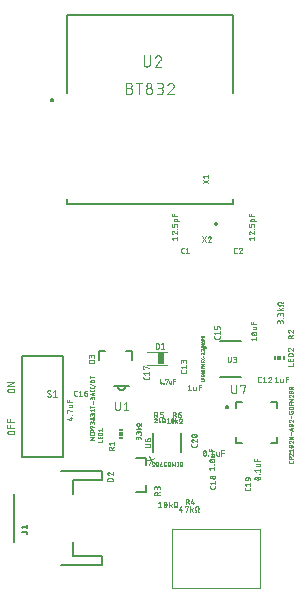
<source format=gbr>
G04 EAGLE Gerber RS-274X export*
G75*
%MOMM*%
%FSLAX34Y34*%
%LPD*%
%INSilkscreen Top*%
%IPPOS*%
%AMOC8*
5,1,8,0,0,1.08239X$1,22.5*%
G01*
%ADD10C,0.050800*%
%ADD11C,0.127000*%
%ADD12C,0.200000*%
%ADD13C,0.076200*%
%ADD14C,0.140000*%
%ADD15C,0.025400*%
%ADD16C,0.350000*%
%ADD17C,0.100000*%
%ADD18C,0.203200*%
%ADD19C,0.152400*%
%ADD20C,0.101600*%
%ADD21R,0.600000X1.100000*%
%ADD22R,0.300000X0.150000*%
%ADD23R,0.300000X0.300000*%
%ADD24R,0.150000X0.300000*%


D10*
X105215Y-138938D02*
X105285Y-138936D01*
X105354Y-138930D01*
X105423Y-138920D01*
X105491Y-138907D01*
X105559Y-138889D01*
X105625Y-138868D01*
X105690Y-138843D01*
X105754Y-138815D01*
X105816Y-138783D01*
X105876Y-138748D01*
X105934Y-138709D01*
X105989Y-138667D01*
X106043Y-138622D01*
X106093Y-138574D01*
X106141Y-138524D01*
X106186Y-138470D01*
X106228Y-138415D01*
X106267Y-138357D01*
X106302Y-138297D01*
X106334Y-138235D01*
X106362Y-138171D01*
X106387Y-138106D01*
X106408Y-138040D01*
X106426Y-137972D01*
X106439Y-137904D01*
X106449Y-137835D01*
X106455Y-137766D01*
X106457Y-137696D01*
X105215Y-138938D02*
X105116Y-138936D01*
X105018Y-138931D01*
X104920Y-138921D01*
X104822Y-138908D01*
X104725Y-138892D01*
X104628Y-138872D01*
X104533Y-138848D01*
X104438Y-138820D01*
X104344Y-138789D01*
X104252Y-138755D01*
X104161Y-138717D01*
X104071Y-138676D01*
X103983Y-138631D01*
X103897Y-138583D01*
X103813Y-138532D01*
X103731Y-138478D01*
X103650Y-138420D01*
X103572Y-138360D01*
X103497Y-138297D01*
X103423Y-138231D01*
X103353Y-138162D01*
X103507Y-134592D02*
X103509Y-134522D01*
X103515Y-134453D01*
X103525Y-134384D01*
X103538Y-134316D01*
X103556Y-134248D01*
X103577Y-134182D01*
X103602Y-134117D01*
X103630Y-134053D01*
X103662Y-133991D01*
X103697Y-133931D01*
X103736Y-133873D01*
X103778Y-133818D01*
X103823Y-133764D01*
X103871Y-133714D01*
X103921Y-133666D01*
X103975Y-133621D01*
X104030Y-133579D01*
X104088Y-133540D01*
X104148Y-133505D01*
X104210Y-133473D01*
X104274Y-133445D01*
X104339Y-133420D01*
X104405Y-133399D01*
X104473Y-133381D01*
X104541Y-133368D01*
X104610Y-133358D01*
X104679Y-133352D01*
X104749Y-133350D01*
X104843Y-133352D01*
X104936Y-133358D01*
X105029Y-133367D01*
X105122Y-133380D01*
X105214Y-133397D01*
X105305Y-133417D01*
X105396Y-133442D01*
X105485Y-133469D01*
X105573Y-133501D01*
X105660Y-133536D01*
X105746Y-133574D01*
X105829Y-133616D01*
X105912Y-133661D01*
X105992Y-133709D01*
X106070Y-133761D01*
X106146Y-133816D01*
X104129Y-135678D02*
X104070Y-135642D01*
X104014Y-135602D01*
X103960Y-135559D01*
X103908Y-135514D01*
X103859Y-135465D01*
X103813Y-135414D01*
X103770Y-135361D01*
X103729Y-135305D01*
X103692Y-135247D01*
X103657Y-135187D01*
X103627Y-135126D01*
X103599Y-135063D01*
X103575Y-134998D01*
X103555Y-134932D01*
X103538Y-134865D01*
X103525Y-134798D01*
X103516Y-134730D01*
X103510Y-134661D01*
X103508Y-134592D01*
X105835Y-136610D02*
X105894Y-136646D01*
X105950Y-136686D01*
X106004Y-136729D01*
X106056Y-136774D01*
X106105Y-136823D01*
X106151Y-136874D01*
X106194Y-136927D01*
X106235Y-136983D01*
X106272Y-137041D01*
X106307Y-137101D01*
X106337Y-137162D01*
X106365Y-137225D01*
X106389Y-137290D01*
X106409Y-137356D01*
X106426Y-137423D01*
X106439Y-137490D01*
X106448Y-137558D01*
X106454Y-137627D01*
X106456Y-137696D01*
X105836Y-136610D02*
X104128Y-135678D01*
X108656Y-134592D02*
X110208Y-133350D01*
X110208Y-138938D01*
X108656Y-138938D02*
X111760Y-138938D01*
X73886Y-170744D02*
X71402Y-170744D01*
X71325Y-170742D01*
X71247Y-170736D01*
X71171Y-170727D01*
X71094Y-170713D01*
X71019Y-170696D01*
X70945Y-170675D01*
X70871Y-170650D01*
X70799Y-170622D01*
X70729Y-170590D01*
X70660Y-170555D01*
X70593Y-170516D01*
X70528Y-170474D01*
X70465Y-170429D01*
X70404Y-170381D01*
X70346Y-170330D01*
X70291Y-170276D01*
X70238Y-170219D01*
X70189Y-170160D01*
X70142Y-170098D01*
X70098Y-170034D01*
X70058Y-169968D01*
X70021Y-169900D01*
X69987Y-169830D01*
X69957Y-169759D01*
X69931Y-169686D01*
X69908Y-169612D01*
X69889Y-169537D01*
X69874Y-169462D01*
X69862Y-169385D01*
X69854Y-169308D01*
X69850Y-169231D01*
X69850Y-169153D01*
X69854Y-169076D01*
X69862Y-168999D01*
X69874Y-168922D01*
X69889Y-168847D01*
X69908Y-168772D01*
X69931Y-168698D01*
X69957Y-168625D01*
X69987Y-168554D01*
X70021Y-168484D01*
X70058Y-168416D01*
X70098Y-168350D01*
X70142Y-168286D01*
X70189Y-168224D01*
X70238Y-168165D01*
X70291Y-168108D01*
X70346Y-168054D01*
X70404Y-168003D01*
X70465Y-167955D01*
X70528Y-167910D01*
X70593Y-167868D01*
X70660Y-167829D01*
X70729Y-167794D01*
X70799Y-167762D01*
X70871Y-167734D01*
X70945Y-167709D01*
X71019Y-167688D01*
X71094Y-167671D01*
X71171Y-167657D01*
X71247Y-167648D01*
X71325Y-167642D01*
X71402Y-167640D01*
X71402Y-167639D02*
X73886Y-167639D01*
X73886Y-167640D02*
X73963Y-167642D01*
X74041Y-167648D01*
X74117Y-167657D01*
X74194Y-167671D01*
X74269Y-167688D01*
X74343Y-167709D01*
X74417Y-167734D01*
X74489Y-167762D01*
X74559Y-167794D01*
X74628Y-167829D01*
X74695Y-167868D01*
X74760Y-167910D01*
X74823Y-167955D01*
X74884Y-168003D01*
X74942Y-168054D01*
X74997Y-168108D01*
X75050Y-168165D01*
X75099Y-168224D01*
X75146Y-168286D01*
X75190Y-168350D01*
X75230Y-168416D01*
X75267Y-168484D01*
X75301Y-168554D01*
X75331Y-168625D01*
X75357Y-168698D01*
X75380Y-168772D01*
X75399Y-168847D01*
X75414Y-168922D01*
X75426Y-168999D01*
X75434Y-169076D01*
X75438Y-169153D01*
X75438Y-169231D01*
X75434Y-169308D01*
X75426Y-169385D01*
X75414Y-169462D01*
X75399Y-169537D01*
X75380Y-169612D01*
X75357Y-169686D01*
X75331Y-169759D01*
X75301Y-169830D01*
X75267Y-169900D01*
X75230Y-169968D01*
X75190Y-170034D01*
X75146Y-170098D01*
X75099Y-170160D01*
X75050Y-170219D01*
X74997Y-170276D01*
X74942Y-170330D01*
X74884Y-170381D01*
X74823Y-170429D01*
X74760Y-170474D01*
X74695Y-170516D01*
X74628Y-170555D01*
X74559Y-170590D01*
X74489Y-170622D01*
X74417Y-170650D01*
X74343Y-170675D01*
X74269Y-170696D01*
X74194Y-170713D01*
X74117Y-170727D01*
X74041Y-170736D01*
X73963Y-170742D01*
X73886Y-170744D01*
X75438Y-165064D02*
X69850Y-165064D01*
X69850Y-162580D01*
X72334Y-162580D02*
X72334Y-165064D01*
X69850Y-160309D02*
X75438Y-160309D01*
X69850Y-160309D02*
X69850Y-157825D01*
X72334Y-157825D02*
X72334Y-160309D01*
X71402Y-135266D02*
X73886Y-135266D01*
X71402Y-135265D02*
X71325Y-135263D01*
X71247Y-135257D01*
X71171Y-135248D01*
X71094Y-135234D01*
X71019Y-135217D01*
X70945Y-135196D01*
X70871Y-135171D01*
X70799Y-135143D01*
X70729Y-135111D01*
X70660Y-135076D01*
X70593Y-135037D01*
X70528Y-134995D01*
X70465Y-134950D01*
X70404Y-134902D01*
X70346Y-134851D01*
X70291Y-134797D01*
X70238Y-134740D01*
X70189Y-134681D01*
X70142Y-134619D01*
X70098Y-134555D01*
X70058Y-134489D01*
X70021Y-134421D01*
X69987Y-134351D01*
X69957Y-134280D01*
X69931Y-134207D01*
X69908Y-134133D01*
X69889Y-134058D01*
X69874Y-133983D01*
X69862Y-133906D01*
X69854Y-133829D01*
X69850Y-133752D01*
X69850Y-133674D01*
X69854Y-133597D01*
X69862Y-133520D01*
X69874Y-133443D01*
X69889Y-133368D01*
X69908Y-133293D01*
X69931Y-133219D01*
X69957Y-133146D01*
X69987Y-133075D01*
X70021Y-133005D01*
X70058Y-132937D01*
X70098Y-132871D01*
X70142Y-132807D01*
X70189Y-132745D01*
X70238Y-132686D01*
X70291Y-132629D01*
X70346Y-132575D01*
X70404Y-132524D01*
X70465Y-132476D01*
X70528Y-132431D01*
X70593Y-132389D01*
X70660Y-132350D01*
X70729Y-132315D01*
X70799Y-132283D01*
X70871Y-132255D01*
X70945Y-132230D01*
X71019Y-132209D01*
X71094Y-132192D01*
X71171Y-132178D01*
X71247Y-132169D01*
X71325Y-132163D01*
X71402Y-132161D01*
X73886Y-132161D01*
X73963Y-132163D01*
X74041Y-132169D01*
X74117Y-132178D01*
X74194Y-132192D01*
X74269Y-132209D01*
X74343Y-132230D01*
X74417Y-132255D01*
X74489Y-132283D01*
X74559Y-132315D01*
X74628Y-132350D01*
X74695Y-132389D01*
X74760Y-132431D01*
X74823Y-132476D01*
X74884Y-132524D01*
X74942Y-132575D01*
X74997Y-132629D01*
X75050Y-132686D01*
X75099Y-132745D01*
X75146Y-132807D01*
X75190Y-132871D01*
X75230Y-132937D01*
X75267Y-133005D01*
X75301Y-133075D01*
X75331Y-133146D01*
X75357Y-133219D01*
X75380Y-133293D01*
X75399Y-133368D01*
X75414Y-133443D01*
X75426Y-133520D01*
X75434Y-133597D01*
X75438Y-133674D01*
X75438Y-133752D01*
X75434Y-133829D01*
X75426Y-133906D01*
X75414Y-133983D01*
X75399Y-134058D01*
X75380Y-134133D01*
X75357Y-134207D01*
X75331Y-134280D01*
X75301Y-134351D01*
X75267Y-134421D01*
X75230Y-134489D01*
X75190Y-134555D01*
X75146Y-134619D01*
X75099Y-134681D01*
X75050Y-134740D01*
X74997Y-134797D01*
X74942Y-134851D01*
X74884Y-134902D01*
X74823Y-134950D01*
X74760Y-134995D01*
X74695Y-135037D01*
X74628Y-135076D01*
X74559Y-135111D01*
X74489Y-135143D01*
X74417Y-135171D01*
X74343Y-135196D01*
X74269Y-135217D01*
X74194Y-135234D01*
X74117Y-135248D01*
X74041Y-135257D01*
X73963Y-135263D01*
X73886Y-135265D01*
X75438Y-129596D02*
X69850Y-129596D01*
X75438Y-126492D01*
X69850Y-126492D01*
D11*
X120500Y118040D02*
X120500Y184140D01*
X260500Y184140D01*
X260500Y118040D01*
X120500Y28240D02*
X120500Y24140D01*
X260500Y24140D01*
X260500Y28240D01*
D12*
X106500Y112040D02*
X106502Y112103D01*
X106508Y112165D01*
X106518Y112227D01*
X106531Y112289D01*
X106549Y112349D01*
X106570Y112408D01*
X106595Y112466D01*
X106624Y112522D01*
X106656Y112576D01*
X106691Y112628D01*
X106729Y112677D01*
X106771Y112725D01*
X106815Y112769D01*
X106863Y112811D01*
X106912Y112849D01*
X106964Y112884D01*
X107018Y112916D01*
X107074Y112945D01*
X107132Y112970D01*
X107191Y112991D01*
X107251Y113009D01*
X107313Y113022D01*
X107375Y113032D01*
X107437Y113038D01*
X107500Y113040D01*
X107563Y113038D01*
X107625Y113032D01*
X107687Y113022D01*
X107749Y113009D01*
X107809Y112991D01*
X107868Y112970D01*
X107926Y112945D01*
X107982Y112916D01*
X108036Y112884D01*
X108088Y112849D01*
X108137Y112811D01*
X108185Y112769D01*
X108229Y112725D01*
X108271Y112677D01*
X108309Y112628D01*
X108344Y112576D01*
X108376Y112522D01*
X108405Y112466D01*
X108430Y112408D01*
X108451Y112349D01*
X108469Y112289D01*
X108482Y112227D01*
X108492Y112165D01*
X108498Y112103D01*
X108500Y112040D01*
X108498Y111977D01*
X108492Y111915D01*
X108482Y111853D01*
X108469Y111791D01*
X108451Y111731D01*
X108430Y111672D01*
X108405Y111614D01*
X108376Y111558D01*
X108344Y111504D01*
X108309Y111452D01*
X108271Y111403D01*
X108229Y111355D01*
X108185Y111311D01*
X108137Y111269D01*
X108088Y111231D01*
X108036Y111196D01*
X107982Y111164D01*
X107926Y111135D01*
X107868Y111110D01*
X107809Y111089D01*
X107749Y111071D01*
X107687Y111058D01*
X107625Y111048D01*
X107563Y111042D01*
X107500Y111040D01*
X107437Y111042D01*
X107375Y111048D01*
X107313Y111058D01*
X107251Y111071D01*
X107191Y111089D01*
X107132Y111110D01*
X107074Y111135D01*
X107018Y111164D01*
X106964Y111196D01*
X106912Y111231D01*
X106863Y111269D01*
X106815Y111311D01*
X106771Y111355D01*
X106729Y111403D01*
X106691Y111452D01*
X106656Y111504D01*
X106624Y111558D01*
X106595Y111614D01*
X106570Y111672D01*
X106549Y111731D01*
X106531Y111791D01*
X106518Y111853D01*
X106508Y111915D01*
X106502Y111977D01*
X106500Y112040D01*
D13*
X185143Y143254D02*
X185143Y150061D01*
X185143Y143254D02*
X185145Y143152D01*
X185151Y143051D01*
X185161Y142950D01*
X185174Y142849D01*
X185192Y142749D01*
X185214Y142650D01*
X185239Y142552D01*
X185268Y142455D01*
X185301Y142359D01*
X185337Y142264D01*
X185378Y142171D01*
X185421Y142079D01*
X185469Y141989D01*
X185520Y141901D01*
X185574Y141815D01*
X185631Y141732D01*
X185692Y141650D01*
X185755Y141571D01*
X185822Y141495D01*
X185892Y141421D01*
X185964Y141350D01*
X186040Y141282D01*
X186117Y141216D01*
X186198Y141154D01*
X186280Y141095D01*
X186365Y141039D01*
X186452Y140987D01*
X186541Y140938D01*
X186632Y140892D01*
X186724Y140850D01*
X186818Y140812D01*
X186913Y140777D01*
X187010Y140746D01*
X187108Y140719D01*
X187207Y140695D01*
X187306Y140676D01*
X187407Y140660D01*
X187508Y140648D01*
X187609Y140640D01*
X187710Y140636D01*
X187812Y140636D01*
X187913Y140640D01*
X188014Y140648D01*
X188115Y140660D01*
X188216Y140676D01*
X188315Y140695D01*
X188414Y140719D01*
X188512Y140746D01*
X188609Y140777D01*
X188704Y140812D01*
X188798Y140850D01*
X188890Y140892D01*
X188981Y140938D01*
X189070Y140987D01*
X189157Y141039D01*
X189242Y141095D01*
X189324Y141154D01*
X189405Y141216D01*
X189482Y141282D01*
X189558Y141350D01*
X189630Y141421D01*
X189700Y141495D01*
X189767Y141571D01*
X189830Y141650D01*
X189891Y141732D01*
X189948Y141815D01*
X190002Y141901D01*
X190053Y141989D01*
X190101Y142079D01*
X190144Y142171D01*
X190185Y142264D01*
X190221Y142359D01*
X190254Y142455D01*
X190283Y142552D01*
X190308Y142650D01*
X190330Y142749D01*
X190348Y142849D01*
X190361Y142950D01*
X190371Y143051D01*
X190377Y143152D01*
X190379Y143254D01*
X190379Y150061D01*
X197497Y150061D02*
X197592Y150059D01*
X197687Y150053D01*
X197781Y150044D01*
X197875Y150030D01*
X197968Y150013D01*
X198061Y149993D01*
X198153Y149968D01*
X198243Y149940D01*
X198332Y149908D01*
X198421Y149872D01*
X198507Y149834D01*
X198592Y149791D01*
X198675Y149745D01*
X198756Y149696D01*
X198835Y149644D01*
X198912Y149588D01*
X198987Y149530D01*
X199059Y149468D01*
X199129Y149404D01*
X199196Y149337D01*
X199261Y149267D01*
X199322Y149195D01*
X199381Y149120D01*
X199436Y149043D01*
X199488Y148964D01*
X199537Y148883D01*
X199583Y148800D01*
X199626Y148715D01*
X199664Y148628D01*
X199700Y148540D01*
X199732Y148451D01*
X199760Y148360D01*
X199785Y148269D01*
X199805Y148176D01*
X199822Y148083D01*
X199836Y147989D01*
X199845Y147895D01*
X199851Y147800D01*
X199853Y147705D01*
X197497Y150061D02*
X197388Y150059D01*
X197280Y150053D01*
X197171Y150043D01*
X197064Y150030D01*
X196956Y150012D01*
X196850Y149991D01*
X196744Y149966D01*
X196639Y149937D01*
X196535Y149904D01*
X196433Y149868D01*
X196332Y149828D01*
X196232Y149784D01*
X196134Y149737D01*
X196038Y149686D01*
X195943Y149632D01*
X195851Y149574D01*
X195761Y149514D01*
X195673Y149450D01*
X195587Y149383D01*
X195504Y149312D01*
X195424Y149239D01*
X195346Y149163D01*
X195271Y149085D01*
X195198Y149003D01*
X195129Y148920D01*
X195063Y148833D01*
X195000Y148745D01*
X194940Y148654D01*
X194883Y148561D01*
X194830Y148466D01*
X194780Y148369D01*
X194734Y148271D01*
X194692Y148171D01*
X194653Y148069D01*
X194617Y147967D01*
X199069Y145872D02*
X199138Y145941D01*
X199205Y146012D01*
X199268Y146086D01*
X199329Y146162D01*
X199387Y146241D01*
X199442Y146321D01*
X199494Y146404D01*
X199543Y146489D01*
X199588Y146575D01*
X199630Y146663D01*
X199668Y146753D01*
X199703Y146844D01*
X199735Y146937D01*
X199762Y147030D01*
X199787Y147125D01*
X199807Y147220D01*
X199824Y147316D01*
X199837Y147413D01*
X199846Y147510D01*
X199852Y147607D01*
X199854Y147705D01*
X199068Y145872D02*
X194617Y140636D01*
X199854Y140636D01*
X172906Y122533D02*
X170286Y122533D01*
X172906Y122532D02*
X173008Y122530D01*
X173109Y122524D01*
X173210Y122514D01*
X173311Y122501D01*
X173411Y122483D01*
X173510Y122461D01*
X173608Y122436D01*
X173706Y122407D01*
X173802Y122374D01*
X173897Y122337D01*
X173990Y122297D01*
X174081Y122253D01*
X174171Y122206D01*
X174259Y122155D01*
X174345Y122101D01*
X174429Y122044D01*
X174510Y121983D01*
X174589Y121919D01*
X174666Y121852D01*
X174740Y121783D01*
X174811Y121710D01*
X174879Y121635D01*
X174945Y121557D01*
X175007Y121477D01*
X175066Y121394D01*
X175122Y121309D01*
X175174Y121222D01*
X175223Y121134D01*
X175269Y121043D01*
X175311Y120950D01*
X175349Y120856D01*
X175384Y120761D01*
X175415Y120664D01*
X175442Y120566D01*
X175466Y120467D01*
X175485Y120368D01*
X175501Y120267D01*
X175513Y120167D01*
X175521Y120065D01*
X175525Y119964D01*
X175525Y119862D01*
X175521Y119761D01*
X175513Y119659D01*
X175501Y119559D01*
X175485Y119458D01*
X175466Y119359D01*
X175442Y119260D01*
X175415Y119162D01*
X175384Y119065D01*
X175349Y118970D01*
X175311Y118876D01*
X175269Y118783D01*
X175223Y118692D01*
X175174Y118603D01*
X175122Y118517D01*
X175066Y118432D01*
X175007Y118349D01*
X174945Y118269D01*
X174879Y118191D01*
X174811Y118116D01*
X174740Y118043D01*
X174666Y117974D01*
X174589Y117907D01*
X174510Y117843D01*
X174429Y117782D01*
X174345Y117725D01*
X174259Y117671D01*
X174171Y117620D01*
X174081Y117573D01*
X173990Y117529D01*
X173897Y117489D01*
X173802Y117452D01*
X173706Y117419D01*
X173608Y117390D01*
X173510Y117365D01*
X173411Y117343D01*
X173311Y117325D01*
X173210Y117312D01*
X173109Y117302D01*
X173008Y117296D01*
X172906Y117294D01*
X170286Y117294D01*
X170286Y126724D01*
X172906Y126724D01*
X172996Y126722D01*
X173086Y126716D01*
X173176Y126707D01*
X173265Y126693D01*
X173354Y126676D01*
X173441Y126655D01*
X173528Y126630D01*
X173613Y126601D01*
X173698Y126569D01*
X173780Y126533D01*
X173862Y126493D01*
X173941Y126451D01*
X174018Y126404D01*
X174094Y126355D01*
X174167Y126302D01*
X174238Y126246D01*
X174306Y126188D01*
X174372Y126126D01*
X174435Y126061D01*
X174495Y125994D01*
X174553Y125925D01*
X174607Y125853D01*
X174658Y125778D01*
X174706Y125702D01*
X174751Y125623D01*
X174792Y125543D01*
X174829Y125461D01*
X174863Y125378D01*
X174894Y125293D01*
X174921Y125207D01*
X174944Y125119D01*
X174963Y125031D01*
X174978Y124943D01*
X174990Y124853D01*
X174998Y124763D01*
X175002Y124673D01*
X175002Y124583D01*
X174998Y124493D01*
X174990Y124403D01*
X174978Y124313D01*
X174963Y124225D01*
X174944Y124137D01*
X174921Y124049D01*
X174894Y123963D01*
X174863Y123878D01*
X174829Y123795D01*
X174792Y123713D01*
X174751Y123633D01*
X174706Y123554D01*
X174658Y123478D01*
X174607Y123403D01*
X174553Y123331D01*
X174495Y123262D01*
X174435Y123195D01*
X174372Y123130D01*
X174306Y123068D01*
X174238Y123010D01*
X174167Y122954D01*
X174094Y122901D01*
X174018Y122852D01*
X173941Y122805D01*
X173862Y122763D01*
X173780Y122723D01*
X173698Y122687D01*
X173613Y122655D01*
X173528Y122626D01*
X173441Y122601D01*
X173354Y122580D01*
X173265Y122563D01*
X173176Y122549D01*
X173086Y122540D01*
X172996Y122534D01*
X172906Y122532D01*
X181030Y126724D02*
X181030Y117294D01*
X183649Y126724D02*
X178410Y126724D01*
X186972Y119913D02*
X186974Y120015D01*
X186980Y120116D01*
X186990Y120217D01*
X187003Y120318D01*
X187021Y120418D01*
X187043Y120517D01*
X187068Y120615D01*
X187097Y120713D01*
X187130Y120809D01*
X187167Y120904D01*
X187207Y120997D01*
X187251Y121088D01*
X187298Y121178D01*
X187349Y121266D01*
X187403Y121352D01*
X187460Y121436D01*
X187521Y121517D01*
X187585Y121596D01*
X187652Y121673D01*
X187721Y121747D01*
X187794Y121818D01*
X187869Y121886D01*
X187947Y121952D01*
X188027Y122014D01*
X188110Y122073D01*
X188195Y122129D01*
X188282Y122181D01*
X188370Y122230D01*
X188461Y122276D01*
X188554Y122318D01*
X188648Y122356D01*
X188743Y122391D01*
X188840Y122422D01*
X188938Y122449D01*
X189037Y122473D01*
X189136Y122492D01*
X189237Y122508D01*
X189337Y122520D01*
X189439Y122528D01*
X189540Y122532D01*
X189642Y122532D01*
X189743Y122528D01*
X189845Y122520D01*
X189945Y122508D01*
X190046Y122492D01*
X190145Y122473D01*
X190244Y122449D01*
X190342Y122422D01*
X190439Y122391D01*
X190534Y122356D01*
X190628Y122318D01*
X190721Y122276D01*
X190812Y122230D01*
X190901Y122181D01*
X190987Y122129D01*
X191072Y122073D01*
X191155Y122014D01*
X191235Y121952D01*
X191313Y121886D01*
X191388Y121818D01*
X191461Y121747D01*
X191530Y121673D01*
X191597Y121596D01*
X191661Y121517D01*
X191722Y121436D01*
X191779Y121352D01*
X191833Y121266D01*
X191884Y121178D01*
X191931Y121088D01*
X191975Y120997D01*
X192015Y120904D01*
X192052Y120809D01*
X192085Y120713D01*
X192114Y120615D01*
X192139Y120517D01*
X192161Y120418D01*
X192179Y120318D01*
X192192Y120217D01*
X192202Y120116D01*
X192208Y120015D01*
X192210Y119913D01*
X192208Y119811D01*
X192202Y119710D01*
X192192Y119609D01*
X192179Y119508D01*
X192161Y119408D01*
X192139Y119309D01*
X192114Y119211D01*
X192085Y119113D01*
X192052Y119017D01*
X192015Y118922D01*
X191975Y118829D01*
X191931Y118738D01*
X191884Y118648D01*
X191833Y118560D01*
X191779Y118474D01*
X191722Y118390D01*
X191661Y118309D01*
X191597Y118230D01*
X191530Y118153D01*
X191461Y118079D01*
X191388Y118008D01*
X191313Y117940D01*
X191235Y117874D01*
X191155Y117812D01*
X191072Y117753D01*
X190987Y117697D01*
X190900Y117645D01*
X190812Y117596D01*
X190721Y117550D01*
X190628Y117508D01*
X190534Y117470D01*
X190439Y117435D01*
X190342Y117404D01*
X190244Y117377D01*
X190145Y117353D01*
X190046Y117334D01*
X189945Y117318D01*
X189845Y117306D01*
X189743Y117298D01*
X189642Y117294D01*
X189540Y117294D01*
X189439Y117298D01*
X189337Y117306D01*
X189237Y117318D01*
X189136Y117334D01*
X189037Y117353D01*
X188938Y117377D01*
X188840Y117404D01*
X188743Y117435D01*
X188648Y117470D01*
X188554Y117508D01*
X188461Y117550D01*
X188370Y117596D01*
X188282Y117645D01*
X188195Y117697D01*
X188110Y117753D01*
X188027Y117812D01*
X187947Y117874D01*
X187869Y117940D01*
X187794Y118008D01*
X187721Y118079D01*
X187652Y118153D01*
X187585Y118230D01*
X187521Y118309D01*
X187460Y118390D01*
X187403Y118474D01*
X187349Y118560D01*
X187298Y118648D01*
X187251Y118738D01*
X187207Y118829D01*
X187167Y118922D01*
X187130Y119017D01*
X187097Y119113D01*
X187068Y119211D01*
X187043Y119309D01*
X187021Y119408D01*
X187003Y119508D01*
X186990Y119609D01*
X186980Y119710D01*
X186974Y119811D01*
X186972Y119913D01*
X187495Y124628D02*
X187497Y124718D01*
X187503Y124808D01*
X187512Y124898D01*
X187526Y124987D01*
X187543Y125076D01*
X187564Y125163D01*
X187589Y125250D01*
X187618Y125335D01*
X187650Y125420D01*
X187686Y125502D01*
X187726Y125584D01*
X187768Y125663D01*
X187815Y125740D01*
X187864Y125816D01*
X187917Y125889D01*
X187973Y125960D01*
X188031Y126028D01*
X188093Y126094D01*
X188158Y126157D01*
X188225Y126217D01*
X188294Y126275D01*
X188366Y126329D01*
X188441Y126380D01*
X188517Y126428D01*
X188596Y126473D01*
X188676Y126514D01*
X188758Y126551D01*
X188841Y126585D01*
X188926Y126616D01*
X189012Y126643D01*
X189100Y126666D01*
X189188Y126685D01*
X189276Y126700D01*
X189366Y126712D01*
X189456Y126720D01*
X189546Y126724D01*
X189636Y126724D01*
X189726Y126720D01*
X189816Y126712D01*
X189906Y126700D01*
X189994Y126685D01*
X190082Y126666D01*
X190170Y126643D01*
X190256Y126616D01*
X190341Y126585D01*
X190424Y126551D01*
X190506Y126514D01*
X190586Y126473D01*
X190665Y126428D01*
X190741Y126380D01*
X190816Y126329D01*
X190888Y126275D01*
X190957Y126217D01*
X191024Y126157D01*
X191089Y126094D01*
X191151Y126028D01*
X191209Y125960D01*
X191265Y125889D01*
X191318Y125816D01*
X191367Y125740D01*
X191414Y125663D01*
X191456Y125584D01*
X191496Y125502D01*
X191532Y125420D01*
X191564Y125335D01*
X191593Y125250D01*
X191618Y125163D01*
X191639Y125076D01*
X191656Y124987D01*
X191670Y124898D01*
X191679Y124808D01*
X191685Y124718D01*
X191687Y124628D01*
X191685Y124538D01*
X191679Y124448D01*
X191670Y124358D01*
X191656Y124269D01*
X191639Y124180D01*
X191618Y124093D01*
X191593Y124006D01*
X191564Y123921D01*
X191532Y123836D01*
X191496Y123754D01*
X191456Y123672D01*
X191414Y123593D01*
X191367Y123516D01*
X191318Y123440D01*
X191265Y123367D01*
X191209Y123296D01*
X191151Y123228D01*
X191089Y123162D01*
X191024Y123099D01*
X190957Y123039D01*
X190888Y122981D01*
X190816Y122927D01*
X190741Y122876D01*
X190665Y122828D01*
X190586Y122783D01*
X190506Y122742D01*
X190424Y122705D01*
X190341Y122671D01*
X190256Y122640D01*
X190170Y122613D01*
X190082Y122590D01*
X189994Y122571D01*
X189906Y122556D01*
X189816Y122544D01*
X189726Y122536D01*
X189636Y122532D01*
X189546Y122532D01*
X189456Y122536D01*
X189366Y122544D01*
X189276Y122556D01*
X189188Y122571D01*
X189100Y122590D01*
X189012Y122613D01*
X188926Y122640D01*
X188841Y122671D01*
X188758Y122705D01*
X188676Y122742D01*
X188596Y122783D01*
X188517Y122828D01*
X188441Y122876D01*
X188366Y122927D01*
X188294Y122981D01*
X188225Y123039D01*
X188158Y123099D01*
X188093Y123162D01*
X188031Y123228D01*
X187973Y123296D01*
X187917Y123367D01*
X187864Y123440D01*
X187815Y123516D01*
X187768Y123593D01*
X187726Y123672D01*
X187686Y123754D01*
X187650Y123836D01*
X187618Y123921D01*
X187589Y124006D01*
X187564Y124093D01*
X187543Y124180D01*
X187526Y124269D01*
X187512Y124358D01*
X187503Y124448D01*
X187497Y124538D01*
X187495Y124628D01*
X196144Y117294D02*
X198764Y117294D01*
X198866Y117296D01*
X198967Y117302D01*
X199068Y117312D01*
X199169Y117325D01*
X199269Y117343D01*
X199368Y117365D01*
X199466Y117390D01*
X199564Y117419D01*
X199660Y117452D01*
X199755Y117489D01*
X199848Y117529D01*
X199939Y117573D01*
X200029Y117620D01*
X200117Y117671D01*
X200203Y117725D01*
X200287Y117782D01*
X200368Y117843D01*
X200447Y117907D01*
X200524Y117974D01*
X200598Y118043D01*
X200669Y118116D01*
X200737Y118191D01*
X200803Y118269D01*
X200865Y118349D01*
X200924Y118432D01*
X200980Y118517D01*
X201032Y118603D01*
X201081Y118692D01*
X201127Y118783D01*
X201169Y118876D01*
X201207Y118970D01*
X201242Y119065D01*
X201273Y119162D01*
X201300Y119260D01*
X201324Y119359D01*
X201343Y119458D01*
X201359Y119559D01*
X201371Y119659D01*
X201379Y119761D01*
X201383Y119862D01*
X201383Y119964D01*
X201379Y120065D01*
X201371Y120167D01*
X201359Y120267D01*
X201343Y120368D01*
X201324Y120467D01*
X201300Y120566D01*
X201273Y120664D01*
X201242Y120761D01*
X201207Y120856D01*
X201169Y120950D01*
X201127Y121043D01*
X201081Y121134D01*
X201032Y121222D01*
X200980Y121309D01*
X200924Y121394D01*
X200865Y121477D01*
X200803Y121557D01*
X200737Y121635D01*
X200669Y121710D01*
X200598Y121783D01*
X200524Y121852D01*
X200447Y121919D01*
X200368Y121983D01*
X200287Y122044D01*
X200203Y122101D01*
X200117Y122155D01*
X200029Y122206D01*
X199939Y122253D01*
X199848Y122297D01*
X199755Y122337D01*
X199660Y122374D01*
X199564Y122407D01*
X199466Y122436D01*
X199368Y122461D01*
X199269Y122483D01*
X199169Y122501D01*
X199068Y122514D01*
X198967Y122524D01*
X198866Y122530D01*
X198764Y122532D01*
X199288Y126724D02*
X196144Y126724D01*
X199288Y126724D02*
X199378Y126722D01*
X199468Y126716D01*
X199558Y126707D01*
X199647Y126693D01*
X199736Y126676D01*
X199823Y126655D01*
X199910Y126630D01*
X199995Y126601D01*
X200080Y126569D01*
X200162Y126533D01*
X200244Y126493D01*
X200323Y126451D01*
X200400Y126404D01*
X200476Y126355D01*
X200549Y126302D01*
X200620Y126246D01*
X200688Y126188D01*
X200754Y126126D01*
X200817Y126061D01*
X200877Y125994D01*
X200935Y125925D01*
X200989Y125853D01*
X201040Y125778D01*
X201088Y125702D01*
X201133Y125623D01*
X201174Y125543D01*
X201211Y125461D01*
X201245Y125378D01*
X201276Y125293D01*
X201303Y125207D01*
X201326Y125119D01*
X201345Y125031D01*
X201360Y124943D01*
X201372Y124853D01*
X201380Y124763D01*
X201384Y124673D01*
X201384Y124583D01*
X201380Y124493D01*
X201372Y124403D01*
X201360Y124313D01*
X201345Y124225D01*
X201326Y124137D01*
X201303Y124049D01*
X201276Y123963D01*
X201245Y123878D01*
X201211Y123795D01*
X201174Y123713D01*
X201133Y123633D01*
X201088Y123554D01*
X201040Y123478D01*
X200989Y123403D01*
X200935Y123331D01*
X200877Y123262D01*
X200817Y123195D01*
X200754Y123130D01*
X200688Y123068D01*
X200620Y123010D01*
X200549Y122954D01*
X200476Y122901D01*
X200400Y122852D01*
X200323Y122805D01*
X200244Y122763D01*
X200162Y122723D01*
X200080Y122687D01*
X199995Y122655D01*
X199910Y122626D01*
X199823Y122601D01*
X199736Y122580D01*
X199647Y122563D01*
X199558Y122549D01*
X199468Y122540D01*
X199378Y122534D01*
X199288Y122532D01*
X199288Y122533D02*
X197192Y122533D01*
X208198Y126724D02*
X208293Y126722D01*
X208388Y126716D01*
X208482Y126707D01*
X208576Y126693D01*
X208670Y126676D01*
X208762Y126655D01*
X208854Y126631D01*
X208945Y126603D01*
X209034Y126571D01*
X209122Y126535D01*
X209209Y126496D01*
X209294Y126454D01*
X209377Y126408D01*
X209458Y126359D01*
X209537Y126307D01*
X209615Y126251D01*
X209689Y126193D01*
X209762Y126131D01*
X209831Y126067D01*
X209899Y125999D01*
X209963Y125930D01*
X210025Y125857D01*
X210083Y125783D01*
X210139Y125705D01*
X210191Y125626D01*
X210240Y125545D01*
X210286Y125462D01*
X210328Y125377D01*
X210367Y125290D01*
X210403Y125202D01*
X210435Y125113D01*
X210463Y125022D01*
X210487Y124930D01*
X210508Y124838D01*
X210525Y124744D01*
X210539Y124650D01*
X210548Y124556D01*
X210554Y124461D01*
X210556Y124366D01*
X208198Y126724D02*
X208089Y126722D01*
X207981Y126716D01*
X207872Y126706D01*
X207764Y126693D01*
X207657Y126675D01*
X207550Y126654D01*
X207444Y126629D01*
X207339Y126600D01*
X207235Y126567D01*
X207133Y126531D01*
X207032Y126490D01*
X206932Y126447D01*
X206834Y126400D01*
X206738Y126349D01*
X206643Y126295D01*
X206551Y126237D01*
X206461Y126176D01*
X206373Y126112D01*
X206287Y126045D01*
X206204Y125975D01*
X206123Y125902D01*
X206045Y125826D01*
X205970Y125747D01*
X205898Y125666D01*
X205829Y125582D01*
X205762Y125496D01*
X205699Y125407D01*
X205639Y125316D01*
X205583Y125223D01*
X205529Y125128D01*
X205480Y125031D01*
X205433Y124933D01*
X205391Y124833D01*
X205352Y124731D01*
X205316Y124628D01*
X209770Y122532D02*
X209840Y122601D01*
X209906Y122672D01*
X209970Y122746D01*
X210031Y122823D01*
X210089Y122901D01*
X210144Y122982D01*
X210196Y123065D01*
X210244Y123149D01*
X210290Y123236D01*
X210332Y123324D01*
X210370Y123414D01*
X210405Y123505D01*
X210436Y123597D01*
X210464Y123691D01*
X210489Y123785D01*
X210509Y123881D01*
X210526Y123977D01*
X210539Y124074D01*
X210548Y124171D01*
X210554Y124268D01*
X210556Y124366D01*
X209770Y122533D02*
X205317Y117294D01*
X210556Y117294D01*
D14*
X236126Y-97188D02*
X236128Y-97136D01*
X236134Y-97084D01*
X236144Y-97032D01*
X236157Y-96982D01*
X236174Y-96932D01*
X236195Y-96884D01*
X236220Y-96838D01*
X236248Y-96794D01*
X236279Y-96752D01*
X236313Y-96712D01*
X236350Y-96675D01*
X236390Y-96641D01*
X236432Y-96610D01*
X236476Y-96582D01*
X236522Y-96557D01*
X236570Y-96536D01*
X236620Y-96519D01*
X236670Y-96506D01*
X236722Y-96496D01*
X236774Y-96490D01*
X236826Y-96488D01*
X236878Y-96490D01*
X236930Y-96496D01*
X236982Y-96506D01*
X237032Y-96519D01*
X237082Y-96536D01*
X237130Y-96557D01*
X237176Y-96582D01*
X237220Y-96610D01*
X237262Y-96641D01*
X237302Y-96675D01*
X237339Y-96712D01*
X237373Y-96752D01*
X237404Y-96794D01*
X237432Y-96838D01*
X237457Y-96884D01*
X237478Y-96932D01*
X237495Y-96982D01*
X237508Y-97032D01*
X237518Y-97084D01*
X237524Y-97136D01*
X237526Y-97188D01*
X237524Y-97240D01*
X237518Y-97292D01*
X237508Y-97344D01*
X237495Y-97394D01*
X237478Y-97444D01*
X237457Y-97492D01*
X237432Y-97538D01*
X237404Y-97582D01*
X237373Y-97624D01*
X237339Y-97664D01*
X237302Y-97701D01*
X237262Y-97735D01*
X237220Y-97766D01*
X237176Y-97794D01*
X237130Y-97819D01*
X237082Y-97840D01*
X237032Y-97857D01*
X236982Y-97870D01*
X236930Y-97880D01*
X236878Y-97886D01*
X236826Y-97888D01*
X236774Y-97886D01*
X236722Y-97880D01*
X236670Y-97870D01*
X236620Y-97857D01*
X236570Y-97840D01*
X236522Y-97819D01*
X236476Y-97794D01*
X236432Y-97766D01*
X236390Y-97735D01*
X236350Y-97701D01*
X236313Y-97664D01*
X236279Y-97624D01*
X236248Y-97582D01*
X236220Y-97538D01*
X236195Y-97492D01*
X236174Y-97444D01*
X236157Y-97394D01*
X236144Y-97344D01*
X236134Y-97292D01*
X236128Y-97240D01*
X236126Y-97188D01*
D11*
X250026Y-91888D02*
X267626Y-91888D01*
X267626Y-122488D02*
X250026Y-122488D01*
D10*
X256226Y-108392D02*
X256226Y-105090D01*
X256226Y-108392D02*
X256228Y-108462D01*
X256234Y-108532D01*
X256243Y-108601D01*
X256257Y-108670D01*
X256274Y-108738D01*
X256295Y-108804D01*
X256319Y-108870D01*
X256347Y-108934D01*
X256379Y-108996D01*
X256414Y-109057D01*
X256452Y-109116D01*
X256494Y-109172D01*
X256538Y-109226D01*
X256586Y-109278D01*
X256636Y-109326D01*
X256689Y-109372D01*
X256744Y-109415D01*
X256801Y-109455D01*
X256861Y-109492D01*
X256923Y-109525D01*
X256986Y-109555D01*
X257051Y-109581D01*
X257117Y-109604D01*
X257184Y-109623D01*
X257253Y-109638D01*
X257322Y-109650D01*
X257391Y-109658D01*
X257461Y-109662D01*
X257531Y-109662D01*
X257601Y-109658D01*
X257670Y-109650D01*
X257739Y-109638D01*
X257808Y-109623D01*
X257875Y-109604D01*
X257941Y-109581D01*
X258006Y-109555D01*
X258069Y-109525D01*
X258131Y-109492D01*
X258191Y-109455D01*
X258248Y-109415D01*
X258303Y-109372D01*
X258356Y-109326D01*
X258406Y-109278D01*
X258454Y-109226D01*
X258498Y-109172D01*
X258540Y-109116D01*
X258578Y-109057D01*
X258613Y-108996D01*
X258645Y-108934D01*
X258673Y-108870D01*
X258697Y-108804D01*
X258718Y-108738D01*
X258735Y-108670D01*
X258749Y-108601D01*
X258758Y-108532D01*
X258764Y-108462D01*
X258766Y-108392D01*
X258766Y-105090D01*
X260950Y-109662D02*
X262220Y-109662D01*
X262290Y-109660D01*
X262360Y-109654D01*
X262429Y-109645D01*
X262498Y-109631D01*
X262566Y-109614D01*
X262632Y-109593D01*
X262698Y-109569D01*
X262762Y-109541D01*
X262824Y-109509D01*
X262885Y-109474D01*
X262944Y-109436D01*
X263000Y-109394D01*
X263054Y-109350D01*
X263106Y-109302D01*
X263154Y-109252D01*
X263200Y-109199D01*
X263243Y-109144D01*
X263283Y-109087D01*
X263320Y-109027D01*
X263353Y-108965D01*
X263383Y-108902D01*
X263409Y-108837D01*
X263432Y-108771D01*
X263451Y-108704D01*
X263466Y-108635D01*
X263478Y-108566D01*
X263486Y-108497D01*
X263490Y-108427D01*
X263490Y-108357D01*
X263486Y-108287D01*
X263478Y-108218D01*
X263466Y-108149D01*
X263451Y-108080D01*
X263432Y-108013D01*
X263409Y-107947D01*
X263383Y-107882D01*
X263353Y-107819D01*
X263320Y-107757D01*
X263283Y-107697D01*
X263243Y-107640D01*
X263200Y-107585D01*
X263154Y-107532D01*
X263106Y-107482D01*
X263054Y-107434D01*
X263000Y-107390D01*
X262944Y-107348D01*
X262885Y-107310D01*
X262824Y-107275D01*
X262762Y-107243D01*
X262698Y-107215D01*
X262632Y-107191D01*
X262566Y-107170D01*
X262498Y-107153D01*
X262429Y-107139D01*
X262360Y-107130D01*
X262290Y-107124D01*
X262220Y-107122D01*
X262474Y-105090D02*
X260950Y-105090D01*
X262474Y-105090D02*
X262537Y-105092D01*
X262599Y-105098D01*
X262661Y-105107D01*
X262722Y-105121D01*
X262782Y-105138D01*
X262841Y-105159D01*
X262899Y-105183D01*
X262955Y-105211D01*
X263009Y-105242D01*
X263061Y-105277D01*
X263111Y-105314D01*
X263158Y-105355D01*
X263203Y-105399D01*
X263246Y-105445D01*
X263285Y-105494D01*
X263321Y-105545D01*
X263354Y-105598D01*
X263383Y-105653D01*
X263410Y-105710D01*
X263432Y-105768D01*
X263451Y-105828D01*
X263466Y-105889D01*
X263478Y-105950D01*
X263486Y-106012D01*
X263490Y-106075D01*
X263490Y-106137D01*
X263486Y-106200D01*
X263478Y-106262D01*
X263466Y-106323D01*
X263451Y-106384D01*
X263432Y-106444D01*
X263410Y-106502D01*
X263383Y-106559D01*
X263354Y-106614D01*
X263321Y-106667D01*
X263285Y-106718D01*
X263246Y-106767D01*
X263203Y-106813D01*
X263158Y-106857D01*
X263111Y-106898D01*
X263061Y-106935D01*
X263009Y-106970D01*
X262955Y-107001D01*
X262899Y-107029D01*
X262841Y-107053D01*
X262782Y-107074D01*
X262722Y-107091D01*
X262661Y-107105D01*
X262599Y-107114D01*
X262537Y-107120D01*
X262474Y-107122D01*
X261458Y-107122D01*
D15*
X236281Y-125949D02*
X233995Y-125949D01*
X236281Y-125949D02*
X236281Y-124933D01*
X236281Y-123935D02*
X233995Y-123935D01*
X233995Y-123300D01*
X233997Y-123251D01*
X234002Y-123203D01*
X234012Y-123155D01*
X234025Y-123108D01*
X234041Y-123063D01*
X234061Y-123018D01*
X234084Y-122976D01*
X234111Y-122935D01*
X234140Y-122896D01*
X234172Y-122860D01*
X234208Y-122826D01*
X234245Y-122795D01*
X234285Y-122767D01*
X234327Y-122742D01*
X234370Y-122721D01*
X234415Y-122702D01*
X234462Y-122688D01*
X234509Y-122677D01*
X234557Y-122669D01*
X234606Y-122665D01*
X234654Y-122665D01*
X234703Y-122669D01*
X234751Y-122677D01*
X234798Y-122688D01*
X234845Y-122702D01*
X234890Y-122721D01*
X234933Y-122742D01*
X234975Y-122767D01*
X235015Y-122795D01*
X235052Y-122826D01*
X235088Y-122860D01*
X235120Y-122896D01*
X235149Y-122935D01*
X235176Y-122976D01*
X235199Y-123018D01*
X235219Y-123063D01*
X235235Y-123108D01*
X235248Y-123155D01*
X235258Y-123203D01*
X235263Y-123251D01*
X235265Y-123300D01*
X235265Y-123935D01*
X236281Y-121763D02*
X236281Y-121001D01*
X236279Y-120957D01*
X236273Y-120913D01*
X236264Y-120870D01*
X236250Y-120827D01*
X236233Y-120786D01*
X236213Y-120747D01*
X236189Y-120710D01*
X236162Y-120674D01*
X236132Y-120642D01*
X236100Y-120612D01*
X236064Y-120585D01*
X236027Y-120561D01*
X235988Y-120541D01*
X235947Y-120524D01*
X235904Y-120510D01*
X235861Y-120501D01*
X235817Y-120495D01*
X235773Y-120493D01*
X235519Y-120493D01*
X235475Y-120495D01*
X235431Y-120501D01*
X235388Y-120510D01*
X235345Y-120524D01*
X235304Y-120541D01*
X235265Y-120561D01*
X235228Y-120585D01*
X235192Y-120612D01*
X235160Y-120642D01*
X235130Y-120674D01*
X235103Y-120710D01*
X235079Y-120747D01*
X235059Y-120786D01*
X235042Y-120827D01*
X235028Y-120870D01*
X235019Y-120913D01*
X235013Y-120957D01*
X235011Y-121001D01*
X235011Y-121763D01*
X233995Y-121763D01*
X233995Y-120493D01*
X235265Y-118969D02*
X235265Y-118207D01*
X235265Y-118969D02*
X235263Y-119013D01*
X235257Y-119057D01*
X235248Y-119100D01*
X235234Y-119143D01*
X235217Y-119184D01*
X235197Y-119223D01*
X235173Y-119260D01*
X235146Y-119296D01*
X235116Y-119328D01*
X235084Y-119358D01*
X235048Y-119385D01*
X235011Y-119409D01*
X234972Y-119429D01*
X234931Y-119446D01*
X234888Y-119460D01*
X234845Y-119469D01*
X234801Y-119475D01*
X234757Y-119477D01*
X234630Y-119477D01*
X234581Y-119475D01*
X234533Y-119470D01*
X234485Y-119460D01*
X234438Y-119447D01*
X234393Y-119431D01*
X234348Y-119411D01*
X234306Y-119388D01*
X234265Y-119361D01*
X234226Y-119332D01*
X234190Y-119300D01*
X234156Y-119264D01*
X234125Y-119227D01*
X234097Y-119187D01*
X234072Y-119145D01*
X234051Y-119102D01*
X234032Y-119057D01*
X234018Y-119010D01*
X234007Y-118963D01*
X233999Y-118915D01*
X233995Y-118866D01*
X233995Y-118818D01*
X233999Y-118769D01*
X234007Y-118721D01*
X234018Y-118674D01*
X234032Y-118627D01*
X234051Y-118582D01*
X234072Y-118539D01*
X234097Y-118497D01*
X234125Y-118457D01*
X234156Y-118420D01*
X234190Y-118384D01*
X234226Y-118352D01*
X234265Y-118323D01*
X234306Y-118296D01*
X234348Y-118273D01*
X234393Y-118253D01*
X234438Y-118237D01*
X234485Y-118224D01*
X234533Y-118214D01*
X234581Y-118209D01*
X234630Y-118207D01*
X235265Y-118207D01*
X235326Y-118209D01*
X235387Y-118214D01*
X235448Y-118224D01*
X235508Y-118237D01*
X235567Y-118253D01*
X235625Y-118273D01*
X235682Y-118297D01*
X235737Y-118323D01*
X235791Y-118354D01*
X235842Y-118387D01*
X235892Y-118423D01*
X235939Y-118463D01*
X235983Y-118505D01*
X236025Y-118549D01*
X236065Y-118596D01*
X236101Y-118646D01*
X236134Y-118697D01*
X236165Y-118751D01*
X236191Y-118806D01*
X236215Y-118863D01*
X236235Y-118921D01*
X236251Y-118980D01*
X236264Y-119040D01*
X236274Y-119101D01*
X236279Y-119162D01*
X236281Y-119223D01*
X235138Y-117191D02*
X235053Y-117189D01*
X234967Y-117183D01*
X234882Y-117174D01*
X234798Y-117160D01*
X234714Y-117143D01*
X234632Y-117122D01*
X234550Y-117097D01*
X234469Y-117068D01*
X234390Y-117036D01*
X234312Y-117000D01*
X234313Y-117001D02*
X234274Y-116985D01*
X234237Y-116967D01*
X234201Y-116945D01*
X234168Y-116920D01*
X234137Y-116892D01*
X234108Y-116862D01*
X234083Y-116829D01*
X234060Y-116794D01*
X234040Y-116757D01*
X234024Y-116719D01*
X234012Y-116679D01*
X234002Y-116639D01*
X233997Y-116598D01*
X233995Y-116556D01*
X233997Y-116514D01*
X234002Y-116473D01*
X234012Y-116433D01*
X234024Y-116393D01*
X234040Y-116355D01*
X234060Y-116318D01*
X234083Y-116283D01*
X234108Y-116250D01*
X234137Y-116220D01*
X234168Y-116192D01*
X234201Y-116167D01*
X234237Y-116145D01*
X234274Y-116127D01*
X234313Y-116111D01*
X234312Y-116112D02*
X234390Y-116076D01*
X234469Y-116044D01*
X234550Y-116015D01*
X234632Y-115990D01*
X234714Y-115969D01*
X234798Y-115952D01*
X234882Y-115938D01*
X234967Y-115929D01*
X235053Y-115923D01*
X235138Y-115921D01*
X235138Y-117191D02*
X235223Y-117189D01*
X235309Y-117183D01*
X235394Y-117174D01*
X235478Y-117160D01*
X235562Y-117143D01*
X235644Y-117122D01*
X235726Y-117097D01*
X235807Y-117068D01*
X235886Y-117036D01*
X235964Y-117000D01*
X235963Y-117001D02*
X236002Y-116985D01*
X236039Y-116967D01*
X236075Y-116945D01*
X236108Y-116920D01*
X236139Y-116892D01*
X236168Y-116862D01*
X236193Y-116829D01*
X236216Y-116794D01*
X236236Y-116757D01*
X236252Y-116719D01*
X236264Y-116679D01*
X236274Y-116639D01*
X236279Y-116598D01*
X236281Y-116556D01*
X235964Y-116112D02*
X235886Y-116076D01*
X235807Y-116044D01*
X235726Y-116015D01*
X235644Y-115990D01*
X235562Y-115969D01*
X235478Y-115952D01*
X235394Y-115938D01*
X235309Y-115929D01*
X235223Y-115923D01*
X235138Y-115921D01*
X235963Y-116111D02*
X236002Y-116127D01*
X236039Y-116145D01*
X236075Y-116167D01*
X236108Y-116192D01*
X236139Y-116220D01*
X236168Y-116250D01*
X236193Y-116283D01*
X236216Y-116318D01*
X236236Y-116355D01*
X236252Y-116393D01*
X236264Y-116433D01*
X236274Y-116473D01*
X236279Y-116514D01*
X236281Y-116556D01*
X235773Y-117064D02*
X234503Y-116048D01*
X234249Y-114905D02*
X233995Y-114905D01*
X233995Y-113635D01*
X236281Y-114270D01*
X236281Y-112518D02*
X233995Y-112518D01*
X235265Y-111756D01*
X233995Y-110994D01*
X236281Y-110994D01*
X236281Y-109795D02*
X233995Y-109795D01*
X233995Y-108779D01*
X235011Y-108779D02*
X235011Y-109795D01*
X236281Y-108022D02*
X233995Y-106498D01*
X233995Y-108022D02*
X236281Y-106498D01*
X235392Y-105584D02*
X235392Y-104060D01*
X236281Y-103018D02*
X236281Y-102383D01*
X236279Y-102334D01*
X236274Y-102286D01*
X236264Y-102238D01*
X236251Y-102191D01*
X236235Y-102146D01*
X236215Y-102101D01*
X236192Y-102059D01*
X236165Y-102018D01*
X236136Y-101979D01*
X236104Y-101943D01*
X236068Y-101909D01*
X236031Y-101878D01*
X235991Y-101850D01*
X235949Y-101825D01*
X235906Y-101804D01*
X235861Y-101785D01*
X235814Y-101771D01*
X235767Y-101760D01*
X235719Y-101752D01*
X235670Y-101748D01*
X235622Y-101748D01*
X235573Y-101752D01*
X235525Y-101760D01*
X235478Y-101771D01*
X235431Y-101785D01*
X235386Y-101804D01*
X235343Y-101825D01*
X235301Y-101850D01*
X235261Y-101878D01*
X235224Y-101909D01*
X235188Y-101943D01*
X235156Y-101979D01*
X235127Y-102018D01*
X235100Y-102059D01*
X235077Y-102101D01*
X235057Y-102146D01*
X235041Y-102191D01*
X235028Y-102238D01*
X235018Y-102286D01*
X235013Y-102334D01*
X235011Y-102383D01*
X233995Y-102256D02*
X233995Y-103018D01*
X233995Y-102256D02*
X233997Y-102212D01*
X234003Y-102168D01*
X234012Y-102125D01*
X234026Y-102082D01*
X234043Y-102041D01*
X234063Y-102002D01*
X234087Y-101965D01*
X234114Y-101929D01*
X234144Y-101897D01*
X234176Y-101867D01*
X234212Y-101840D01*
X234249Y-101816D01*
X234288Y-101796D01*
X234329Y-101779D01*
X234372Y-101765D01*
X234415Y-101756D01*
X234459Y-101750D01*
X234503Y-101748D01*
X234547Y-101750D01*
X234591Y-101756D01*
X234634Y-101765D01*
X234677Y-101779D01*
X234718Y-101796D01*
X234757Y-101816D01*
X234794Y-101840D01*
X234830Y-101867D01*
X234862Y-101897D01*
X234892Y-101929D01*
X234919Y-101965D01*
X234943Y-102002D01*
X234963Y-102041D01*
X234980Y-102082D01*
X234994Y-102125D01*
X235003Y-102168D01*
X235009Y-102212D01*
X235011Y-102256D01*
X235011Y-102764D01*
X236154Y-100846D02*
X236281Y-100846D01*
X236154Y-100846D02*
X236154Y-100719D01*
X236281Y-100719D01*
X236281Y-100846D01*
X236281Y-99818D02*
X236281Y-99183D01*
X236279Y-99134D01*
X236274Y-99086D01*
X236264Y-99038D01*
X236251Y-98991D01*
X236235Y-98946D01*
X236215Y-98901D01*
X236192Y-98859D01*
X236165Y-98818D01*
X236136Y-98779D01*
X236104Y-98743D01*
X236068Y-98709D01*
X236031Y-98678D01*
X235991Y-98650D01*
X235949Y-98625D01*
X235906Y-98604D01*
X235861Y-98585D01*
X235814Y-98571D01*
X235767Y-98560D01*
X235719Y-98552D01*
X235670Y-98548D01*
X235622Y-98548D01*
X235573Y-98552D01*
X235525Y-98560D01*
X235478Y-98571D01*
X235431Y-98585D01*
X235386Y-98604D01*
X235343Y-98625D01*
X235301Y-98650D01*
X235261Y-98678D01*
X235224Y-98709D01*
X235188Y-98743D01*
X235156Y-98779D01*
X235127Y-98818D01*
X235100Y-98859D01*
X235077Y-98901D01*
X235057Y-98946D01*
X235041Y-98991D01*
X235028Y-99038D01*
X235018Y-99086D01*
X235013Y-99134D01*
X235011Y-99183D01*
X233995Y-99056D02*
X233995Y-99818D01*
X233995Y-99056D02*
X233997Y-99012D01*
X234003Y-98968D01*
X234012Y-98925D01*
X234026Y-98882D01*
X234043Y-98841D01*
X234063Y-98802D01*
X234087Y-98765D01*
X234114Y-98729D01*
X234144Y-98697D01*
X234176Y-98667D01*
X234212Y-98640D01*
X234249Y-98616D01*
X234288Y-98596D01*
X234329Y-98579D01*
X234372Y-98565D01*
X234415Y-98556D01*
X234459Y-98550D01*
X234503Y-98548D01*
X234547Y-98550D01*
X234591Y-98556D01*
X234634Y-98565D01*
X234677Y-98579D01*
X234718Y-98596D01*
X234757Y-98616D01*
X234794Y-98640D01*
X234830Y-98667D01*
X234862Y-98697D01*
X234892Y-98729D01*
X234919Y-98765D01*
X234943Y-98802D01*
X234963Y-98841D01*
X234980Y-98882D01*
X234994Y-98925D01*
X235003Y-98968D01*
X235009Y-99012D01*
X235011Y-99056D01*
X235011Y-99564D01*
X236535Y-97633D02*
X233741Y-96617D01*
X233995Y-95627D02*
X236281Y-95627D01*
X236281Y-94357D02*
X233995Y-95627D01*
X233995Y-94357D02*
X236281Y-94357D01*
X235646Y-93265D02*
X234630Y-93265D01*
X234581Y-93263D01*
X234533Y-93258D01*
X234485Y-93248D01*
X234438Y-93235D01*
X234393Y-93219D01*
X234348Y-93199D01*
X234306Y-93176D01*
X234265Y-93149D01*
X234226Y-93120D01*
X234190Y-93088D01*
X234156Y-93052D01*
X234125Y-93015D01*
X234097Y-92975D01*
X234072Y-92933D01*
X234051Y-92890D01*
X234032Y-92845D01*
X234018Y-92798D01*
X234007Y-92751D01*
X233999Y-92703D01*
X233995Y-92654D01*
X233995Y-92606D01*
X233999Y-92557D01*
X234007Y-92509D01*
X234018Y-92462D01*
X234032Y-92415D01*
X234051Y-92370D01*
X234072Y-92327D01*
X234097Y-92285D01*
X234125Y-92245D01*
X234156Y-92208D01*
X234190Y-92172D01*
X234226Y-92140D01*
X234265Y-92111D01*
X234306Y-92084D01*
X234348Y-92061D01*
X234393Y-92041D01*
X234438Y-92025D01*
X234485Y-92012D01*
X234533Y-92002D01*
X234581Y-91997D01*
X234630Y-91995D01*
X235646Y-91995D01*
X235695Y-91997D01*
X235743Y-92002D01*
X235791Y-92012D01*
X235838Y-92025D01*
X235883Y-92041D01*
X235928Y-92061D01*
X235970Y-92084D01*
X236011Y-92111D01*
X236050Y-92140D01*
X236086Y-92172D01*
X236120Y-92208D01*
X236151Y-92245D01*
X236179Y-92285D01*
X236204Y-92327D01*
X236225Y-92370D01*
X236244Y-92415D01*
X236258Y-92462D01*
X236269Y-92509D01*
X236277Y-92557D01*
X236281Y-92606D01*
X236281Y-92654D01*
X236277Y-92703D01*
X236269Y-92751D01*
X236258Y-92798D01*
X236244Y-92845D01*
X236225Y-92890D01*
X236204Y-92933D01*
X236179Y-92975D01*
X236151Y-93015D01*
X236120Y-93052D01*
X236086Y-93088D01*
X236050Y-93120D01*
X236011Y-93149D01*
X235970Y-93176D01*
X235928Y-93199D01*
X235883Y-93219D01*
X235838Y-93235D01*
X235791Y-93248D01*
X235743Y-93258D01*
X235695Y-93263D01*
X235646Y-93265D01*
X236281Y-90864D02*
X233995Y-90864D01*
X233995Y-90229D01*
X233997Y-90180D01*
X234002Y-90132D01*
X234012Y-90084D01*
X234025Y-90037D01*
X234041Y-89992D01*
X234061Y-89947D01*
X234084Y-89905D01*
X234111Y-89864D01*
X234140Y-89825D01*
X234172Y-89789D01*
X234208Y-89755D01*
X234245Y-89724D01*
X234285Y-89696D01*
X234327Y-89671D01*
X234370Y-89650D01*
X234415Y-89631D01*
X234462Y-89617D01*
X234509Y-89606D01*
X234557Y-89598D01*
X234606Y-89594D01*
X234654Y-89594D01*
X234703Y-89598D01*
X234751Y-89606D01*
X234798Y-89617D01*
X234845Y-89631D01*
X234890Y-89650D01*
X234933Y-89671D01*
X234975Y-89696D01*
X235015Y-89724D01*
X235052Y-89755D01*
X235088Y-89789D01*
X235120Y-89825D01*
X235149Y-89864D01*
X235176Y-89905D01*
X235199Y-89947D01*
X235219Y-89992D01*
X235235Y-90037D01*
X235248Y-90084D01*
X235258Y-90132D01*
X235263Y-90180D01*
X235265Y-90229D01*
X235265Y-90864D01*
X235011Y-88578D02*
X235011Y-87943D01*
X235013Y-87894D01*
X235018Y-87846D01*
X235028Y-87798D01*
X235041Y-87751D01*
X235057Y-87706D01*
X235077Y-87661D01*
X235100Y-87619D01*
X235127Y-87578D01*
X235156Y-87539D01*
X235188Y-87503D01*
X235224Y-87469D01*
X235261Y-87438D01*
X235301Y-87410D01*
X235343Y-87385D01*
X235386Y-87364D01*
X235431Y-87345D01*
X235478Y-87331D01*
X235525Y-87320D01*
X235573Y-87312D01*
X235622Y-87308D01*
X235670Y-87308D01*
X235719Y-87312D01*
X235767Y-87320D01*
X235814Y-87331D01*
X235861Y-87345D01*
X235906Y-87364D01*
X235949Y-87385D01*
X235991Y-87410D01*
X236031Y-87438D01*
X236068Y-87469D01*
X236104Y-87503D01*
X236136Y-87539D01*
X236165Y-87578D01*
X236192Y-87619D01*
X236215Y-87661D01*
X236235Y-87706D01*
X236251Y-87751D01*
X236264Y-87798D01*
X236274Y-87846D01*
X236279Y-87894D01*
X236281Y-87943D01*
X236281Y-88578D01*
X233995Y-88578D01*
X233995Y-87943D01*
X233997Y-87899D01*
X234003Y-87855D01*
X234012Y-87812D01*
X234026Y-87769D01*
X234043Y-87728D01*
X234063Y-87689D01*
X234087Y-87652D01*
X234114Y-87616D01*
X234144Y-87584D01*
X234176Y-87554D01*
X234212Y-87527D01*
X234249Y-87503D01*
X234288Y-87483D01*
X234329Y-87466D01*
X234372Y-87452D01*
X234415Y-87443D01*
X234459Y-87437D01*
X234503Y-87435D01*
X234547Y-87437D01*
X234591Y-87443D01*
X234634Y-87452D01*
X234677Y-87466D01*
X234718Y-87483D01*
X234757Y-87503D01*
X234794Y-87527D01*
X234830Y-87554D01*
X234862Y-87584D01*
X234892Y-87616D01*
X234919Y-87652D01*
X234943Y-87689D01*
X234963Y-87728D01*
X234980Y-87769D01*
X234994Y-87812D01*
X235003Y-87855D01*
X235009Y-87899D01*
X235011Y-87943D01*
D16*
X246634Y7366D03*
D10*
X237580Y-3138D02*
X234532Y-7710D01*
X237580Y-7710D02*
X234532Y-3138D01*
X240755Y-3138D02*
X240821Y-3140D01*
X240888Y-3146D01*
X240953Y-3155D01*
X241019Y-3169D01*
X241083Y-3186D01*
X241146Y-3207D01*
X241208Y-3231D01*
X241268Y-3260D01*
X241327Y-3291D01*
X241383Y-3326D01*
X241438Y-3364D01*
X241490Y-3405D01*
X241539Y-3450D01*
X241586Y-3497D01*
X241631Y-3546D01*
X241672Y-3598D01*
X241710Y-3653D01*
X241745Y-3710D01*
X241776Y-3768D01*
X241805Y-3828D01*
X241829Y-3890D01*
X241850Y-3953D01*
X241867Y-4017D01*
X241881Y-4083D01*
X241890Y-4148D01*
X241896Y-4215D01*
X241898Y-4281D01*
X240755Y-3138D02*
X240681Y-3140D01*
X240608Y-3145D01*
X240534Y-3155D01*
X240462Y-3168D01*
X240390Y-3184D01*
X240319Y-3204D01*
X240249Y-3228D01*
X240180Y-3255D01*
X240113Y-3286D01*
X240047Y-3320D01*
X239984Y-3357D01*
X239922Y-3397D01*
X239862Y-3441D01*
X239805Y-3487D01*
X239749Y-3536D01*
X239697Y-3588D01*
X239647Y-3643D01*
X239600Y-3700D01*
X239556Y-3759D01*
X239515Y-3820D01*
X239477Y-3884D01*
X239442Y-3949D01*
X239411Y-4016D01*
X239383Y-4084D01*
X239358Y-4154D01*
X241517Y-5170D02*
X241564Y-5123D01*
X241608Y-5074D01*
X241649Y-5022D01*
X241688Y-4968D01*
X241723Y-4912D01*
X241756Y-4854D01*
X241785Y-4795D01*
X241811Y-4734D01*
X241834Y-4672D01*
X241854Y-4608D01*
X241869Y-4544D01*
X241882Y-4479D01*
X241891Y-4413D01*
X241896Y-4347D01*
X241898Y-4281D01*
X241517Y-5170D02*
X239358Y-7710D01*
X241898Y-7710D01*
X239736Y41628D02*
X235164Y44676D01*
X235164Y41628D02*
X239736Y44676D01*
X236180Y46454D02*
X235164Y47724D01*
X239736Y47724D01*
X239736Y46454D02*
X239736Y48994D01*
X219202Y-17272D02*
X218186Y-17272D01*
X218125Y-17270D01*
X218064Y-17265D01*
X218003Y-17255D01*
X217943Y-17242D01*
X217884Y-17226D01*
X217826Y-17206D01*
X217769Y-17182D01*
X217714Y-17156D01*
X217660Y-17125D01*
X217609Y-17092D01*
X217559Y-17056D01*
X217512Y-17016D01*
X217468Y-16974D01*
X217426Y-16930D01*
X217386Y-16883D01*
X217350Y-16833D01*
X217317Y-16782D01*
X217286Y-16728D01*
X217260Y-16673D01*
X217236Y-16616D01*
X217216Y-16558D01*
X217200Y-16499D01*
X217187Y-16439D01*
X217177Y-16378D01*
X217172Y-16317D01*
X217170Y-16256D01*
X217170Y-13716D01*
X217172Y-13655D01*
X217177Y-13594D01*
X217187Y-13533D01*
X217200Y-13473D01*
X217216Y-13414D01*
X217236Y-13356D01*
X217260Y-13299D01*
X217286Y-13244D01*
X217317Y-13190D01*
X217350Y-13139D01*
X217386Y-13089D01*
X217426Y-13042D01*
X217468Y-12998D01*
X217512Y-12956D01*
X217559Y-12916D01*
X217609Y-12880D01*
X217660Y-12847D01*
X217714Y-12816D01*
X217769Y-12790D01*
X217826Y-12766D01*
X217884Y-12746D01*
X217943Y-12730D01*
X218003Y-12717D01*
X218064Y-12707D01*
X218125Y-12702D01*
X218186Y-12700D01*
X219202Y-12700D01*
X220995Y-13716D02*
X222265Y-12700D01*
X222265Y-17272D01*
X220995Y-17272D02*
X223535Y-17272D01*
X210058Y-5842D02*
X209042Y-4572D01*
X213614Y-4572D01*
X213614Y-5842D02*
X213614Y-3302D01*
X210185Y1270D02*
X210119Y1268D01*
X210052Y1262D01*
X209987Y1253D01*
X209921Y1239D01*
X209857Y1222D01*
X209794Y1201D01*
X209732Y1177D01*
X209672Y1148D01*
X209614Y1117D01*
X209557Y1082D01*
X209502Y1044D01*
X209450Y1003D01*
X209401Y958D01*
X209354Y911D01*
X209309Y862D01*
X209268Y810D01*
X209230Y755D01*
X209195Y699D01*
X209164Y640D01*
X209135Y580D01*
X209111Y518D01*
X209090Y455D01*
X209073Y391D01*
X209059Y325D01*
X209050Y260D01*
X209044Y193D01*
X209042Y127D01*
X209044Y53D01*
X209049Y-20D01*
X209059Y-94D01*
X209072Y-166D01*
X209088Y-238D01*
X209108Y-309D01*
X209132Y-379D01*
X209159Y-448D01*
X209190Y-515D01*
X209224Y-581D01*
X209261Y-644D01*
X209301Y-706D01*
X209345Y-766D01*
X209391Y-823D01*
X209440Y-879D01*
X209492Y-931D01*
X209547Y-981D01*
X209604Y-1028D01*
X209663Y-1072D01*
X209724Y-1113D01*
X209788Y-1151D01*
X209853Y-1186D01*
X209920Y-1217D01*
X209988Y-1245D01*
X210058Y-1270D01*
X211074Y889D02*
X211027Y936D01*
X210978Y980D01*
X210926Y1021D01*
X210872Y1060D01*
X210816Y1095D01*
X210758Y1128D01*
X210699Y1157D01*
X210638Y1183D01*
X210576Y1206D01*
X210512Y1226D01*
X210448Y1241D01*
X210383Y1254D01*
X210317Y1263D01*
X210251Y1268D01*
X210185Y1270D01*
X211074Y889D02*
X213614Y-1270D01*
X213614Y1270D01*
X213614Y3073D02*
X213360Y3073D01*
X213360Y3327D01*
X213614Y3327D01*
X213614Y3073D01*
X213614Y5131D02*
X213614Y6655D01*
X213612Y6716D01*
X213607Y6777D01*
X213597Y6838D01*
X213584Y6898D01*
X213568Y6957D01*
X213548Y7015D01*
X213524Y7072D01*
X213498Y7127D01*
X213467Y7181D01*
X213434Y7232D01*
X213398Y7282D01*
X213358Y7329D01*
X213316Y7373D01*
X213272Y7415D01*
X213225Y7455D01*
X213175Y7491D01*
X213124Y7524D01*
X213070Y7555D01*
X213015Y7581D01*
X212958Y7605D01*
X212900Y7625D01*
X212841Y7641D01*
X212781Y7654D01*
X212720Y7664D01*
X212659Y7669D01*
X212598Y7671D01*
X212090Y7671D01*
X212029Y7669D01*
X211968Y7664D01*
X211907Y7654D01*
X211847Y7641D01*
X211788Y7625D01*
X211730Y7605D01*
X211673Y7581D01*
X211618Y7555D01*
X211564Y7524D01*
X211513Y7491D01*
X211463Y7455D01*
X211416Y7415D01*
X211372Y7373D01*
X211330Y7329D01*
X211290Y7282D01*
X211254Y7232D01*
X211221Y7181D01*
X211190Y7127D01*
X211164Y7072D01*
X211140Y7015D01*
X211120Y6957D01*
X211104Y6898D01*
X211091Y6838D01*
X211081Y6777D01*
X211076Y6716D01*
X211074Y6655D01*
X211074Y5131D01*
X209042Y5131D01*
X209042Y7671D01*
X210566Y9831D02*
X215138Y9831D01*
X210566Y9831D02*
X210566Y11101D01*
X210568Y11155D01*
X210574Y11209D01*
X210583Y11263D01*
X210597Y11316D01*
X210614Y11367D01*
X210635Y11418D01*
X210659Y11466D01*
X210687Y11513D01*
X210718Y11558D01*
X210752Y11600D01*
X210789Y11640D01*
X210829Y11677D01*
X210871Y11711D01*
X210916Y11742D01*
X210963Y11770D01*
X211011Y11794D01*
X211062Y11815D01*
X211113Y11832D01*
X211166Y11846D01*
X211220Y11855D01*
X211274Y11861D01*
X211328Y11863D01*
X212852Y11863D01*
X212906Y11861D01*
X212960Y11855D01*
X213014Y11846D01*
X213067Y11832D01*
X213118Y11815D01*
X213169Y11794D01*
X213217Y11770D01*
X213264Y11742D01*
X213309Y11711D01*
X213351Y11677D01*
X213391Y11640D01*
X213428Y11600D01*
X213462Y11558D01*
X213493Y11513D01*
X213521Y11466D01*
X213545Y11418D01*
X213566Y11367D01*
X213583Y11316D01*
X213597Y11263D01*
X213606Y11209D01*
X213612Y11155D01*
X213614Y11101D01*
X213614Y9831D01*
X213614Y13980D02*
X209042Y13980D01*
X209042Y16012D01*
X211074Y16012D02*
X211074Y13980D01*
X262890Y-17526D02*
X263906Y-17526D01*
X262890Y-17526D02*
X262829Y-17524D01*
X262768Y-17519D01*
X262707Y-17509D01*
X262647Y-17496D01*
X262588Y-17480D01*
X262530Y-17460D01*
X262473Y-17436D01*
X262418Y-17410D01*
X262364Y-17379D01*
X262313Y-17346D01*
X262263Y-17310D01*
X262216Y-17270D01*
X262172Y-17228D01*
X262130Y-17184D01*
X262090Y-17137D01*
X262054Y-17087D01*
X262021Y-17036D01*
X261990Y-16982D01*
X261964Y-16927D01*
X261940Y-16870D01*
X261920Y-16812D01*
X261904Y-16753D01*
X261891Y-16693D01*
X261881Y-16632D01*
X261876Y-16571D01*
X261874Y-16510D01*
X261874Y-13970D01*
X261876Y-13909D01*
X261881Y-13848D01*
X261891Y-13787D01*
X261904Y-13727D01*
X261920Y-13668D01*
X261940Y-13610D01*
X261964Y-13553D01*
X261990Y-13498D01*
X262021Y-13444D01*
X262054Y-13393D01*
X262090Y-13343D01*
X262130Y-13296D01*
X262172Y-13252D01*
X262216Y-13210D01*
X262263Y-13170D01*
X262313Y-13134D01*
X262364Y-13101D01*
X262418Y-13070D01*
X262473Y-13044D01*
X262530Y-13020D01*
X262588Y-13000D01*
X262647Y-12984D01*
X262707Y-12971D01*
X262768Y-12961D01*
X262829Y-12956D01*
X262890Y-12954D01*
X263906Y-12954D01*
X267096Y-12954D02*
X267162Y-12956D01*
X267229Y-12962D01*
X267294Y-12971D01*
X267360Y-12985D01*
X267424Y-13002D01*
X267487Y-13023D01*
X267549Y-13047D01*
X267609Y-13076D01*
X267668Y-13107D01*
X267724Y-13142D01*
X267779Y-13180D01*
X267831Y-13221D01*
X267880Y-13266D01*
X267927Y-13313D01*
X267972Y-13362D01*
X268013Y-13414D01*
X268051Y-13469D01*
X268086Y-13526D01*
X268117Y-13584D01*
X268146Y-13644D01*
X268170Y-13706D01*
X268191Y-13769D01*
X268208Y-13833D01*
X268222Y-13899D01*
X268231Y-13964D01*
X268237Y-14031D01*
X268239Y-14097D01*
X267096Y-12954D02*
X267022Y-12956D01*
X266949Y-12961D01*
X266875Y-12971D01*
X266803Y-12984D01*
X266731Y-13000D01*
X266660Y-13020D01*
X266590Y-13044D01*
X266521Y-13071D01*
X266454Y-13102D01*
X266388Y-13136D01*
X266325Y-13173D01*
X266263Y-13213D01*
X266203Y-13257D01*
X266146Y-13303D01*
X266090Y-13352D01*
X266038Y-13404D01*
X265988Y-13459D01*
X265941Y-13516D01*
X265897Y-13575D01*
X265856Y-13636D01*
X265818Y-13700D01*
X265783Y-13765D01*
X265752Y-13832D01*
X265724Y-13900D01*
X265699Y-13970D01*
X267858Y-14986D02*
X267905Y-14939D01*
X267949Y-14890D01*
X267990Y-14838D01*
X268029Y-14784D01*
X268064Y-14728D01*
X268097Y-14670D01*
X268126Y-14611D01*
X268152Y-14550D01*
X268175Y-14488D01*
X268195Y-14424D01*
X268210Y-14360D01*
X268223Y-14295D01*
X268232Y-14229D01*
X268237Y-14163D01*
X268239Y-14097D01*
X267858Y-14986D02*
X265699Y-17526D01*
X268239Y-17526D01*
X275082Y-6096D02*
X274066Y-4826D01*
X278638Y-4826D01*
X278638Y-6096D02*
X278638Y-3556D01*
X275209Y1016D02*
X275143Y1014D01*
X275076Y1008D01*
X275011Y999D01*
X274945Y985D01*
X274881Y968D01*
X274818Y947D01*
X274756Y923D01*
X274696Y894D01*
X274638Y863D01*
X274581Y828D01*
X274526Y790D01*
X274474Y749D01*
X274425Y704D01*
X274378Y657D01*
X274333Y608D01*
X274292Y556D01*
X274254Y501D01*
X274219Y445D01*
X274188Y386D01*
X274159Y326D01*
X274135Y264D01*
X274114Y201D01*
X274097Y137D01*
X274083Y71D01*
X274074Y6D01*
X274068Y-61D01*
X274066Y-127D01*
X274068Y-201D01*
X274073Y-274D01*
X274083Y-348D01*
X274096Y-420D01*
X274112Y-492D01*
X274132Y-563D01*
X274156Y-633D01*
X274183Y-702D01*
X274214Y-769D01*
X274248Y-835D01*
X274285Y-898D01*
X274325Y-960D01*
X274369Y-1020D01*
X274415Y-1077D01*
X274464Y-1133D01*
X274516Y-1185D01*
X274571Y-1235D01*
X274628Y-1282D01*
X274687Y-1326D01*
X274748Y-1367D01*
X274812Y-1405D01*
X274877Y-1440D01*
X274944Y-1471D01*
X275012Y-1499D01*
X275082Y-1524D01*
X276098Y635D02*
X276051Y682D01*
X276002Y726D01*
X275950Y767D01*
X275896Y806D01*
X275840Y841D01*
X275782Y874D01*
X275723Y903D01*
X275662Y929D01*
X275600Y952D01*
X275536Y972D01*
X275472Y987D01*
X275407Y1000D01*
X275341Y1009D01*
X275275Y1014D01*
X275209Y1016D01*
X276098Y635D02*
X278638Y-1524D01*
X278638Y1016D01*
X278638Y2819D02*
X278384Y2819D01*
X278384Y3073D01*
X278638Y3073D01*
X278638Y2819D01*
X278638Y4877D02*
X278638Y6401D01*
X278636Y6462D01*
X278631Y6523D01*
X278621Y6584D01*
X278608Y6644D01*
X278592Y6703D01*
X278572Y6761D01*
X278548Y6818D01*
X278522Y6873D01*
X278491Y6927D01*
X278458Y6978D01*
X278422Y7028D01*
X278382Y7075D01*
X278340Y7119D01*
X278296Y7161D01*
X278249Y7201D01*
X278199Y7237D01*
X278148Y7270D01*
X278094Y7301D01*
X278039Y7327D01*
X277982Y7351D01*
X277924Y7371D01*
X277865Y7387D01*
X277805Y7400D01*
X277744Y7410D01*
X277683Y7415D01*
X277622Y7417D01*
X277114Y7417D01*
X277053Y7415D01*
X276992Y7410D01*
X276931Y7400D01*
X276871Y7387D01*
X276812Y7371D01*
X276754Y7351D01*
X276697Y7327D01*
X276642Y7301D01*
X276588Y7270D01*
X276537Y7237D01*
X276487Y7201D01*
X276440Y7161D01*
X276396Y7119D01*
X276354Y7075D01*
X276314Y7028D01*
X276278Y6978D01*
X276245Y6927D01*
X276214Y6873D01*
X276188Y6818D01*
X276164Y6761D01*
X276144Y6703D01*
X276128Y6644D01*
X276115Y6584D01*
X276105Y6523D01*
X276100Y6462D01*
X276098Y6401D01*
X276098Y4877D01*
X274066Y4877D01*
X274066Y7417D01*
X275590Y9577D02*
X280162Y9577D01*
X275590Y9577D02*
X275590Y10847D01*
X275592Y10901D01*
X275598Y10955D01*
X275607Y11009D01*
X275621Y11062D01*
X275638Y11113D01*
X275659Y11164D01*
X275683Y11212D01*
X275711Y11259D01*
X275742Y11304D01*
X275776Y11346D01*
X275813Y11386D01*
X275853Y11423D01*
X275895Y11457D01*
X275940Y11488D01*
X275987Y11516D01*
X276035Y11540D01*
X276086Y11561D01*
X276137Y11578D01*
X276190Y11592D01*
X276244Y11601D01*
X276298Y11607D01*
X276352Y11609D01*
X277876Y11609D01*
X277930Y11607D01*
X277984Y11601D01*
X278038Y11592D01*
X278091Y11578D01*
X278142Y11561D01*
X278193Y11540D01*
X278241Y11516D01*
X278288Y11488D01*
X278333Y11457D01*
X278375Y11423D01*
X278415Y11386D01*
X278452Y11346D01*
X278486Y11304D01*
X278517Y11259D01*
X278545Y11212D01*
X278569Y11164D01*
X278590Y11113D01*
X278607Y11062D01*
X278621Y11009D01*
X278630Y10955D01*
X278636Y10901D01*
X278638Y10847D01*
X278638Y9577D01*
X278638Y13726D02*
X274066Y13726D01*
X274066Y15758D01*
X276098Y15758D02*
X276098Y13726D01*
D17*
X209280Y-250914D02*
X209280Y-300914D01*
X283480Y-300914D01*
X283480Y-250914D01*
X209280Y-250914D01*
D18*
X150156Y-281554D02*
X115156Y-281554D01*
X150156Y-281554D02*
X150156Y-273554D01*
X125156Y-273554D01*
X125156Y-261554D01*
X125156Y-221554D02*
X125156Y-209554D01*
X150156Y-209554D01*
X150156Y-201554D01*
X115156Y-201554D01*
X75156Y-221554D02*
X75156Y-261554D01*
D11*
X81915Y-253280D02*
X85669Y-253280D01*
X85669Y-253281D02*
X85734Y-253283D01*
X85798Y-253289D01*
X85862Y-253299D01*
X85926Y-253312D01*
X85988Y-253330D01*
X86049Y-253351D01*
X86109Y-253375D01*
X86167Y-253404D01*
X86224Y-253436D01*
X86278Y-253471D01*
X86330Y-253509D01*
X86380Y-253551D01*
X86427Y-253595D01*
X86471Y-253642D01*
X86513Y-253692D01*
X86551Y-253744D01*
X86586Y-253798D01*
X86618Y-253855D01*
X86647Y-253913D01*
X86671Y-253973D01*
X86692Y-254034D01*
X86710Y-254096D01*
X86723Y-254160D01*
X86733Y-254224D01*
X86739Y-254288D01*
X86741Y-254353D01*
X86741Y-254889D01*
X82987Y-250332D02*
X81915Y-248992D01*
X86741Y-248992D01*
X86741Y-250332D02*
X86741Y-247651D01*
D10*
X283195Y-126746D02*
X284211Y-126746D01*
X283195Y-126746D02*
X283134Y-126744D01*
X283073Y-126739D01*
X283012Y-126729D01*
X282952Y-126716D01*
X282893Y-126700D01*
X282835Y-126680D01*
X282778Y-126656D01*
X282723Y-126630D01*
X282669Y-126599D01*
X282618Y-126566D01*
X282568Y-126530D01*
X282521Y-126490D01*
X282477Y-126448D01*
X282435Y-126404D01*
X282395Y-126357D01*
X282359Y-126307D01*
X282326Y-126256D01*
X282295Y-126202D01*
X282269Y-126147D01*
X282245Y-126090D01*
X282225Y-126032D01*
X282209Y-125973D01*
X282196Y-125913D01*
X282186Y-125852D01*
X282181Y-125791D01*
X282179Y-125730D01*
X282179Y-123190D01*
X282181Y-123129D01*
X282186Y-123068D01*
X282196Y-123007D01*
X282209Y-122947D01*
X282225Y-122888D01*
X282245Y-122830D01*
X282269Y-122773D01*
X282295Y-122718D01*
X282326Y-122664D01*
X282359Y-122613D01*
X282395Y-122563D01*
X282435Y-122516D01*
X282477Y-122472D01*
X282521Y-122430D01*
X282568Y-122390D01*
X282618Y-122354D01*
X282669Y-122321D01*
X282723Y-122290D01*
X282778Y-122264D01*
X282835Y-122240D01*
X282893Y-122220D01*
X282952Y-122204D01*
X283012Y-122191D01*
X283073Y-122181D01*
X283134Y-122176D01*
X283195Y-122174D01*
X284211Y-122174D01*
X286004Y-123190D02*
X287274Y-122174D01*
X287274Y-126746D01*
X286004Y-126746D02*
X288544Y-126746D01*
X293116Y-123317D02*
X293114Y-123251D01*
X293108Y-123184D01*
X293099Y-123119D01*
X293085Y-123053D01*
X293068Y-122989D01*
X293047Y-122926D01*
X293023Y-122864D01*
X292994Y-122804D01*
X292963Y-122746D01*
X292928Y-122689D01*
X292890Y-122634D01*
X292849Y-122582D01*
X292804Y-122533D01*
X292757Y-122486D01*
X292708Y-122441D01*
X292656Y-122400D01*
X292601Y-122362D01*
X292545Y-122327D01*
X292486Y-122296D01*
X292426Y-122267D01*
X292364Y-122243D01*
X292301Y-122222D01*
X292237Y-122205D01*
X292171Y-122191D01*
X292106Y-122182D01*
X292039Y-122176D01*
X291973Y-122174D01*
X291899Y-122176D01*
X291826Y-122181D01*
X291752Y-122191D01*
X291680Y-122204D01*
X291608Y-122220D01*
X291537Y-122240D01*
X291467Y-122264D01*
X291398Y-122291D01*
X291331Y-122322D01*
X291265Y-122356D01*
X291202Y-122393D01*
X291140Y-122433D01*
X291080Y-122477D01*
X291023Y-122523D01*
X290967Y-122572D01*
X290915Y-122624D01*
X290865Y-122679D01*
X290818Y-122736D01*
X290774Y-122795D01*
X290733Y-122856D01*
X290695Y-122920D01*
X290660Y-122985D01*
X290629Y-123052D01*
X290601Y-123120D01*
X290576Y-123190D01*
X292735Y-124206D02*
X292782Y-124159D01*
X292826Y-124110D01*
X292867Y-124058D01*
X292906Y-124004D01*
X292941Y-123948D01*
X292974Y-123890D01*
X293003Y-123831D01*
X293029Y-123770D01*
X293052Y-123708D01*
X293072Y-123644D01*
X293087Y-123580D01*
X293100Y-123515D01*
X293109Y-123449D01*
X293114Y-123383D01*
X293116Y-123317D01*
X292735Y-124206D02*
X290576Y-126746D01*
X293116Y-126746D01*
X296306Y-123190D02*
X297576Y-122174D01*
X297576Y-126746D01*
X296306Y-126746D02*
X298846Y-126746D01*
X300980Y-125984D02*
X300980Y-123698D01*
X300980Y-125984D02*
X300982Y-126038D01*
X300988Y-126092D01*
X300997Y-126146D01*
X301011Y-126199D01*
X301028Y-126250D01*
X301049Y-126301D01*
X301073Y-126349D01*
X301101Y-126396D01*
X301132Y-126441D01*
X301166Y-126483D01*
X301203Y-126523D01*
X301243Y-126560D01*
X301285Y-126594D01*
X301330Y-126625D01*
X301377Y-126653D01*
X301425Y-126677D01*
X301476Y-126698D01*
X301527Y-126715D01*
X301580Y-126729D01*
X301634Y-126738D01*
X301688Y-126744D01*
X301742Y-126746D01*
X303012Y-126746D01*
X303012Y-123698D01*
X305308Y-122174D02*
X305308Y-126746D01*
X305308Y-122174D02*
X307340Y-122174D01*
X307340Y-124206D02*
X305308Y-124206D01*
X221234Y-117602D02*
X221234Y-116586D01*
X221234Y-117602D02*
X221232Y-117663D01*
X221227Y-117724D01*
X221217Y-117785D01*
X221204Y-117845D01*
X221188Y-117904D01*
X221168Y-117962D01*
X221144Y-118019D01*
X221118Y-118074D01*
X221087Y-118128D01*
X221054Y-118179D01*
X221018Y-118229D01*
X220978Y-118276D01*
X220936Y-118320D01*
X220892Y-118362D01*
X220845Y-118402D01*
X220795Y-118438D01*
X220744Y-118471D01*
X220690Y-118502D01*
X220635Y-118528D01*
X220578Y-118552D01*
X220520Y-118572D01*
X220461Y-118588D01*
X220401Y-118601D01*
X220340Y-118611D01*
X220279Y-118616D01*
X220218Y-118618D01*
X217678Y-118618D01*
X217617Y-118616D01*
X217556Y-118611D01*
X217495Y-118601D01*
X217435Y-118588D01*
X217376Y-118572D01*
X217318Y-118552D01*
X217261Y-118528D01*
X217206Y-118502D01*
X217152Y-118471D01*
X217101Y-118438D01*
X217051Y-118402D01*
X217004Y-118362D01*
X216960Y-118320D01*
X216918Y-118276D01*
X216878Y-118229D01*
X216842Y-118179D01*
X216809Y-118128D01*
X216778Y-118074D01*
X216752Y-118019D01*
X216728Y-117962D01*
X216708Y-117904D01*
X216692Y-117845D01*
X216679Y-117785D01*
X216669Y-117724D01*
X216664Y-117663D01*
X216662Y-117602D01*
X216662Y-116586D01*
X217678Y-114793D02*
X216662Y-113523D01*
X221234Y-113523D01*
X221234Y-114793D02*
X221234Y-112253D01*
X221234Y-110221D02*
X221234Y-108951D01*
X221232Y-108881D01*
X221226Y-108811D01*
X221217Y-108742D01*
X221203Y-108673D01*
X221186Y-108605D01*
X221165Y-108539D01*
X221141Y-108473D01*
X221113Y-108409D01*
X221081Y-108347D01*
X221046Y-108286D01*
X221008Y-108227D01*
X220966Y-108171D01*
X220922Y-108117D01*
X220874Y-108065D01*
X220824Y-108017D01*
X220771Y-107971D01*
X220716Y-107928D01*
X220659Y-107888D01*
X220599Y-107851D01*
X220537Y-107818D01*
X220474Y-107788D01*
X220409Y-107762D01*
X220343Y-107739D01*
X220276Y-107720D01*
X220207Y-107705D01*
X220138Y-107693D01*
X220069Y-107685D01*
X219999Y-107681D01*
X219929Y-107681D01*
X219859Y-107685D01*
X219790Y-107693D01*
X219721Y-107705D01*
X219652Y-107720D01*
X219585Y-107739D01*
X219519Y-107762D01*
X219454Y-107788D01*
X219391Y-107818D01*
X219329Y-107851D01*
X219269Y-107888D01*
X219212Y-107928D01*
X219157Y-107971D01*
X219104Y-108017D01*
X219054Y-108065D01*
X219006Y-108117D01*
X218962Y-108171D01*
X218920Y-108227D01*
X218882Y-108286D01*
X218847Y-108347D01*
X218815Y-108409D01*
X218787Y-108473D01*
X218763Y-108539D01*
X218742Y-108605D01*
X218725Y-108673D01*
X218711Y-108742D01*
X218702Y-108811D01*
X218696Y-108881D01*
X218694Y-108951D01*
X216662Y-108697D02*
X216662Y-110221D01*
X216662Y-108697D02*
X216664Y-108634D01*
X216670Y-108572D01*
X216679Y-108510D01*
X216693Y-108449D01*
X216710Y-108389D01*
X216731Y-108330D01*
X216755Y-108272D01*
X216783Y-108216D01*
X216814Y-108162D01*
X216849Y-108110D01*
X216886Y-108060D01*
X216927Y-108013D01*
X216971Y-107968D01*
X217017Y-107925D01*
X217066Y-107886D01*
X217117Y-107850D01*
X217170Y-107817D01*
X217225Y-107788D01*
X217282Y-107761D01*
X217340Y-107739D01*
X217400Y-107720D01*
X217461Y-107705D01*
X217522Y-107693D01*
X217584Y-107685D01*
X217647Y-107681D01*
X217709Y-107681D01*
X217772Y-107685D01*
X217834Y-107693D01*
X217895Y-107705D01*
X217956Y-107720D01*
X218016Y-107739D01*
X218074Y-107761D01*
X218131Y-107788D01*
X218186Y-107817D01*
X218239Y-107850D01*
X218290Y-107886D01*
X218339Y-107925D01*
X218385Y-107968D01*
X218429Y-108013D01*
X218470Y-108060D01*
X218507Y-108110D01*
X218542Y-108162D01*
X218573Y-108216D01*
X218601Y-108272D01*
X218625Y-108330D01*
X218646Y-108389D01*
X218663Y-108449D01*
X218677Y-108510D01*
X218686Y-108572D01*
X218692Y-108634D01*
X218694Y-108697D01*
X218694Y-109713D01*
X223916Y-129032D02*
X222646Y-130048D01*
X223916Y-129032D02*
X223916Y-133604D01*
X222646Y-133604D02*
X225186Y-133604D01*
X227320Y-132842D02*
X227320Y-130556D01*
X227320Y-132842D02*
X227322Y-132896D01*
X227328Y-132950D01*
X227337Y-133004D01*
X227351Y-133057D01*
X227368Y-133108D01*
X227389Y-133159D01*
X227413Y-133207D01*
X227441Y-133254D01*
X227472Y-133299D01*
X227506Y-133341D01*
X227543Y-133381D01*
X227583Y-133418D01*
X227625Y-133452D01*
X227670Y-133483D01*
X227717Y-133511D01*
X227765Y-133535D01*
X227816Y-133556D01*
X227867Y-133573D01*
X227920Y-133587D01*
X227974Y-133596D01*
X228028Y-133602D01*
X228082Y-133604D01*
X229352Y-133604D01*
X229352Y-130556D01*
X231648Y-129032D02*
X231648Y-133604D01*
X231648Y-129032D02*
X233680Y-129032D01*
X233680Y-131064D02*
X231648Y-131064D01*
D19*
X172974Y-130048D02*
X169672Y-130048D01*
X163576Y-130048D01*
X160274Y-130048D01*
X163576Y-130048D02*
X163578Y-130157D01*
X163584Y-130265D01*
X163593Y-130374D01*
X163607Y-130482D01*
X163624Y-130589D01*
X163646Y-130696D01*
X163671Y-130802D01*
X163699Y-130907D01*
X163732Y-131011D01*
X163768Y-131113D01*
X163808Y-131214D01*
X163851Y-131314D01*
X163898Y-131412D01*
X163949Y-131509D01*
X164003Y-131603D01*
X164060Y-131696D01*
X164120Y-131786D01*
X164184Y-131875D01*
X164251Y-131961D01*
X164320Y-132044D01*
X164393Y-132125D01*
X164469Y-132203D01*
X164547Y-132279D01*
X164628Y-132352D01*
X164711Y-132421D01*
X164797Y-132488D01*
X164886Y-132552D01*
X164976Y-132612D01*
X165069Y-132669D01*
X165163Y-132723D01*
X165260Y-132774D01*
X165358Y-132821D01*
X165458Y-132864D01*
X165559Y-132904D01*
X165661Y-132940D01*
X165765Y-132973D01*
X165870Y-133001D01*
X165976Y-133026D01*
X166083Y-133048D01*
X166190Y-133065D01*
X166298Y-133079D01*
X166407Y-133088D01*
X166515Y-133094D01*
X166624Y-133096D01*
X166733Y-133094D01*
X166841Y-133088D01*
X166950Y-133079D01*
X167058Y-133065D01*
X167165Y-133048D01*
X167272Y-133026D01*
X167378Y-133001D01*
X167483Y-132973D01*
X167587Y-132940D01*
X167689Y-132904D01*
X167790Y-132864D01*
X167890Y-132821D01*
X167988Y-132774D01*
X168085Y-132723D01*
X168179Y-132669D01*
X168272Y-132612D01*
X168362Y-132552D01*
X168451Y-132488D01*
X168537Y-132421D01*
X168620Y-132352D01*
X168701Y-132279D01*
X168779Y-132203D01*
X168855Y-132125D01*
X168928Y-132044D01*
X168997Y-131961D01*
X169064Y-131875D01*
X169128Y-131786D01*
X169188Y-131696D01*
X169245Y-131603D01*
X169299Y-131509D01*
X169350Y-131412D01*
X169397Y-131314D01*
X169440Y-131214D01*
X169480Y-131113D01*
X169516Y-131011D01*
X169549Y-130907D01*
X169577Y-130802D01*
X169602Y-130696D01*
X169624Y-130589D01*
X169641Y-130482D01*
X169655Y-130374D01*
X169664Y-130265D01*
X169670Y-130157D01*
X169672Y-130048D01*
D13*
X161112Y-143356D02*
X161112Y-148309D01*
X161114Y-148394D01*
X161120Y-148480D01*
X161129Y-148565D01*
X161143Y-148649D01*
X161160Y-148733D01*
X161181Y-148816D01*
X161205Y-148898D01*
X161233Y-148978D01*
X161265Y-149058D01*
X161301Y-149136D01*
X161339Y-149212D01*
X161382Y-149286D01*
X161427Y-149358D01*
X161476Y-149429D01*
X161528Y-149497D01*
X161582Y-149562D01*
X161640Y-149625D01*
X161701Y-149686D01*
X161764Y-149744D01*
X161829Y-149798D01*
X161897Y-149850D01*
X161968Y-149899D01*
X162040Y-149944D01*
X162114Y-149987D01*
X162190Y-150025D01*
X162268Y-150061D01*
X162348Y-150093D01*
X162428Y-150121D01*
X162510Y-150145D01*
X162593Y-150166D01*
X162677Y-150183D01*
X162761Y-150197D01*
X162846Y-150206D01*
X162932Y-150212D01*
X163017Y-150214D01*
X163102Y-150212D01*
X163188Y-150206D01*
X163273Y-150197D01*
X163357Y-150183D01*
X163441Y-150166D01*
X163524Y-150145D01*
X163606Y-150121D01*
X163686Y-150093D01*
X163766Y-150061D01*
X163844Y-150025D01*
X163920Y-149987D01*
X163994Y-149944D01*
X164066Y-149899D01*
X164137Y-149850D01*
X164205Y-149798D01*
X164270Y-149744D01*
X164333Y-149686D01*
X164394Y-149625D01*
X164452Y-149562D01*
X164506Y-149497D01*
X164558Y-149429D01*
X164607Y-149358D01*
X164652Y-149286D01*
X164695Y-149212D01*
X164733Y-149136D01*
X164769Y-149058D01*
X164801Y-148978D01*
X164829Y-148898D01*
X164853Y-148816D01*
X164874Y-148733D01*
X164891Y-148649D01*
X164905Y-148565D01*
X164914Y-148480D01*
X164920Y-148394D01*
X164922Y-148309D01*
X164922Y-143356D01*
X168198Y-144880D02*
X170103Y-143356D01*
X170103Y-150214D01*
X168198Y-150214D02*
X172008Y-150214D01*
D10*
X143348Y-175381D02*
X140046Y-175381D01*
X141881Y-174280D01*
X140046Y-173180D01*
X143348Y-173180D01*
X143348Y-170705D02*
X143348Y-169971D01*
X143348Y-170705D02*
X143346Y-170757D01*
X143341Y-170809D01*
X143331Y-170861D01*
X143318Y-170912D01*
X143302Y-170962D01*
X143282Y-171010D01*
X143258Y-171057D01*
X143231Y-171102D01*
X143202Y-171145D01*
X143169Y-171186D01*
X143133Y-171224D01*
X143095Y-171260D01*
X143054Y-171293D01*
X143011Y-171322D01*
X142966Y-171349D01*
X142919Y-171373D01*
X142871Y-171393D01*
X142821Y-171409D01*
X142770Y-171422D01*
X142718Y-171432D01*
X142666Y-171437D01*
X142614Y-171439D01*
X140780Y-171439D01*
X140728Y-171437D01*
X140676Y-171432D01*
X140624Y-171422D01*
X140573Y-171409D01*
X140524Y-171393D01*
X140475Y-171373D01*
X140428Y-171349D01*
X140383Y-171322D01*
X140340Y-171293D01*
X140299Y-171260D01*
X140261Y-171224D01*
X140225Y-171186D01*
X140192Y-171145D01*
X140163Y-171102D01*
X140136Y-171057D01*
X140112Y-171010D01*
X140092Y-170962D01*
X140076Y-170912D01*
X140063Y-170861D01*
X140053Y-170810D01*
X140048Y-170757D01*
X140046Y-170705D01*
X140046Y-169971D01*
X140046Y-168386D02*
X143348Y-168386D01*
X140046Y-168386D02*
X140046Y-167469D01*
X140048Y-167410D01*
X140054Y-167352D01*
X140063Y-167294D01*
X140076Y-167236D01*
X140093Y-167180D01*
X140113Y-167125D01*
X140137Y-167071D01*
X140164Y-167019D01*
X140194Y-166969D01*
X140228Y-166921D01*
X140265Y-166875D01*
X140304Y-166831D01*
X140347Y-166790D01*
X140391Y-166752D01*
X140438Y-166717D01*
X140488Y-166685D01*
X140539Y-166656D01*
X140592Y-166630D01*
X140646Y-166608D01*
X140702Y-166590D01*
X140759Y-166575D01*
X140817Y-166564D01*
X140875Y-166556D01*
X140934Y-166552D01*
X140992Y-166552D01*
X141051Y-166556D01*
X141109Y-166564D01*
X141167Y-166575D01*
X141224Y-166590D01*
X141280Y-166608D01*
X141334Y-166630D01*
X141387Y-166656D01*
X141438Y-166685D01*
X141488Y-166717D01*
X141535Y-166752D01*
X141579Y-166790D01*
X141622Y-166831D01*
X141661Y-166875D01*
X141698Y-166921D01*
X141732Y-166969D01*
X141762Y-167019D01*
X141789Y-167071D01*
X141813Y-167125D01*
X141833Y-167180D01*
X141850Y-167236D01*
X141863Y-167294D01*
X141872Y-167352D01*
X141878Y-167410D01*
X141880Y-167469D01*
X141881Y-167469D02*
X141881Y-168386D01*
X140413Y-165139D02*
X140046Y-165139D01*
X140046Y-163305D01*
X143348Y-164222D01*
X143348Y-161710D02*
X143348Y-160793D01*
X143346Y-160734D01*
X143340Y-160676D01*
X143331Y-160618D01*
X143318Y-160560D01*
X143301Y-160504D01*
X143281Y-160449D01*
X143257Y-160395D01*
X143230Y-160343D01*
X143200Y-160293D01*
X143166Y-160245D01*
X143129Y-160199D01*
X143090Y-160155D01*
X143047Y-160114D01*
X143003Y-160076D01*
X142956Y-160041D01*
X142906Y-160009D01*
X142855Y-159980D01*
X142802Y-159954D01*
X142748Y-159932D01*
X142692Y-159914D01*
X142635Y-159899D01*
X142577Y-159888D01*
X142519Y-159880D01*
X142460Y-159876D01*
X142402Y-159876D01*
X142343Y-159880D01*
X142285Y-159888D01*
X142227Y-159899D01*
X142170Y-159914D01*
X142114Y-159932D01*
X142060Y-159954D01*
X142007Y-159980D01*
X141956Y-160009D01*
X141906Y-160041D01*
X141859Y-160076D01*
X141815Y-160114D01*
X141772Y-160155D01*
X141733Y-160199D01*
X141696Y-160245D01*
X141662Y-160293D01*
X141632Y-160343D01*
X141605Y-160395D01*
X141581Y-160449D01*
X141561Y-160504D01*
X141544Y-160560D01*
X141531Y-160618D01*
X141522Y-160676D01*
X141516Y-160734D01*
X141514Y-160793D01*
X140046Y-160610D02*
X140046Y-161710D01*
X140046Y-160610D02*
X140048Y-160558D01*
X140053Y-160506D01*
X140063Y-160454D01*
X140076Y-160403D01*
X140092Y-160353D01*
X140112Y-160305D01*
X140136Y-160258D01*
X140163Y-160213D01*
X140192Y-160170D01*
X140225Y-160129D01*
X140261Y-160091D01*
X140299Y-160055D01*
X140340Y-160022D01*
X140383Y-159993D01*
X140428Y-159966D01*
X140475Y-159942D01*
X140523Y-159922D01*
X140573Y-159906D01*
X140624Y-159893D01*
X140676Y-159883D01*
X140728Y-159878D01*
X140780Y-159876D01*
X140832Y-159878D01*
X140884Y-159883D01*
X140936Y-159893D01*
X140987Y-159906D01*
X141037Y-159922D01*
X141085Y-159942D01*
X141132Y-159966D01*
X141177Y-159993D01*
X141220Y-160022D01*
X141261Y-160055D01*
X141299Y-160091D01*
X141335Y-160129D01*
X141368Y-160170D01*
X141397Y-160213D01*
X141424Y-160258D01*
X141448Y-160305D01*
X141468Y-160353D01*
X141484Y-160403D01*
X141497Y-160454D01*
X141507Y-160506D01*
X141512Y-160558D01*
X141514Y-160610D01*
X141514Y-161343D01*
X142431Y-158281D02*
X142372Y-158279D01*
X142314Y-158273D01*
X142256Y-158264D01*
X142198Y-158251D01*
X142142Y-158234D01*
X142087Y-158214D01*
X142033Y-158190D01*
X141981Y-158163D01*
X141931Y-158133D01*
X141883Y-158099D01*
X141837Y-158062D01*
X141793Y-158023D01*
X141752Y-157980D01*
X141714Y-157936D01*
X141679Y-157889D01*
X141647Y-157839D01*
X141618Y-157788D01*
X141592Y-157735D01*
X141570Y-157681D01*
X141552Y-157625D01*
X141537Y-157568D01*
X141526Y-157510D01*
X141518Y-157452D01*
X141514Y-157393D01*
X141514Y-157335D01*
X141518Y-157276D01*
X141526Y-157218D01*
X141537Y-157160D01*
X141552Y-157103D01*
X141570Y-157047D01*
X141592Y-156993D01*
X141618Y-156940D01*
X141647Y-156889D01*
X141679Y-156839D01*
X141714Y-156792D01*
X141752Y-156748D01*
X141793Y-156705D01*
X141837Y-156666D01*
X141883Y-156629D01*
X141931Y-156595D01*
X141981Y-156565D01*
X142033Y-156538D01*
X142087Y-156514D01*
X142142Y-156494D01*
X142198Y-156477D01*
X142256Y-156464D01*
X142314Y-156455D01*
X142372Y-156449D01*
X142431Y-156447D01*
X142490Y-156449D01*
X142548Y-156455D01*
X142606Y-156464D01*
X142664Y-156477D01*
X142720Y-156494D01*
X142775Y-156514D01*
X142829Y-156538D01*
X142881Y-156565D01*
X142931Y-156595D01*
X142979Y-156629D01*
X143025Y-156666D01*
X143069Y-156705D01*
X143110Y-156748D01*
X143148Y-156792D01*
X143183Y-156839D01*
X143215Y-156889D01*
X143244Y-156940D01*
X143270Y-156993D01*
X143292Y-157047D01*
X143310Y-157103D01*
X143325Y-157160D01*
X143336Y-157218D01*
X143344Y-157276D01*
X143348Y-157335D01*
X143348Y-157393D01*
X143344Y-157452D01*
X143336Y-157510D01*
X143325Y-157568D01*
X143310Y-157625D01*
X143292Y-157681D01*
X143270Y-157735D01*
X143244Y-157788D01*
X143215Y-157839D01*
X143183Y-157889D01*
X143148Y-157936D01*
X143110Y-157980D01*
X143069Y-158023D01*
X143025Y-158062D01*
X142979Y-158099D01*
X142931Y-158133D01*
X142881Y-158163D01*
X142829Y-158190D01*
X142775Y-158214D01*
X142720Y-158234D01*
X142664Y-158251D01*
X142606Y-158264D01*
X142548Y-158273D01*
X142490Y-158279D01*
X142431Y-158281D01*
X140780Y-158098D02*
X140728Y-158096D01*
X140676Y-158091D01*
X140624Y-158081D01*
X140573Y-158068D01*
X140523Y-158052D01*
X140475Y-158032D01*
X140428Y-158008D01*
X140383Y-157981D01*
X140340Y-157952D01*
X140299Y-157919D01*
X140261Y-157883D01*
X140225Y-157845D01*
X140192Y-157804D01*
X140163Y-157761D01*
X140136Y-157716D01*
X140112Y-157669D01*
X140092Y-157621D01*
X140076Y-157571D01*
X140063Y-157520D01*
X140053Y-157468D01*
X140048Y-157416D01*
X140046Y-157364D01*
X140048Y-157312D01*
X140053Y-157260D01*
X140063Y-157208D01*
X140076Y-157157D01*
X140092Y-157107D01*
X140112Y-157059D01*
X140136Y-157012D01*
X140163Y-156967D01*
X140192Y-156924D01*
X140225Y-156883D01*
X140261Y-156845D01*
X140299Y-156809D01*
X140340Y-156776D01*
X140383Y-156747D01*
X140428Y-156720D01*
X140475Y-156696D01*
X140523Y-156676D01*
X140573Y-156660D01*
X140624Y-156647D01*
X140676Y-156637D01*
X140728Y-156632D01*
X140780Y-156630D01*
X140832Y-156632D01*
X140884Y-156637D01*
X140936Y-156647D01*
X140987Y-156660D01*
X141037Y-156676D01*
X141085Y-156696D01*
X141132Y-156720D01*
X141177Y-156747D01*
X141220Y-156776D01*
X141261Y-156809D01*
X141299Y-156845D01*
X141335Y-156883D01*
X141368Y-156924D01*
X141397Y-156967D01*
X141424Y-157012D01*
X141448Y-157059D01*
X141468Y-157107D01*
X141484Y-157157D01*
X141497Y-157208D01*
X141507Y-157260D01*
X141512Y-157312D01*
X141514Y-157364D01*
X141512Y-157416D01*
X141507Y-157468D01*
X141497Y-157520D01*
X141484Y-157571D01*
X141468Y-157621D01*
X141448Y-157669D01*
X141424Y-157716D01*
X141397Y-157761D01*
X141368Y-157804D01*
X141335Y-157845D01*
X141299Y-157883D01*
X141261Y-157919D01*
X141220Y-157952D01*
X141177Y-157981D01*
X141132Y-158008D01*
X141085Y-158032D01*
X141037Y-158052D01*
X140987Y-158068D01*
X140936Y-158081D01*
X140884Y-158091D01*
X140832Y-158096D01*
X140780Y-158098D01*
X143348Y-154852D02*
X143348Y-153935D01*
X143346Y-153876D01*
X143340Y-153818D01*
X143331Y-153760D01*
X143318Y-153702D01*
X143301Y-153646D01*
X143281Y-153591D01*
X143257Y-153537D01*
X143230Y-153485D01*
X143200Y-153435D01*
X143166Y-153387D01*
X143129Y-153341D01*
X143090Y-153297D01*
X143047Y-153256D01*
X143003Y-153218D01*
X142956Y-153183D01*
X142906Y-153151D01*
X142855Y-153122D01*
X142802Y-153096D01*
X142748Y-153074D01*
X142692Y-153056D01*
X142635Y-153041D01*
X142577Y-153030D01*
X142519Y-153022D01*
X142460Y-153018D01*
X142402Y-153018D01*
X142343Y-153022D01*
X142285Y-153030D01*
X142227Y-153041D01*
X142170Y-153056D01*
X142114Y-153074D01*
X142060Y-153096D01*
X142007Y-153122D01*
X141956Y-153151D01*
X141906Y-153183D01*
X141859Y-153218D01*
X141815Y-153256D01*
X141772Y-153297D01*
X141733Y-153341D01*
X141696Y-153387D01*
X141662Y-153435D01*
X141632Y-153485D01*
X141605Y-153537D01*
X141581Y-153591D01*
X141561Y-153646D01*
X141544Y-153702D01*
X141531Y-153760D01*
X141522Y-153818D01*
X141516Y-153876D01*
X141514Y-153935D01*
X140046Y-153752D02*
X140046Y-154852D01*
X140046Y-153752D02*
X140048Y-153700D01*
X140053Y-153648D01*
X140063Y-153596D01*
X140076Y-153545D01*
X140092Y-153495D01*
X140112Y-153447D01*
X140136Y-153400D01*
X140163Y-153355D01*
X140192Y-153312D01*
X140225Y-153271D01*
X140261Y-153233D01*
X140299Y-153197D01*
X140340Y-153164D01*
X140383Y-153135D01*
X140428Y-153108D01*
X140475Y-153084D01*
X140523Y-153064D01*
X140573Y-153048D01*
X140624Y-153035D01*
X140676Y-153025D01*
X140728Y-153020D01*
X140780Y-153018D01*
X140832Y-153020D01*
X140884Y-153025D01*
X140936Y-153035D01*
X140987Y-153048D01*
X141037Y-153064D01*
X141085Y-153084D01*
X141132Y-153108D01*
X141177Y-153135D01*
X141220Y-153164D01*
X141261Y-153197D01*
X141299Y-153233D01*
X141335Y-153271D01*
X141368Y-153312D01*
X141397Y-153355D01*
X141424Y-153400D01*
X141448Y-153447D01*
X141468Y-153495D01*
X141484Y-153545D01*
X141497Y-153596D01*
X141507Y-153648D01*
X141512Y-153700D01*
X141514Y-153752D01*
X141514Y-154485D01*
X140780Y-151423D02*
X140046Y-150506D01*
X143348Y-150506D01*
X143348Y-151423D02*
X143348Y-149589D01*
X143348Y-147306D02*
X140046Y-147306D01*
X140046Y-148223D02*
X140046Y-146388D01*
X142064Y-144977D02*
X142064Y-142776D01*
X143348Y-141136D02*
X143348Y-140219D01*
X143346Y-140160D01*
X143340Y-140102D01*
X143331Y-140044D01*
X143318Y-139986D01*
X143301Y-139930D01*
X143281Y-139875D01*
X143257Y-139821D01*
X143230Y-139769D01*
X143200Y-139719D01*
X143166Y-139671D01*
X143129Y-139625D01*
X143090Y-139581D01*
X143047Y-139540D01*
X143003Y-139502D01*
X142956Y-139467D01*
X142906Y-139435D01*
X142855Y-139406D01*
X142802Y-139380D01*
X142748Y-139358D01*
X142692Y-139340D01*
X142635Y-139325D01*
X142577Y-139314D01*
X142519Y-139306D01*
X142460Y-139302D01*
X142402Y-139302D01*
X142343Y-139306D01*
X142285Y-139314D01*
X142227Y-139325D01*
X142170Y-139340D01*
X142114Y-139358D01*
X142060Y-139380D01*
X142007Y-139406D01*
X141956Y-139435D01*
X141906Y-139467D01*
X141859Y-139502D01*
X141815Y-139540D01*
X141772Y-139581D01*
X141733Y-139625D01*
X141696Y-139671D01*
X141662Y-139719D01*
X141632Y-139769D01*
X141605Y-139821D01*
X141581Y-139875D01*
X141561Y-139930D01*
X141544Y-139986D01*
X141531Y-140044D01*
X141522Y-140102D01*
X141516Y-140160D01*
X141514Y-140219D01*
X140046Y-140036D02*
X140046Y-141136D01*
X140046Y-140036D02*
X140048Y-139984D01*
X140053Y-139932D01*
X140063Y-139880D01*
X140076Y-139829D01*
X140092Y-139779D01*
X140112Y-139731D01*
X140136Y-139684D01*
X140163Y-139639D01*
X140192Y-139596D01*
X140225Y-139555D01*
X140261Y-139517D01*
X140299Y-139481D01*
X140340Y-139448D01*
X140383Y-139419D01*
X140428Y-139392D01*
X140475Y-139368D01*
X140523Y-139348D01*
X140573Y-139332D01*
X140624Y-139319D01*
X140676Y-139309D01*
X140728Y-139304D01*
X140780Y-139302D01*
X140832Y-139304D01*
X140884Y-139309D01*
X140936Y-139319D01*
X140987Y-139332D01*
X141037Y-139348D01*
X141085Y-139368D01*
X141132Y-139392D01*
X141177Y-139419D01*
X141220Y-139448D01*
X141261Y-139481D01*
X141299Y-139517D01*
X141335Y-139555D01*
X141368Y-139596D01*
X141397Y-139639D01*
X141424Y-139684D01*
X141448Y-139731D01*
X141468Y-139779D01*
X141484Y-139829D01*
X141497Y-139880D01*
X141507Y-139932D01*
X141512Y-139984D01*
X141514Y-140036D01*
X141514Y-140769D01*
X143348Y-137891D02*
X140046Y-136790D01*
X143348Y-135689D01*
X142523Y-135965D02*
X142523Y-137616D01*
X143348Y-133558D02*
X143348Y-132824D01*
X143348Y-133558D02*
X143346Y-133610D01*
X143341Y-133662D01*
X143331Y-133714D01*
X143318Y-133765D01*
X143302Y-133815D01*
X143282Y-133863D01*
X143258Y-133910D01*
X143231Y-133955D01*
X143202Y-133998D01*
X143169Y-134039D01*
X143133Y-134077D01*
X143095Y-134113D01*
X143054Y-134146D01*
X143011Y-134175D01*
X142966Y-134202D01*
X142919Y-134226D01*
X142871Y-134246D01*
X142821Y-134262D01*
X142770Y-134275D01*
X142718Y-134285D01*
X142666Y-134290D01*
X142614Y-134292D01*
X140780Y-134292D01*
X140728Y-134290D01*
X140676Y-134285D01*
X140624Y-134275D01*
X140573Y-134262D01*
X140524Y-134246D01*
X140475Y-134226D01*
X140428Y-134202D01*
X140383Y-134175D01*
X140340Y-134146D01*
X140299Y-134113D01*
X140261Y-134077D01*
X140225Y-134039D01*
X140192Y-133998D01*
X140163Y-133955D01*
X140136Y-133910D01*
X140112Y-133863D01*
X140092Y-133815D01*
X140076Y-133765D01*
X140063Y-133714D01*
X140053Y-133663D01*
X140048Y-133610D01*
X140046Y-133558D01*
X140046Y-132824D01*
X140046Y-131189D02*
X143348Y-131189D01*
X143348Y-130823D02*
X143348Y-131556D01*
X140046Y-131556D02*
X140046Y-130823D01*
X139679Y-128055D02*
X143715Y-129523D01*
X142431Y-126620D02*
X140963Y-126620D01*
X140904Y-126618D01*
X140846Y-126612D01*
X140788Y-126603D01*
X140730Y-126590D01*
X140674Y-126573D01*
X140619Y-126553D01*
X140565Y-126529D01*
X140513Y-126502D01*
X140463Y-126472D01*
X140415Y-126438D01*
X140369Y-126401D01*
X140325Y-126362D01*
X140284Y-126319D01*
X140246Y-126275D01*
X140211Y-126228D01*
X140179Y-126178D01*
X140150Y-126127D01*
X140124Y-126074D01*
X140102Y-126020D01*
X140084Y-125964D01*
X140069Y-125907D01*
X140058Y-125849D01*
X140050Y-125791D01*
X140046Y-125732D01*
X140046Y-125674D01*
X140050Y-125615D01*
X140058Y-125557D01*
X140069Y-125499D01*
X140084Y-125442D01*
X140102Y-125386D01*
X140124Y-125332D01*
X140150Y-125279D01*
X140179Y-125228D01*
X140211Y-125178D01*
X140246Y-125131D01*
X140284Y-125087D01*
X140325Y-125044D01*
X140369Y-125005D01*
X140415Y-124968D01*
X140463Y-124934D01*
X140513Y-124904D01*
X140565Y-124877D01*
X140619Y-124853D01*
X140674Y-124833D01*
X140730Y-124816D01*
X140788Y-124803D01*
X140846Y-124794D01*
X140904Y-124788D01*
X140963Y-124786D01*
X142431Y-124786D01*
X142490Y-124788D01*
X142548Y-124794D01*
X142606Y-124803D01*
X142664Y-124816D01*
X142720Y-124833D01*
X142775Y-124853D01*
X142829Y-124877D01*
X142881Y-124904D01*
X142931Y-124934D01*
X142979Y-124968D01*
X143025Y-125005D01*
X143069Y-125044D01*
X143110Y-125087D01*
X143148Y-125131D01*
X143183Y-125178D01*
X143215Y-125228D01*
X143244Y-125279D01*
X143270Y-125332D01*
X143292Y-125386D01*
X143310Y-125442D01*
X143325Y-125499D01*
X143336Y-125557D01*
X143344Y-125615D01*
X143348Y-125674D01*
X143348Y-125732D01*
X143344Y-125791D01*
X143336Y-125849D01*
X143325Y-125907D01*
X143310Y-125964D01*
X143292Y-126020D01*
X143270Y-126074D01*
X143244Y-126127D01*
X143215Y-126178D01*
X143183Y-126228D01*
X143148Y-126275D01*
X143110Y-126319D01*
X143069Y-126362D01*
X143025Y-126401D01*
X142979Y-126438D01*
X142931Y-126472D01*
X142881Y-126502D01*
X142829Y-126529D01*
X142775Y-126553D01*
X142720Y-126573D01*
X142664Y-126590D01*
X142606Y-126603D01*
X142548Y-126612D01*
X142490Y-126618D01*
X142431Y-126620D01*
X143348Y-122503D02*
X140046Y-122503D01*
X140046Y-123420D02*
X140046Y-121585D01*
D20*
X188096Y-111672D02*
X205096Y-111672D01*
X205096Y-100672D02*
X188096Y-100672D01*
D21*
X200096Y-106172D03*
D10*
X195418Y-98178D02*
X195418Y-93606D01*
X196688Y-93606D01*
X196757Y-93608D01*
X196825Y-93613D01*
X196893Y-93623D01*
X196961Y-93636D01*
X197028Y-93652D01*
X197094Y-93672D01*
X197158Y-93696D01*
X197221Y-93723D01*
X197283Y-93754D01*
X197343Y-93788D01*
X197401Y-93825D01*
X197457Y-93865D01*
X197510Y-93908D01*
X197561Y-93954D01*
X197610Y-94003D01*
X197656Y-94054D01*
X197699Y-94107D01*
X197739Y-94163D01*
X197776Y-94221D01*
X197810Y-94281D01*
X197841Y-94343D01*
X197868Y-94406D01*
X197892Y-94470D01*
X197912Y-94536D01*
X197928Y-94603D01*
X197941Y-94671D01*
X197951Y-94739D01*
X197956Y-94807D01*
X197958Y-94876D01*
X197958Y-96908D01*
X197956Y-96977D01*
X197951Y-97045D01*
X197941Y-97113D01*
X197928Y-97181D01*
X197912Y-97248D01*
X197892Y-97314D01*
X197868Y-97378D01*
X197841Y-97441D01*
X197810Y-97503D01*
X197776Y-97563D01*
X197739Y-97621D01*
X197699Y-97677D01*
X197656Y-97730D01*
X197610Y-97781D01*
X197561Y-97830D01*
X197510Y-97876D01*
X197457Y-97919D01*
X197401Y-97959D01*
X197343Y-97996D01*
X197283Y-98030D01*
X197221Y-98061D01*
X197158Y-98088D01*
X197094Y-98112D01*
X197028Y-98132D01*
X196961Y-98148D01*
X196893Y-98161D01*
X196825Y-98171D01*
X196757Y-98176D01*
X196688Y-98178D01*
X195418Y-98178D01*
X200142Y-94622D02*
X201412Y-93606D01*
X201412Y-98178D01*
X200142Y-98178D02*
X202682Y-98178D01*
D19*
X187198Y-190754D02*
X179070Y-190754D01*
X187198Y-190754D02*
X187198Y-196342D01*
X187198Y-219202D02*
X179070Y-219202D01*
X187198Y-219202D02*
X187198Y-213614D01*
D10*
X159004Y-210312D02*
X154432Y-210312D01*
X154432Y-209042D01*
X154434Y-208973D01*
X154439Y-208905D01*
X154449Y-208837D01*
X154462Y-208769D01*
X154478Y-208702D01*
X154498Y-208636D01*
X154522Y-208572D01*
X154549Y-208509D01*
X154580Y-208447D01*
X154614Y-208387D01*
X154651Y-208329D01*
X154691Y-208273D01*
X154734Y-208220D01*
X154780Y-208169D01*
X154829Y-208120D01*
X154880Y-208074D01*
X154933Y-208031D01*
X154989Y-207991D01*
X155047Y-207954D01*
X155107Y-207920D01*
X155169Y-207889D01*
X155232Y-207862D01*
X155296Y-207838D01*
X155362Y-207818D01*
X155429Y-207802D01*
X155497Y-207789D01*
X155565Y-207779D01*
X155633Y-207774D01*
X155702Y-207772D01*
X157734Y-207772D01*
X157803Y-207774D01*
X157871Y-207779D01*
X157939Y-207789D01*
X158007Y-207802D01*
X158074Y-207818D01*
X158140Y-207838D01*
X158204Y-207862D01*
X158267Y-207889D01*
X158329Y-207920D01*
X158389Y-207954D01*
X158447Y-207991D01*
X158503Y-208031D01*
X158556Y-208074D01*
X158607Y-208120D01*
X158656Y-208169D01*
X158702Y-208220D01*
X158745Y-208273D01*
X158785Y-208329D01*
X158822Y-208387D01*
X158856Y-208447D01*
X158887Y-208509D01*
X158914Y-208572D01*
X158938Y-208636D01*
X158958Y-208702D01*
X158974Y-208769D01*
X158987Y-208837D01*
X158997Y-208905D01*
X159002Y-208973D01*
X159004Y-209042D01*
X159004Y-210312D01*
X154432Y-204191D02*
X154434Y-204125D01*
X154440Y-204058D01*
X154449Y-203993D01*
X154463Y-203927D01*
X154480Y-203863D01*
X154501Y-203800D01*
X154525Y-203738D01*
X154554Y-203678D01*
X154585Y-203620D01*
X154620Y-203563D01*
X154658Y-203508D01*
X154699Y-203456D01*
X154744Y-203407D01*
X154791Y-203360D01*
X154840Y-203315D01*
X154892Y-203274D01*
X154947Y-203236D01*
X155004Y-203201D01*
X155062Y-203170D01*
X155122Y-203141D01*
X155184Y-203117D01*
X155247Y-203096D01*
X155311Y-203079D01*
X155377Y-203065D01*
X155442Y-203056D01*
X155509Y-203050D01*
X155575Y-203048D01*
X154432Y-204191D02*
X154434Y-204265D01*
X154439Y-204338D01*
X154449Y-204412D01*
X154462Y-204484D01*
X154478Y-204556D01*
X154498Y-204627D01*
X154522Y-204697D01*
X154549Y-204766D01*
X154580Y-204833D01*
X154614Y-204899D01*
X154651Y-204962D01*
X154691Y-205024D01*
X154735Y-205084D01*
X154781Y-205141D01*
X154830Y-205197D01*
X154882Y-205249D01*
X154937Y-205299D01*
X154994Y-205346D01*
X155053Y-205390D01*
X155114Y-205431D01*
X155178Y-205469D01*
X155243Y-205504D01*
X155310Y-205535D01*
X155378Y-205563D01*
X155448Y-205588D01*
X156464Y-203428D02*
X156417Y-203381D01*
X156368Y-203337D01*
X156316Y-203296D01*
X156262Y-203257D01*
X156206Y-203222D01*
X156148Y-203189D01*
X156089Y-203160D01*
X156028Y-203134D01*
X155966Y-203111D01*
X155902Y-203091D01*
X155838Y-203076D01*
X155773Y-203063D01*
X155707Y-203054D01*
X155641Y-203049D01*
X155575Y-203047D01*
X156464Y-203429D02*
X159004Y-205588D01*
X159004Y-203048D01*
D19*
X147066Y-107950D02*
X147066Y-99822D01*
X152654Y-99822D01*
X175514Y-99822D02*
X175514Y-107950D01*
X175514Y-99822D02*
X169926Y-99822D01*
D10*
X143256Y-110490D02*
X138684Y-110490D01*
X138684Y-109220D01*
X138686Y-109151D01*
X138691Y-109083D01*
X138701Y-109015D01*
X138714Y-108947D01*
X138730Y-108880D01*
X138750Y-108814D01*
X138774Y-108750D01*
X138801Y-108687D01*
X138832Y-108625D01*
X138866Y-108565D01*
X138903Y-108507D01*
X138943Y-108451D01*
X138986Y-108398D01*
X139032Y-108347D01*
X139081Y-108298D01*
X139132Y-108252D01*
X139185Y-108209D01*
X139241Y-108169D01*
X139299Y-108132D01*
X139359Y-108098D01*
X139421Y-108067D01*
X139484Y-108040D01*
X139548Y-108016D01*
X139614Y-107996D01*
X139681Y-107980D01*
X139749Y-107967D01*
X139817Y-107957D01*
X139885Y-107952D01*
X139954Y-107950D01*
X141986Y-107950D01*
X142055Y-107952D01*
X142123Y-107957D01*
X142191Y-107967D01*
X142259Y-107980D01*
X142326Y-107996D01*
X142392Y-108016D01*
X142456Y-108040D01*
X142519Y-108067D01*
X142581Y-108098D01*
X142641Y-108132D01*
X142699Y-108169D01*
X142755Y-108209D01*
X142808Y-108252D01*
X142859Y-108298D01*
X142908Y-108347D01*
X142954Y-108398D01*
X142997Y-108451D01*
X143037Y-108507D01*
X143074Y-108565D01*
X143108Y-108625D01*
X143139Y-108687D01*
X143166Y-108750D01*
X143190Y-108814D01*
X143210Y-108880D01*
X143226Y-108947D01*
X143239Y-109015D01*
X143249Y-109083D01*
X143254Y-109151D01*
X143256Y-109220D01*
X143256Y-110490D01*
X143256Y-105766D02*
X143256Y-104496D01*
X143254Y-104426D01*
X143248Y-104356D01*
X143239Y-104287D01*
X143225Y-104218D01*
X143208Y-104150D01*
X143187Y-104084D01*
X143163Y-104018D01*
X143135Y-103954D01*
X143103Y-103892D01*
X143068Y-103831D01*
X143030Y-103772D01*
X142988Y-103716D01*
X142944Y-103662D01*
X142896Y-103610D01*
X142846Y-103562D01*
X142793Y-103516D01*
X142738Y-103473D01*
X142681Y-103433D01*
X142621Y-103396D01*
X142559Y-103363D01*
X142496Y-103333D01*
X142431Y-103307D01*
X142365Y-103284D01*
X142298Y-103265D01*
X142229Y-103250D01*
X142160Y-103238D01*
X142091Y-103230D01*
X142021Y-103226D01*
X141951Y-103226D01*
X141881Y-103230D01*
X141812Y-103238D01*
X141743Y-103250D01*
X141674Y-103265D01*
X141607Y-103284D01*
X141541Y-103307D01*
X141476Y-103333D01*
X141413Y-103363D01*
X141351Y-103396D01*
X141291Y-103433D01*
X141234Y-103473D01*
X141179Y-103516D01*
X141126Y-103562D01*
X141076Y-103610D01*
X141028Y-103662D01*
X140984Y-103716D01*
X140942Y-103772D01*
X140904Y-103831D01*
X140869Y-103892D01*
X140837Y-103954D01*
X140809Y-104018D01*
X140785Y-104084D01*
X140764Y-104150D01*
X140747Y-104218D01*
X140733Y-104287D01*
X140724Y-104356D01*
X140718Y-104426D01*
X140716Y-104496D01*
X138684Y-104242D02*
X138684Y-105766D01*
X138684Y-104242D02*
X138686Y-104179D01*
X138692Y-104117D01*
X138701Y-104055D01*
X138715Y-103994D01*
X138732Y-103934D01*
X138753Y-103875D01*
X138777Y-103817D01*
X138805Y-103761D01*
X138836Y-103707D01*
X138871Y-103655D01*
X138908Y-103605D01*
X138949Y-103558D01*
X138993Y-103513D01*
X139039Y-103470D01*
X139088Y-103431D01*
X139139Y-103395D01*
X139192Y-103362D01*
X139247Y-103333D01*
X139304Y-103306D01*
X139362Y-103284D01*
X139422Y-103265D01*
X139483Y-103250D01*
X139544Y-103238D01*
X139606Y-103230D01*
X139669Y-103226D01*
X139731Y-103226D01*
X139794Y-103230D01*
X139856Y-103238D01*
X139917Y-103250D01*
X139978Y-103265D01*
X140038Y-103284D01*
X140096Y-103306D01*
X140153Y-103333D01*
X140208Y-103362D01*
X140261Y-103395D01*
X140312Y-103431D01*
X140361Y-103470D01*
X140407Y-103513D01*
X140451Y-103558D01*
X140492Y-103605D01*
X140529Y-103655D01*
X140564Y-103707D01*
X140595Y-103761D01*
X140623Y-103817D01*
X140647Y-103875D01*
X140668Y-103934D01*
X140685Y-103994D01*
X140699Y-104055D01*
X140708Y-104117D01*
X140714Y-104179D01*
X140716Y-104242D01*
X140716Y-105258D01*
D19*
X217170Y-169672D02*
X217170Y-185928D01*
X192786Y-185928D02*
X192786Y-169672D01*
D13*
X191064Y-192821D02*
X187085Y-192821D01*
X191064Y-192821D02*
X194049Y-190500D01*
X191064Y-192821D02*
X194049Y-195143D01*
X191064Y-192821D02*
X189738Y-189174D01*
X191064Y-192821D02*
X189738Y-196469D01*
D15*
X189540Y-181483D02*
X186055Y-181483D01*
X189540Y-181483D02*
X189611Y-181481D01*
X189683Y-181475D01*
X189753Y-181466D01*
X189823Y-181453D01*
X189893Y-181436D01*
X189961Y-181415D01*
X190028Y-181391D01*
X190094Y-181363D01*
X190158Y-181332D01*
X190221Y-181297D01*
X190281Y-181259D01*
X190340Y-181218D01*
X190396Y-181174D01*
X190450Y-181127D01*
X190501Y-181078D01*
X190549Y-181025D01*
X190595Y-180970D01*
X190637Y-180913D01*
X190677Y-180853D01*
X190713Y-180792D01*
X190746Y-180728D01*
X190775Y-180663D01*
X190801Y-180597D01*
X190824Y-180529D01*
X190843Y-180460D01*
X190858Y-180390D01*
X190869Y-180320D01*
X190877Y-180249D01*
X190881Y-180178D01*
X190881Y-180106D01*
X190877Y-180035D01*
X190869Y-179964D01*
X190858Y-179894D01*
X190843Y-179824D01*
X190824Y-179755D01*
X190801Y-179687D01*
X190775Y-179621D01*
X190746Y-179556D01*
X190713Y-179492D01*
X190677Y-179431D01*
X190637Y-179371D01*
X190595Y-179314D01*
X190549Y-179259D01*
X190501Y-179206D01*
X190450Y-179157D01*
X190396Y-179110D01*
X190340Y-179066D01*
X190281Y-179025D01*
X190221Y-178987D01*
X190158Y-178952D01*
X190094Y-178921D01*
X190028Y-178893D01*
X189961Y-178869D01*
X189893Y-178848D01*
X189823Y-178831D01*
X189753Y-178818D01*
X189683Y-178809D01*
X189611Y-178803D01*
X189540Y-178801D01*
X189540Y-178802D02*
X186055Y-178802D01*
X188200Y-176759D02*
X188200Y-175150D01*
X188202Y-175085D01*
X188208Y-175021D01*
X188218Y-174957D01*
X188231Y-174893D01*
X188249Y-174831D01*
X188270Y-174770D01*
X188294Y-174710D01*
X188323Y-174652D01*
X188355Y-174595D01*
X188390Y-174541D01*
X188428Y-174489D01*
X188470Y-174439D01*
X188514Y-174392D01*
X188561Y-174348D01*
X188611Y-174306D01*
X188663Y-174268D01*
X188717Y-174233D01*
X188774Y-174201D01*
X188832Y-174172D01*
X188892Y-174148D01*
X188953Y-174127D01*
X189015Y-174109D01*
X189079Y-174096D01*
X189143Y-174086D01*
X189207Y-174080D01*
X189272Y-174078D01*
X189540Y-174078D01*
X189540Y-174077D02*
X189611Y-174079D01*
X189683Y-174085D01*
X189753Y-174094D01*
X189823Y-174107D01*
X189893Y-174124D01*
X189961Y-174145D01*
X190028Y-174169D01*
X190094Y-174197D01*
X190158Y-174228D01*
X190221Y-174263D01*
X190281Y-174301D01*
X190340Y-174342D01*
X190396Y-174386D01*
X190450Y-174433D01*
X190501Y-174482D01*
X190549Y-174535D01*
X190595Y-174590D01*
X190637Y-174647D01*
X190677Y-174707D01*
X190713Y-174768D01*
X190746Y-174832D01*
X190775Y-174897D01*
X190801Y-174963D01*
X190824Y-175031D01*
X190843Y-175100D01*
X190858Y-175170D01*
X190869Y-175240D01*
X190877Y-175311D01*
X190881Y-175382D01*
X190881Y-175454D01*
X190877Y-175525D01*
X190869Y-175596D01*
X190858Y-175666D01*
X190843Y-175736D01*
X190824Y-175805D01*
X190801Y-175873D01*
X190775Y-175939D01*
X190746Y-176004D01*
X190713Y-176068D01*
X190677Y-176129D01*
X190637Y-176189D01*
X190595Y-176246D01*
X190549Y-176301D01*
X190501Y-176354D01*
X190450Y-176403D01*
X190396Y-176450D01*
X190340Y-176494D01*
X190281Y-176535D01*
X190221Y-176573D01*
X190158Y-176608D01*
X190094Y-176639D01*
X190028Y-176667D01*
X189961Y-176691D01*
X189893Y-176712D01*
X189823Y-176729D01*
X189753Y-176742D01*
X189683Y-176751D01*
X189611Y-176757D01*
X189540Y-176759D01*
X188200Y-176759D01*
X188109Y-176757D01*
X188018Y-176751D01*
X187928Y-176742D01*
X187837Y-176728D01*
X187748Y-176711D01*
X187660Y-176690D01*
X187572Y-176665D01*
X187485Y-176636D01*
X187400Y-176604D01*
X187316Y-176569D01*
X187234Y-176529D01*
X187154Y-176487D01*
X187075Y-176441D01*
X186999Y-176391D01*
X186925Y-176339D01*
X186852Y-176283D01*
X186783Y-176224D01*
X186716Y-176163D01*
X186651Y-176098D01*
X186590Y-176031D01*
X186531Y-175962D01*
X186475Y-175890D01*
X186423Y-175815D01*
X186373Y-175739D01*
X186327Y-175660D01*
X186285Y-175580D01*
X186245Y-175498D01*
X186210Y-175414D01*
X186178Y-175329D01*
X186149Y-175242D01*
X186124Y-175155D01*
X186103Y-175066D01*
X186086Y-174977D01*
X186072Y-174887D01*
X186063Y-174796D01*
X186057Y-174705D01*
X186055Y-174614D01*
X216817Y-196413D02*
X217805Y-196413D01*
X216817Y-196413D02*
X216755Y-196411D01*
X216693Y-196405D01*
X216632Y-196395D01*
X216571Y-196382D01*
X216512Y-196365D01*
X216453Y-196344D01*
X216396Y-196319D01*
X216341Y-196291D01*
X216288Y-196259D01*
X216236Y-196224D01*
X216187Y-196186D01*
X216141Y-196145D01*
X216097Y-196101D01*
X216056Y-196055D01*
X216018Y-196006D01*
X215983Y-195954D01*
X215951Y-195901D01*
X215923Y-195846D01*
X215898Y-195789D01*
X215877Y-195730D01*
X215860Y-195671D01*
X215847Y-195610D01*
X215837Y-195549D01*
X215831Y-195487D01*
X215829Y-195425D01*
X215831Y-195363D01*
X215837Y-195301D01*
X215847Y-195240D01*
X215860Y-195179D01*
X215877Y-195120D01*
X215898Y-195061D01*
X215923Y-195004D01*
X215951Y-194949D01*
X215983Y-194896D01*
X216018Y-194844D01*
X216056Y-194795D01*
X216097Y-194749D01*
X216141Y-194705D01*
X216187Y-194664D01*
X216236Y-194626D01*
X216288Y-194591D01*
X216341Y-194559D01*
X216396Y-194531D01*
X216453Y-194506D01*
X216512Y-194485D01*
X216571Y-194468D01*
X216632Y-194455D01*
X216693Y-194445D01*
X216755Y-194439D01*
X216817Y-194437D01*
X217805Y-194437D01*
X217805Y-197993D01*
X216817Y-197993D01*
X216762Y-197991D01*
X216707Y-197985D01*
X216653Y-197976D01*
X216599Y-197962D01*
X216547Y-197945D01*
X216496Y-197925D01*
X216446Y-197901D01*
X216398Y-197873D01*
X216353Y-197842D01*
X216309Y-197808D01*
X216268Y-197771D01*
X216230Y-197732D01*
X216194Y-197689D01*
X216162Y-197645D01*
X216133Y-197598D01*
X216107Y-197549D01*
X216085Y-197499D01*
X216066Y-197447D01*
X216050Y-197394D01*
X216039Y-197340D01*
X216031Y-197286D01*
X216027Y-197231D01*
X216027Y-197175D01*
X216031Y-197120D01*
X216039Y-197066D01*
X216050Y-197012D01*
X216066Y-196959D01*
X216085Y-196907D01*
X216107Y-196857D01*
X216133Y-196808D01*
X216162Y-196761D01*
X216194Y-196717D01*
X216230Y-196674D01*
X216268Y-196635D01*
X216309Y-196598D01*
X216353Y-196564D01*
X216398Y-196533D01*
X216446Y-196505D01*
X216496Y-196481D01*
X216547Y-196461D01*
X216599Y-196444D01*
X216653Y-196430D01*
X216707Y-196421D01*
X216762Y-196415D01*
X216817Y-196413D01*
X213756Y-194437D02*
X212966Y-194437D01*
X213756Y-194437D02*
X213810Y-194439D01*
X213864Y-194444D01*
X213917Y-194454D01*
X213969Y-194466D01*
X214021Y-194483D01*
X214071Y-194502D01*
X214119Y-194526D01*
X214166Y-194552D01*
X214212Y-194582D01*
X214255Y-194614D01*
X214295Y-194650D01*
X214333Y-194688D01*
X214369Y-194728D01*
X214401Y-194771D01*
X214431Y-194817D01*
X214457Y-194864D01*
X214481Y-194912D01*
X214500Y-194962D01*
X214517Y-195014D01*
X214529Y-195066D01*
X214539Y-195119D01*
X214544Y-195173D01*
X214546Y-195227D01*
X214546Y-197203D01*
X214544Y-197257D01*
X214539Y-197311D01*
X214529Y-197364D01*
X214517Y-197416D01*
X214500Y-197468D01*
X214481Y-197518D01*
X214457Y-197566D01*
X214431Y-197613D01*
X214401Y-197659D01*
X214369Y-197702D01*
X214333Y-197742D01*
X214295Y-197780D01*
X214255Y-197816D01*
X214212Y-197848D01*
X214167Y-197878D01*
X214119Y-197904D01*
X214071Y-197928D01*
X214021Y-197947D01*
X213969Y-197964D01*
X213917Y-197976D01*
X213864Y-197986D01*
X213810Y-197991D01*
X213756Y-197993D01*
X212966Y-197993D01*
X211534Y-197993D02*
X211534Y-194437D01*
X210349Y-196017D02*
X211534Y-197993D01*
X210349Y-196017D02*
X209163Y-197993D01*
X209163Y-194437D01*
X207565Y-195425D02*
X207563Y-195487D01*
X207557Y-195549D01*
X207547Y-195610D01*
X207534Y-195671D01*
X207517Y-195730D01*
X207496Y-195789D01*
X207471Y-195846D01*
X207443Y-195901D01*
X207411Y-195954D01*
X207376Y-196006D01*
X207338Y-196055D01*
X207297Y-196101D01*
X207253Y-196145D01*
X207207Y-196186D01*
X207158Y-196224D01*
X207106Y-196259D01*
X207053Y-196291D01*
X206998Y-196319D01*
X206941Y-196344D01*
X206882Y-196365D01*
X206823Y-196382D01*
X206762Y-196395D01*
X206701Y-196405D01*
X206639Y-196411D01*
X206577Y-196413D01*
X206515Y-196411D01*
X206453Y-196405D01*
X206392Y-196395D01*
X206331Y-196382D01*
X206272Y-196365D01*
X206213Y-196344D01*
X206156Y-196319D01*
X206101Y-196291D01*
X206048Y-196259D01*
X205996Y-196224D01*
X205947Y-196186D01*
X205901Y-196145D01*
X205857Y-196101D01*
X205816Y-196055D01*
X205778Y-196006D01*
X205743Y-195954D01*
X205711Y-195901D01*
X205683Y-195846D01*
X205658Y-195789D01*
X205637Y-195730D01*
X205620Y-195671D01*
X205607Y-195610D01*
X205597Y-195549D01*
X205591Y-195487D01*
X205589Y-195425D01*
X205591Y-195363D01*
X205597Y-195301D01*
X205607Y-195240D01*
X205620Y-195179D01*
X205637Y-195120D01*
X205658Y-195061D01*
X205683Y-195004D01*
X205711Y-194949D01*
X205743Y-194896D01*
X205778Y-194844D01*
X205816Y-194795D01*
X205857Y-194749D01*
X205901Y-194705D01*
X205947Y-194664D01*
X205996Y-194626D01*
X206048Y-194591D01*
X206101Y-194559D01*
X206156Y-194531D01*
X206213Y-194506D01*
X206272Y-194485D01*
X206331Y-194468D01*
X206392Y-194455D01*
X206453Y-194445D01*
X206515Y-194439D01*
X206577Y-194437D01*
X206639Y-194439D01*
X206701Y-194445D01*
X206762Y-194455D01*
X206823Y-194468D01*
X206882Y-194485D01*
X206941Y-194506D01*
X206998Y-194531D01*
X207053Y-194559D01*
X207106Y-194591D01*
X207158Y-194626D01*
X207207Y-194664D01*
X207253Y-194705D01*
X207297Y-194749D01*
X207338Y-194795D01*
X207376Y-194844D01*
X207411Y-194896D01*
X207443Y-194949D01*
X207471Y-195004D01*
X207496Y-195061D01*
X207517Y-195120D01*
X207534Y-195179D01*
X207547Y-195240D01*
X207557Y-195301D01*
X207563Y-195363D01*
X207565Y-195425D01*
X207367Y-197203D02*
X207365Y-197258D01*
X207359Y-197313D01*
X207350Y-197367D01*
X207336Y-197421D01*
X207319Y-197473D01*
X207299Y-197524D01*
X207275Y-197574D01*
X207247Y-197622D01*
X207216Y-197667D01*
X207182Y-197711D01*
X207145Y-197752D01*
X207106Y-197790D01*
X207063Y-197826D01*
X207019Y-197858D01*
X206972Y-197887D01*
X206923Y-197913D01*
X206873Y-197935D01*
X206821Y-197954D01*
X206768Y-197970D01*
X206714Y-197981D01*
X206660Y-197989D01*
X206605Y-197993D01*
X206549Y-197993D01*
X206494Y-197989D01*
X206440Y-197981D01*
X206386Y-197970D01*
X206333Y-197954D01*
X206281Y-197935D01*
X206231Y-197913D01*
X206182Y-197887D01*
X206135Y-197858D01*
X206091Y-197826D01*
X206048Y-197790D01*
X206009Y-197752D01*
X205972Y-197711D01*
X205938Y-197667D01*
X205907Y-197622D01*
X205879Y-197574D01*
X205855Y-197524D01*
X205835Y-197473D01*
X205818Y-197421D01*
X205804Y-197367D01*
X205795Y-197313D01*
X205789Y-197258D01*
X205787Y-197203D01*
X205789Y-197148D01*
X205795Y-197093D01*
X205804Y-197039D01*
X205818Y-196985D01*
X205835Y-196933D01*
X205855Y-196882D01*
X205879Y-196832D01*
X205907Y-196784D01*
X205938Y-196739D01*
X205972Y-196695D01*
X206009Y-196654D01*
X206048Y-196616D01*
X206091Y-196580D01*
X206135Y-196548D01*
X206182Y-196519D01*
X206231Y-196493D01*
X206281Y-196471D01*
X206333Y-196452D01*
X206386Y-196436D01*
X206440Y-196425D01*
X206494Y-196417D01*
X206549Y-196413D01*
X206605Y-196413D01*
X206660Y-196417D01*
X206714Y-196425D01*
X206768Y-196436D01*
X206821Y-196452D01*
X206873Y-196471D01*
X206923Y-196493D01*
X206972Y-196519D01*
X207019Y-196548D01*
X207063Y-196580D01*
X207106Y-196616D01*
X207145Y-196654D01*
X207182Y-196695D01*
X207216Y-196739D01*
X207247Y-196784D01*
X207275Y-196832D01*
X207299Y-196882D01*
X207319Y-196933D01*
X207336Y-196985D01*
X207350Y-197039D01*
X207359Y-197093D01*
X207365Y-197148D01*
X207367Y-197203D01*
X204136Y-194437D02*
X202950Y-194437D01*
X202896Y-194439D01*
X202842Y-194444D01*
X202789Y-194454D01*
X202737Y-194466D01*
X202685Y-194483D01*
X202635Y-194502D01*
X202587Y-194526D01*
X202540Y-194552D01*
X202494Y-194582D01*
X202451Y-194614D01*
X202411Y-194650D01*
X202373Y-194688D01*
X202337Y-194728D01*
X202305Y-194771D01*
X202275Y-194817D01*
X202249Y-194864D01*
X202225Y-194912D01*
X202206Y-194962D01*
X202189Y-195014D01*
X202177Y-195066D01*
X202167Y-195119D01*
X202162Y-195173D01*
X202160Y-195227D01*
X202160Y-195622D01*
X202162Y-195676D01*
X202167Y-195730D01*
X202177Y-195783D01*
X202189Y-195835D01*
X202206Y-195887D01*
X202225Y-195937D01*
X202249Y-195985D01*
X202275Y-196032D01*
X202305Y-196078D01*
X202337Y-196121D01*
X202373Y-196161D01*
X202411Y-196199D01*
X202451Y-196235D01*
X202494Y-196267D01*
X202540Y-196297D01*
X202587Y-196323D01*
X202635Y-196347D01*
X202685Y-196366D01*
X202737Y-196383D01*
X202789Y-196395D01*
X202842Y-196405D01*
X202896Y-196410D01*
X202950Y-196412D01*
X202950Y-196413D02*
X204136Y-196413D01*
X204136Y-197993D01*
X202160Y-197993D01*
X200707Y-197993D02*
X200707Y-197598D01*
X200707Y-197993D02*
X198731Y-197993D01*
X199719Y-194437D01*
X197117Y-196413D02*
X196129Y-196413D01*
X196067Y-196411D01*
X196005Y-196405D01*
X195944Y-196395D01*
X195883Y-196382D01*
X195824Y-196365D01*
X195765Y-196344D01*
X195708Y-196319D01*
X195653Y-196291D01*
X195600Y-196259D01*
X195548Y-196224D01*
X195499Y-196186D01*
X195453Y-196145D01*
X195409Y-196101D01*
X195368Y-196055D01*
X195330Y-196006D01*
X195295Y-195954D01*
X195263Y-195901D01*
X195235Y-195846D01*
X195210Y-195789D01*
X195189Y-195730D01*
X195172Y-195671D01*
X195159Y-195610D01*
X195149Y-195549D01*
X195143Y-195487D01*
X195141Y-195425D01*
X195143Y-195363D01*
X195149Y-195301D01*
X195159Y-195240D01*
X195172Y-195179D01*
X195189Y-195120D01*
X195210Y-195061D01*
X195235Y-195004D01*
X195263Y-194949D01*
X195295Y-194896D01*
X195330Y-194844D01*
X195368Y-194795D01*
X195409Y-194749D01*
X195453Y-194705D01*
X195499Y-194664D01*
X195548Y-194626D01*
X195600Y-194591D01*
X195653Y-194559D01*
X195708Y-194531D01*
X195765Y-194506D01*
X195824Y-194485D01*
X195883Y-194468D01*
X195944Y-194455D01*
X196005Y-194445D01*
X196067Y-194439D01*
X196129Y-194437D01*
X197117Y-194437D01*
X197117Y-197993D01*
X196129Y-197993D01*
X196074Y-197991D01*
X196019Y-197985D01*
X195965Y-197976D01*
X195911Y-197962D01*
X195859Y-197945D01*
X195808Y-197925D01*
X195758Y-197901D01*
X195710Y-197873D01*
X195665Y-197842D01*
X195621Y-197808D01*
X195580Y-197771D01*
X195542Y-197732D01*
X195506Y-197689D01*
X195474Y-197645D01*
X195445Y-197598D01*
X195419Y-197549D01*
X195397Y-197499D01*
X195378Y-197447D01*
X195362Y-197394D01*
X195351Y-197340D01*
X195343Y-197286D01*
X195339Y-197231D01*
X195339Y-197175D01*
X195343Y-197120D01*
X195351Y-197066D01*
X195362Y-197012D01*
X195378Y-196959D01*
X195397Y-196907D01*
X195419Y-196857D01*
X195445Y-196808D01*
X195474Y-196761D01*
X195506Y-196717D01*
X195542Y-196674D01*
X195580Y-196635D01*
X195621Y-196598D01*
X195665Y-196564D01*
X195710Y-196533D01*
X195758Y-196505D01*
X195808Y-196481D01*
X195859Y-196461D01*
X195911Y-196444D01*
X195965Y-196430D01*
X196019Y-196421D01*
X196074Y-196415D01*
X196129Y-196413D01*
X192778Y-194437D02*
X192724Y-194439D01*
X192670Y-194444D01*
X192617Y-194454D01*
X192565Y-194466D01*
X192513Y-194483D01*
X192463Y-194502D01*
X192415Y-194526D01*
X192368Y-194552D01*
X192322Y-194582D01*
X192279Y-194614D01*
X192239Y-194650D01*
X192201Y-194688D01*
X192165Y-194728D01*
X192133Y-194771D01*
X192103Y-194817D01*
X192077Y-194864D01*
X192053Y-194912D01*
X192034Y-194962D01*
X192017Y-195014D01*
X192005Y-195066D01*
X191995Y-195119D01*
X191990Y-195173D01*
X191988Y-195227D01*
X192778Y-194437D02*
X192855Y-194439D01*
X192933Y-194444D01*
X193010Y-194453D01*
X193086Y-194466D01*
X193162Y-194482D01*
X193237Y-194501D01*
X193311Y-194524D01*
X193384Y-194551D01*
X193456Y-194581D01*
X193526Y-194614D01*
X193594Y-194650D01*
X193661Y-194690D01*
X193726Y-194732D01*
X193788Y-194778D01*
X193849Y-194826D01*
X193907Y-194877D01*
X193963Y-194931D01*
X193864Y-197203D02*
X193862Y-197257D01*
X193857Y-197311D01*
X193847Y-197364D01*
X193835Y-197416D01*
X193818Y-197468D01*
X193799Y-197518D01*
X193775Y-197566D01*
X193749Y-197613D01*
X193719Y-197659D01*
X193687Y-197702D01*
X193651Y-197742D01*
X193613Y-197780D01*
X193573Y-197816D01*
X193530Y-197848D01*
X193484Y-197878D01*
X193437Y-197904D01*
X193389Y-197928D01*
X193339Y-197947D01*
X193287Y-197964D01*
X193235Y-197976D01*
X193182Y-197986D01*
X193128Y-197991D01*
X193074Y-197993D01*
X193001Y-197991D01*
X192928Y-197986D01*
X192855Y-197977D01*
X192782Y-197964D01*
X192711Y-197948D01*
X192640Y-197928D01*
X192571Y-197905D01*
X192502Y-197878D01*
X192435Y-197848D01*
X192370Y-197815D01*
X192306Y-197779D01*
X192245Y-197739D01*
X192185Y-197697D01*
X193470Y-196511D02*
X193517Y-196541D01*
X193561Y-196574D01*
X193604Y-196610D01*
X193643Y-196649D01*
X193680Y-196690D01*
X193714Y-196734D01*
X193745Y-196781D01*
X193773Y-196829D01*
X193797Y-196879D01*
X193817Y-196931D01*
X193834Y-196983D01*
X193848Y-197037D01*
X193857Y-197092D01*
X193863Y-197147D01*
X193865Y-197203D01*
X192382Y-195919D02*
X192335Y-195889D01*
X192291Y-195856D01*
X192248Y-195820D01*
X192209Y-195781D01*
X192172Y-195739D01*
X192138Y-195696D01*
X192107Y-195649D01*
X192079Y-195601D01*
X192055Y-195551D01*
X192035Y-195499D01*
X192018Y-195446D01*
X192004Y-195393D01*
X191995Y-195338D01*
X191989Y-195283D01*
X191987Y-195227D01*
X192383Y-195919D02*
X193469Y-196511D01*
D22*
X166092Y-166684D03*
X166092Y-174184D03*
D23*
X166092Y-170434D03*
D15*
X149987Y-177165D02*
X146431Y-177165D01*
X149987Y-177165D02*
X149987Y-175585D01*
X149987Y-174193D02*
X149987Y-172613D01*
X149987Y-174193D02*
X146431Y-174193D01*
X146431Y-172613D01*
X148011Y-173008D02*
X148011Y-174193D01*
X146431Y-171228D02*
X149987Y-171228D01*
X146431Y-171228D02*
X146431Y-170240D01*
X146433Y-170178D01*
X146439Y-170116D01*
X146449Y-170055D01*
X146462Y-169994D01*
X146479Y-169935D01*
X146500Y-169876D01*
X146525Y-169819D01*
X146553Y-169764D01*
X146585Y-169711D01*
X146620Y-169659D01*
X146658Y-169610D01*
X146699Y-169564D01*
X146743Y-169520D01*
X146789Y-169479D01*
X146838Y-169441D01*
X146890Y-169406D01*
X146943Y-169374D01*
X146998Y-169346D01*
X147055Y-169321D01*
X147114Y-169300D01*
X147173Y-169283D01*
X147234Y-169270D01*
X147295Y-169260D01*
X147357Y-169254D01*
X147419Y-169252D01*
X148999Y-169252D01*
X149061Y-169254D01*
X149123Y-169260D01*
X149184Y-169270D01*
X149245Y-169283D01*
X149304Y-169300D01*
X149363Y-169321D01*
X149420Y-169346D01*
X149475Y-169374D01*
X149528Y-169406D01*
X149580Y-169441D01*
X149629Y-169479D01*
X149675Y-169520D01*
X149719Y-169564D01*
X149760Y-169610D01*
X149798Y-169659D01*
X149833Y-169711D01*
X149865Y-169764D01*
X149893Y-169819D01*
X149918Y-169876D01*
X149939Y-169935D01*
X149956Y-169994D01*
X149970Y-170055D01*
X149979Y-170116D01*
X149985Y-170178D01*
X149987Y-170240D01*
X149987Y-171228D01*
X147221Y-167684D02*
X146431Y-166697D01*
X149987Y-166697D01*
X149987Y-167684D02*
X149987Y-165709D01*
D24*
X303724Y-106148D03*
X296224Y-106148D03*
D23*
X299974Y-106148D03*
D10*
X307086Y-112715D02*
X311658Y-112715D01*
X311658Y-110683D01*
X311658Y-108753D02*
X311658Y-106721D01*
X311658Y-108753D02*
X307086Y-108753D01*
X307086Y-106721D01*
X309118Y-107229D02*
X309118Y-108753D01*
X307086Y-104800D02*
X311658Y-104800D01*
X307086Y-104800D02*
X307086Y-103530D01*
X307088Y-103461D01*
X307093Y-103393D01*
X307103Y-103325D01*
X307116Y-103257D01*
X307132Y-103190D01*
X307152Y-103124D01*
X307176Y-103060D01*
X307203Y-102997D01*
X307234Y-102935D01*
X307268Y-102875D01*
X307305Y-102817D01*
X307345Y-102761D01*
X307388Y-102708D01*
X307434Y-102657D01*
X307483Y-102608D01*
X307534Y-102562D01*
X307587Y-102519D01*
X307643Y-102479D01*
X307701Y-102442D01*
X307761Y-102408D01*
X307823Y-102377D01*
X307886Y-102350D01*
X307950Y-102326D01*
X308016Y-102306D01*
X308083Y-102290D01*
X308151Y-102277D01*
X308219Y-102267D01*
X308287Y-102262D01*
X308356Y-102260D01*
X310388Y-102260D01*
X310457Y-102262D01*
X310525Y-102267D01*
X310593Y-102277D01*
X310661Y-102290D01*
X310728Y-102306D01*
X310794Y-102326D01*
X310858Y-102350D01*
X310921Y-102377D01*
X310983Y-102408D01*
X311043Y-102442D01*
X311101Y-102479D01*
X311157Y-102519D01*
X311210Y-102562D01*
X311261Y-102608D01*
X311310Y-102657D01*
X311356Y-102708D01*
X311399Y-102761D01*
X311439Y-102817D01*
X311476Y-102875D01*
X311510Y-102935D01*
X311541Y-102997D01*
X311568Y-103060D01*
X311592Y-103124D01*
X311612Y-103190D01*
X311628Y-103257D01*
X311641Y-103325D01*
X311651Y-103393D01*
X311656Y-103461D01*
X311658Y-103530D01*
X311658Y-104800D01*
X307086Y-98679D02*
X307088Y-98613D01*
X307094Y-98546D01*
X307103Y-98481D01*
X307117Y-98415D01*
X307134Y-98351D01*
X307155Y-98288D01*
X307179Y-98226D01*
X307208Y-98166D01*
X307239Y-98108D01*
X307274Y-98051D01*
X307312Y-97996D01*
X307353Y-97944D01*
X307398Y-97895D01*
X307445Y-97848D01*
X307494Y-97803D01*
X307546Y-97762D01*
X307601Y-97724D01*
X307658Y-97689D01*
X307716Y-97658D01*
X307776Y-97629D01*
X307838Y-97605D01*
X307901Y-97584D01*
X307965Y-97567D01*
X308031Y-97553D01*
X308096Y-97544D01*
X308163Y-97538D01*
X308229Y-97536D01*
X307086Y-98679D02*
X307088Y-98753D01*
X307093Y-98826D01*
X307103Y-98900D01*
X307116Y-98972D01*
X307132Y-99044D01*
X307152Y-99115D01*
X307176Y-99185D01*
X307203Y-99254D01*
X307234Y-99321D01*
X307268Y-99387D01*
X307305Y-99450D01*
X307345Y-99512D01*
X307389Y-99572D01*
X307435Y-99629D01*
X307484Y-99685D01*
X307536Y-99737D01*
X307591Y-99787D01*
X307648Y-99834D01*
X307707Y-99878D01*
X307768Y-99919D01*
X307832Y-99957D01*
X307897Y-99992D01*
X307964Y-100023D01*
X308032Y-100051D01*
X308102Y-100076D01*
X309118Y-97917D02*
X309071Y-97870D01*
X309022Y-97826D01*
X308970Y-97785D01*
X308916Y-97746D01*
X308860Y-97711D01*
X308802Y-97678D01*
X308743Y-97649D01*
X308682Y-97623D01*
X308620Y-97600D01*
X308556Y-97580D01*
X308492Y-97565D01*
X308427Y-97552D01*
X308361Y-97543D01*
X308295Y-97538D01*
X308229Y-97536D01*
X309118Y-97917D02*
X311658Y-100076D01*
X311658Y-97536D01*
X160274Y-184117D02*
X155702Y-184117D01*
X155702Y-182847D01*
X155704Y-182777D01*
X155710Y-182707D01*
X155719Y-182638D01*
X155733Y-182569D01*
X155750Y-182501D01*
X155771Y-182435D01*
X155795Y-182369D01*
X155823Y-182305D01*
X155855Y-182243D01*
X155890Y-182182D01*
X155928Y-182123D01*
X155970Y-182067D01*
X156014Y-182013D01*
X156062Y-181961D01*
X156112Y-181913D01*
X156165Y-181867D01*
X156220Y-181824D01*
X156277Y-181784D01*
X156337Y-181747D01*
X156399Y-181714D01*
X156462Y-181684D01*
X156527Y-181658D01*
X156593Y-181635D01*
X156660Y-181616D01*
X156729Y-181601D01*
X156798Y-181589D01*
X156867Y-181581D01*
X156937Y-181577D01*
X157007Y-181577D01*
X157077Y-181581D01*
X157146Y-181589D01*
X157215Y-181601D01*
X157284Y-181616D01*
X157351Y-181635D01*
X157417Y-181658D01*
X157482Y-181684D01*
X157545Y-181714D01*
X157607Y-181747D01*
X157667Y-181784D01*
X157724Y-181824D01*
X157779Y-181867D01*
X157832Y-181913D01*
X157882Y-181961D01*
X157930Y-182013D01*
X157974Y-182067D01*
X158016Y-182123D01*
X158054Y-182182D01*
X158089Y-182243D01*
X158121Y-182305D01*
X158149Y-182369D01*
X158173Y-182435D01*
X158194Y-182501D01*
X158211Y-182569D01*
X158225Y-182638D01*
X158234Y-182707D01*
X158240Y-182777D01*
X158242Y-182847D01*
X158242Y-184117D01*
X158242Y-182593D02*
X160274Y-181577D01*
X156718Y-179578D02*
X155702Y-178308D01*
X160274Y-178308D01*
X160274Y-179578D02*
X160274Y-177038D01*
D15*
X182499Y-174879D02*
X182499Y-173891D01*
X182497Y-173829D01*
X182491Y-173767D01*
X182481Y-173706D01*
X182468Y-173645D01*
X182451Y-173586D01*
X182430Y-173527D01*
X182405Y-173470D01*
X182377Y-173415D01*
X182345Y-173362D01*
X182310Y-173310D01*
X182272Y-173261D01*
X182231Y-173215D01*
X182187Y-173171D01*
X182141Y-173130D01*
X182092Y-173092D01*
X182040Y-173057D01*
X181987Y-173025D01*
X181932Y-172997D01*
X181875Y-172972D01*
X181816Y-172951D01*
X181757Y-172934D01*
X181696Y-172921D01*
X181635Y-172911D01*
X181573Y-172905D01*
X181511Y-172903D01*
X181449Y-172905D01*
X181387Y-172911D01*
X181326Y-172921D01*
X181265Y-172934D01*
X181206Y-172951D01*
X181147Y-172972D01*
X181090Y-172997D01*
X181035Y-173025D01*
X180982Y-173057D01*
X180930Y-173092D01*
X180881Y-173130D01*
X180835Y-173171D01*
X180791Y-173215D01*
X180750Y-173261D01*
X180712Y-173310D01*
X180677Y-173362D01*
X180645Y-173415D01*
X180617Y-173470D01*
X180592Y-173527D01*
X180571Y-173586D01*
X180554Y-173645D01*
X180541Y-173706D01*
X180531Y-173767D01*
X180525Y-173829D01*
X180523Y-173891D01*
X178943Y-173694D02*
X178943Y-174879D01*
X178943Y-173694D02*
X178945Y-173639D01*
X178951Y-173584D01*
X178960Y-173530D01*
X178974Y-173476D01*
X178991Y-173424D01*
X179011Y-173373D01*
X179035Y-173323D01*
X179063Y-173275D01*
X179094Y-173230D01*
X179128Y-173186D01*
X179165Y-173145D01*
X179204Y-173107D01*
X179247Y-173071D01*
X179291Y-173039D01*
X179338Y-173010D01*
X179387Y-172984D01*
X179437Y-172962D01*
X179489Y-172943D01*
X179542Y-172927D01*
X179596Y-172916D01*
X179650Y-172908D01*
X179705Y-172904D01*
X179761Y-172904D01*
X179816Y-172908D01*
X179870Y-172916D01*
X179924Y-172927D01*
X179977Y-172943D01*
X180029Y-172962D01*
X180079Y-172984D01*
X180128Y-173010D01*
X180175Y-173039D01*
X180219Y-173071D01*
X180262Y-173107D01*
X180301Y-173145D01*
X180338Y-173186D01*
X180372Y-173230D01*
X180403Y-173275D01*
X180431Y-173323D01*
X180455Y-173373D01*
X180475Y-173424D01*
X180492Y-173476D01*
X180506Y-173530D01*
X180515Y-173584D01*
X180521Y-173639D01*
X180523Y-173694D01*
X180523Y-174484D01*
X182301Y-171590D02*
X182499Y-171590D01*
X182301Y-171590D02*
X182301Y-171392D01*
X182499Y-171392D01*
X182499Y-171590D01*
X182499Y-170078D02*
X182499Y-169091D01*
X182497Y-169029D01*
X182491Y-168967D01*
X182481Y-168906D01*
X182468Y-168845D01*
X182451Y-168786D01*
X182430Y-168727D01*
X182405Y-168670D01*
X182377Y-168615D01*
X182345Y-168562D01*
X182310Y-168510D01*
X182272Y-168461D01*
X182231Y-168415D01*
X182187Y-168371D01*
X182141Y-168330D01*
X182092Y-168292D01*
X182040Y-168257D01*
X181987Y-168225D01*
X181932Y-168197D01*
X181875Y-168172D01*
X181816Y-168151D01*
X181757Y-168134D01*
X181696Y-168121D01*
X181635Y-168111D01*
X181573Y-168105D01*
X181511Y-168103D01*
X181449Y-168105D01*
X181387Y-168111D01*
X181326Y-168121D01*
X181265Y-168134D01*
X181206Y-168151D01*
X181147Y-168172D01*
X181090Y-168197D01*
X181035Y-168225D01*
X180982Y-168257D01*
X180930Y-168292D01*
X180881Y-168330D01*
X180835Y-168371D01*
X180791Y-168415D01*
X180750Y-168461D01*
X180712Y-168510D01*
X180677Y-168562D01*
X180645Y-168615D01*
X180617Y-168670D01*
X180592Y-168727D01*
X180571Y-168786D01*
X180554Y-168845D01*
X180541Y-168906D01*
X180531Y-168967D01*
X180525Y-169029D01*
X180523Y-169091D01*
X178943Y-168893D02*
X178943Y-170078D01*
X178943Y-168893D02*
X178945Y-168838D01*
X178951Y-168783D01*
X178960Y-168729D01*
X178974Y-168675D01*
X178991Y-168623D01*
X179011Y-168572D01*
X179035Y-168522D01*
X179063Y-168474D01*
X179094Y-168429D01*
X179128Y-168385D01*
X179165Y-168344D01*
X179204Y-168306D01*
X179247Y-168270D01*
X179291Y-168238D01*
X179338Y-168209D01*
X179387Y-168183D01*
X179437Y-168161D01*
X179489Y-168142D01*
X179542Y-168126D01*
X179596Y-168115D01*
X179650Y-168107D01*
X179705Y-168103D01*
X179761Y-168103D01*
X179816Y-168107D01*
X179870Y-168115D01*
X179924Y-168126D01*
X179977Y-168142D01*
X180029Y-168161D01*
X180079Y-168183D01*
X180128Y-168209D01*
X180175Y-168238D01*
X180219Y-168270D01*
X180262Y-168306D01*
X180301Y-168344D01*
X180338Y-168385D01*
X180372Y-168429D01*
X180403Y-168474D01*
X180431Y-168522D01*
X180455Y-168572D01*
X180475Y-168623D01*
X180492Y-168675D01*
X180506Y-168729D01*
X180515Y-168783D01*
X180521Y-168838D01*
X180523Y-168893D01*
X180523Y-169683D01*
X178943Y-166529D02*
X182499Y-166529D01*
X181314Y-166529D02*
X180128Y-164949D01*
X180820Y-165838D02*
X182499Y-164949D01*
X180128Y-163646D02*
X180062Y-163644D01*
X179995Y-163639D01*
X179930Y-163629D01*
X179864Y-163616D01*
X179800Y-163600D01*
X179737Y-163580D01*
X179675Y-163556D01*
X179614Y-163529D01*
X179555Y-163498D01*
X179498Y-163464D01*
X179442Y-163427D01*
X179389Y-163387D01*
X179338Y-163345D01*
X179290Y-163299D01*
X179244Y-163251D01*
X179202Y-163200D01*
X179162Y-163147D01*
X179125Y-163091D01*
X179091Y-163034D01*
X179060Y-162975D01*
X179033Y-162914D01*
X179010Y-162852D01*
X178989Y-162789D01*
X178973Y-162725D01*
X178960Y-162659D01*
X178950Y-162594D01*
X178945Y-162527D01*
X178943Y-162461D01*
X180128Y-163647D02*
X180523Y-163647D01*
X180587Y-163645D01*
X180650Y-163640D01*
X180713Y-163631D01*
X180776Y-163618D01*
X180837Y-163602D01*
X180898Y-163582D01*
X180957Y-163559D01*
X181015Y-163533D01*
X181072Y-163503D01*
X181126Y-163471D01*
X181179Y-163435D01*
X181230Y-163396D01*
X181278Y-163354D01*
X181324Y-163310D01*
X181367Y-163263D01*
X181407Y-163214D01*
X181445Y-163163D01*
X181480Y-163109D01*
X181511Y-163054D01*
X182499Y-163054D01*
X182499Y-163647D01*
X180128Y-161276D02*
X180062Y-161278D01*
X179995Y-161283D01*
X179930Y-161293D01*
X179864Y-161306D01*
X179800Y-161322D01*
X179737Y-161342D01*
X179675Y-161366D01*
X179614Y-161393D01*
X179555Y-161424D01*
X179498Y-161458D01*
X179442Y-161495D01*
X179389Y-161535D01*
X179338Y-161577D01*
X179290Y-161623D01*
X179244Y-161671D01*
X179202Y-161722D01*
X179162Y-161775D01*
X179125Y-161831D01*
X179091Y-161888D01*
X179060Y-161947D01*
X179033Y-162008D01*
X179009Y-162070D01*
X178989Y-162133D01*
X178973Y-162197D01*
X178960Y-162263D01*
X178950Y-162328D01*
X178945Y-162395D01*
X178943Y-162461D01*
X180128Y-161276D02*
X180523Y-161276D01*
X180523Y-161277D02*
X180587Y-161279D01*
X180650Y-161284D01*
X180713Y-161293D01*
X180775Y-161306D01*
X180837Y-161322D01*
X180898Y-161342D01*
X180957Y-161365D01*
X181015Y-161391D01*
X181071Y-161420D01*
X181126Y-161453D01*
X181178Y-161489D01*
X181229Y-161528D01*
X181277Y-161569D01*
X181323Y-161614D01*
X181366Y-161660D01*
X181407Y-161709D01*
X181444Y-161761D01*
X181479Y-161814D01*
X181510Y-161869D01*
X181511Y-161869D02*
X182499Y-161869D01*
X182499Y-161276D01*
D10*
X307340Y-89408D02*
X311912Y-89408D01*
X307340Y-89408D02*
X307340Y-88138D01*
X307342Y-88068D01*
X307348Y-87998D01*
X307357Y-87929D01*
X307371Y-87860D01*
X307388Y-87792D01*
X307409Y-87726D01*
X307433Y-87660D01*
X307461Y-87596D01*
X307493Y-87534D01*
X307528Y-87473D01*
X307566Y-87414D01*
X307608Y-87358D01*
X307652Y-87304D01*
X307700Y-87252D01*
X307750Y-87204D01*
X307803Y-87158D01*
X307858Y-87115D01*
X307915Y-87075D01*
X307975Y-87038D01*
X308037Y-87005D01*
X308100Y-86975D01*
X308165Y-86949D01*
X308231Y-86926D01*
X308298Y-86907D01*
X308367Y-86892D01*
X308436Y-86880D01*
X308505Y-86872D01*
X308575Y-86868D01*
X308645Y-86868D01*
X308715Y-86872D01*
X308784Y-86880D01*
X308853Y-86892D01*
X308922Y-86907D01*
X308989Y-86926D01*
X309055Y-86949D01*
X309120Y-86975D01*
X309183Y-87005D01*
X309245Y-87038D01*
X309305Y-87075D01*
X309362Y-87115D01*
X309417Y-87158D01*
X309470Y-87204D01*
X309520Y-87252D01*
X309568Y-87304D01*
X309612Y-87358D01*
X309654Y-87414D01*
X309692Y-87473D01*
X309727Y-87534D01*
X309759Y-87596D01*
X309787Y-87660D01*
X309811Y-87726D01*
X309832Y-87792D01*
X309849Y-87860D01*
X309863Y-87929D01*
X309872Y-87998D01*
X309878Y-88068D01*
X309880Y-88138D01*
X309880Y-89408D01*
X309880Y-87884D02*
X311912Y-86868D01*
X308483Y-82329D02*
X308417Y-82331D01*
X308350Y-82337D01*
X308285Y-82346D01*
X308219Y-82360D01*
X308155Y-82377D01*
X308092Y-82398D01*
X308030Y-82422D01*
X307970Y-82451D01*
X307912Y-82482D01*
X307855Y-82517D01*
X307800Y-82555D01*
X307748Y-82596D01*
X307699Y-82641D01*
X307652Y-82688D01*
X307607Y-82737D01*
X307566Y-82789D01*
X307528Y-82844D01*
X307493Y-82901D01*
X307462Y-82959D01*
X307433Y-83019D01*
X307409Y-83081D01*
X307388Y-83144D01*
X307371Y-83208D01*
X307357Y-83274D01*
X307348Y-83339D01*
X307342Y-83406D01*
X307340Y-83472D01*
X307342Y-83546D01*
X307347Y-83619D01*
X307357Y-83693D01*
X307370Y-83765D01*
X307386Y-83837D01*
X307406Y-83908D01*
X307430Y-83978D01*
X307457Y-84047D01*
X307488Y-84114D01*
X307522Y-84180D01*
X307559Y-84243D01*
X307599Y-84305D01*
X307643Y-84365D01*
X307689Y-84422D01*
X307738Y-84478D01*
X307790Y-84530D01*
X307845Y-84580D01*
X307902Y-84627D01*
X307961Y-84671D01*
X308022Y-84712D01*
X308086Y-84750D01*
X308151Y-84785D01*
X308218Y-84816D01*
X308286Y-84844D01*
X308356Y-84869D01*
X309372Y-82710D02*
X309325Y-82663D01*
X309276Y-82619D01*
X309224Y-82578D01*
X309170Y-82539D01*
X309114Y-82504D01*
X309056Y-82471D01*
X308997Y-82442D01*
X308936Y-82416D01*
X308874Y-82393D01*
X308810Y-82373D01*
X308746Y-82358D01*
X308681Y-82345D01*
X308615Y-82336D01*
X308549Y-82331D01*
X308483Y-82329D01*
X309372Y-82710D02*
X311912Y-84869D01*
X311912Y-82329D01*
X303022Y-76708D02*
X303022Y-75438D01*
X303020Y-75368D01*
X303014Y-75298D01*
X303005Y-75229D01*
X302991Y-75160D01*
X302974Y-75092D01*
X302953Y-75026D01*
X302929Y-74960D01*
X302901Y-74896D01*
X302869Y-74834D01*
X302834Y-74773D01*
X302796Y-74714D01*
X302754Y-74658D01*
X302710Y-74604D01*
X302662Y-74552D01*
X302612Y-74504D01*
X302559Y-74458D01*
X302504Y-74415D01*
X302447Y-74375D01*
X302387Y-74338D01*
X302325Y-74305D01*
X302262Y-74275D01*
X302197Y-74249D01*
X302131Y-74226D01*
X302064Y-74207D01*
X301995Y-74192D01*
X301926Y-74180D01*
X301857Y-74172D01*
X301787Y-74168D01*
X301717Y-74168D01*
X301647Y-74172D01*
X301578Y-74180D01*
X301509Y-74192D01*
X301440Y-74207D01*
X301373Y-74226D01*
X301307Y-74249D01*
X301242Y-74275D01*
X301179Y-74305D01*
X301117Y-74338D01*
X301057Y-74375D01*
X301000Y-74415D01*
X300945Y-74458D01*
X300892Y-74504D01*
X300842Y-74552D01*
X300794Y-74604D01*
X300750Y-74658D01*
X300708Y-74714D01*
X300670Y-74773D01*
X300635Y-74834D01*
X300603Y-74896D01*
X300575Y-74960D01*
X300551Y-75026D01*
X300530Y-75092D01*
X300513Y-75160D01*
X300499Y-75229D01*
X300490Y-75298D01*
X300484Y-75368D01*
X300482Y-75438D01*
X298450Y-75184D02*
X298450Y-76708D01*
X298450Y-75184D02*
X298452Y-75121D01*
X298458Y-75059D01*
X298467Y-74997D01*
X298481Y-74936D01*
X298498Y-74876D01*
X298519Y-74817D01*
X298543Y-74759D01*
X298571Y-74703D01*
X298602Y-74649D01*
X298637Y-74597D01*
X298674Y-74547D01*
X298715Y-74500D01*
X298759Y-74455D01*
X298805Y-74412D01*
X298854Y-74373D01*
X298905Y-74337D01*
X298958Y-74304D01*
X299013Y-74275D01*
X299070Y-74248D01*
X299128Y-74226D01*
X299188Y-74207D01*
X299249Y-74192D01*
X299310Y-74180D01*
X299372Y-74172D01*
X299435Y-74168D01*
X299497Y-74168D01*
X299560Y-74172D01*
X299622Y-74180D01*
X299683Y-74192D01*
X299744Y-74207D01*
X299804Y-74226D01*
X299862Y-74248D01*
X299919Y-74275D01*
X299974Y-74304D01*
X300027Y-74337D01*
X300078Y-74373D01*
X300127Y-74412D01*
X300173Y-74455D01*
X300217Y-74500D01*
X300258Y-74547D01*
X300295Y-74597D01*
X300330Y-74649D01*
X300361Y-74703D01*
X300389Y-74759D01*
X300413Y-74817D01*
X300434Y-74876D01*
X300451Y-74936D01*
X300465Y-74997D01*
X300474Y-75059D01*
X300480Y-75121D01*
X300482Y-75184D01*
X300482Y-76200D01*
X302768Y-72365D02*
X303022Y-72365D01*
X302768Y-72365D02*
X302768Y-72111D01*
X303022Y-72111D01*
X303022Y-72365D01*
X303022Y-70307D02*
X303022Y-69037D01*
X303020Y-68967D01*
X303014Y-68897D01*
X303005Y-68828D01*
X302991Y-68759D01*
X302974Y-68691D01*
X302953Y-68625D01*
X302929Y-68559D01*
X302901Y-68495D01*
X302869Y-68433D01*
X302834Y-68372D01*
X302796Y-68313D01*
X302754Y-68257D01*
X302710Y-68203D01*
X302662Y-68151D01*
X302612Y-68103D01*
X302559Y-68057D01*
X302504Y-68014D01*
X302447Y-67974D01*
X302387Y-67937D01*
X302325Y-67904D01*
X302262Y-67874D01*
X302197Y-67848D01*
X302131Y-67825D01*
X302064Y-67806D01*
X301995Y-67791D01*
X301926Y-67779D01*
X301857Y-67771D01*
X301787Y-67767D01*
X301717Y-67767D01*
X301647Y-67771D01*
X301578Y-67779D01*
X301509Y-67791D01*
X301440Y-67806D01*
X301373Y-67825D01*
X301307Y-67848D01*
X301242Y-67874D01*
X301179Y-67904D01*
X301117Y-67937D01*
X301057Y-67974D01*
X301000Y-68014D01*
X300945Y-68057D01*
X300892Y-68103D01*
X300842Y-68151D01*
X300794Y-68203D01*
X300750Y-68257D01*
X300708Y-68313D01*
X300670Y-68372D01*
X300635Y-68433D01*
X300603Y-68495D01*
X300575Y-68559D01*
X300551Y-68625D01*
X300530Y-68691D01*
X300513Y-68759D01*
X300499Y-68828D01*
X300490Y-68897D01*
X300484Y-68967D01*
X300482Y-69037D01*
X298450Y-68783D02*
X298450Y-70307D01*
X298450Y-68783D02*
X298452Y-68720D01*
X298458Y-68658D01*
X298467Y-68596D01*
X298481Y-68535D01*
X298498Y-68475D01*
X298519Y-68416D01*
X298543Y-68358D01*
X298571Y-68302D01*
X298602Y-68248D01*
X298637Y-68196D01*
X298674Y-68146D01*
X298715Y-68099D01*
X298759Y-68054D01*
X298805Y-68011D01*
X298854Y-67972D01*
X298905Y-67936D01*
X298958Y-67903D01*
X299013Y-67874D01*
X299070Y-67847D01*
X299128Y-67825D01*
X299188Y-67806D01*
X299249Y-67791D01*
X299310Y-67779D01*
X299372Y-67771D01*
X299435Y-67767D01*
X299497Y-67767D01*
X299560Y-67771D01*
X299622Y-67779D01*
X299683Y-67791D01*
X299744Y-67806D01*
X299804Y-67825D01*
X299862Y-67847D01*
X299919Y-67874D01*
X299974Y-67903D01*
X300027Y-67936D01*
X300078Y-67972D01*
X300127Y-68011D01*
X300173Y-68054D01*
X300217Y-68099D01*
X300258Y-68146D01*
X300295Y-68196D01*
X300330Y-68248D01*
X300361Y-68302D01*
X300389Y-68358D01*
X300413Y-68416D01*
X300434Y-68475D01*
X300451Y-68535D01*
X300465Y-68596D01*
X300474Y-68658D01*
X300480Y-68720D01*
X300482Y-68783D01*
X300482Y-69799D01*
X298450Y-65573D02*
X303022Y-65573D01*
X301498Y-65573D02*
X299974Y-63541D01*
X300863Y-64684D02*
X303022Y-63541D01*
X299974Y-61722D02*
X299897Y-61720D01*
X299820Y-61714D01*
X299743Y-61704D01*
X299667Y-61691D01*
X299592Y-61673D01*
X299518Y-61652D01*
X299445Y-61627D01*
X299373Y-61598D01*
X299303Y-61566D01*
X299234Y-61531D01*
X299168Y-61491D01*
X299103Y-61449D01*
X299041Y-61403D01*
X298981Y-61354D01*
X298924Y-61303D01*
X298869Y-61248D01*
X298818Y-61191D01*
X298769Y-61131D01*
X298723Y-61069D01*
X298681Y-61004D01*
X298641Y-60938D01*
X298606Y-60869D01*
X298574Y-60799D01*
X298545Y-60727D01*
X298520Y-60654D01*
X298499Y-60580D01*
X298481Y-60505D01*
X298468Y-60429D01*
X298458Y-60352D01*
X298452Y-60275D01*
X298450Y-60198D01*
X299974Y-61722D02*
X300482Y-61722D01*
X300556Y-61720D01*
X300630Y-61714D01*
X300703Y-61705D01*
X300776Y-61692D01*
X300848Y-61675D01*
X300919Y-61654D01*
X300989Y-61630D01*
X301058Y-61602D01*
X301125Y-61570D01*
X301190Y-61536D01*
X301254Y-61497D01*
X301315Y-61456D01*
X301375Y-61412D01*
X301431Y-61364D01*
X301486Y-61314D01*
X301538Y-61261D01*
X301586Y-61205D01*
X301632Y-61147D01*
X301675Y-61087D01*
X301715Y-61025D01*
X301752Y-60960D01*
X303022Y-60960D01*
X303022Y-61722D01*
X299974Y-58674D02*
X299897Y-58676D01*
X299820Y-58682D01*
X299743Y-58692D01*
X299667Y-58705D01*
X299592Y-58723D01*
X299518Y-58744D01*
X299445Y-58769D01*
X299373Y-58798D01*
X299303Y-58830D01*
X299234Y-58865D01*
X299168Y-58905D01*
X299103Y-58947D01*
X299041Y-58993D01*
X298981Y-59042D01*
X298924Y-59093D01*
X298869Y-59148D01*
X298818Y-59205D01*
X298769Y-59265D01*
X298723Y-59327D01*
X298681Y-59392D01*
X298641Y-59458D01*
X298606Y-59527D01*
X298574Y-59597D01*
X298545Y-59669D01*
X298520Y-59742D01*
X298499Y-59816D01*
X298481Y-59891D01*
X298468Y-59967D01*
X298458Y-60044D01*
X298452Y-60121D01*
X298450Y-60198D01*
X299974Y-58674D02*
X300482Y-58674D01*
X300556Y-58676D01*
X300630Y-58682D01*
X300703Y-58691D01*
X300776Y-58704D01*
X300848Y-58721D01*
X300919Y-58742D01*
X300989Y-58766D01*
X301058Y-58794D01*
X301125Y-58826D01*
X301190Y-58860D01*
X301254Y-58899D01*
X301315Y-58940D01*
X301375Y-58984D01*
X301431Y-59032D01*
X301486Y-59082D01*
X301538Y-59135D01*
X301586Y-59191D01*
X301632Y-59249D01*
X301675Y-59309D01*
X301715Y-59371D01*
X301752Y-59436D01*
X303022Y-59436D01*
X303022Y-58674D01*
X198882Y-221996D02*
X194310Y-221996D01*
X194310Y-220726D01*
X194312Y-220656D01*
X194318Y-220586D01*
X194327Y-220517D01*
X194341Y-220448D01*
X194358Y-220380D01*
X194379Y-220314D01*
X194403Y-220248D01*
X194431Y-220184D01*
X194463Y-220122D01*
X194498Y-220061D01*
X194536Y-220002D01*
X194578Y-219946D01*
X194622Y-219892D01*
X194670Y-219840D01*
X194720Y-219792D01*
X194773Y-219746D01*
X194828Y-219703D01*
X194885Y-219663D01*
X194945Y-219626D01*
X195007Y-219593D01*
X195070Y-219563D01*
X195135Y-219537D01*
X195201Y-219514D01*
X195268Y-219495D01*
X195337Y-219480D01*
X195406Y-219468D01*
X195475Y-219460D01*
X195545Y-219456D01*
X195615Y-219456D01*
X195685Y-219460D01*
X195754Y-219468D01*
X195823Y-219480D01*
X195892Y-219495D01*
X195959Y-219514D01*
X196025Y-219537D01*
X196090Y-219563D01*
X196153Y-219593D01*
X196215Y-219626D01*
X196275Y-219663D01*
X196332Y-219703D01*
X196387Y-219746D01*
X196440Y-219792D01*
X196490Y-219840D01*
X196538Y-219892D01*
X196582Y-219946D01*
X196624Y-220002D01*
X196662Y-220061D01*
X196697Y-220122D01*
X196729Y-220184D01*
X196757Y-220248D01*
X196781Y-220314D01*
X196802Y-220380D01*
X196819Y-220448D01*
X196833Y-220517D01*
X196842Y-220586D01*
X196848Y-220656D01*
X196850Y-220726D01*
X196850Y-221996D01*
X196850Y-220472D02*
X198882Y-219456D01*
X198882Y-217457D02*
X198882Y-216187D01*
X198880Y-216117D01*
X198874Y-216047D01*
X198865Y-215978D01*
X198851Y-215909D01*
X198834Y-215841D01*
X198813Y-215775D01*
X198789Y-215709D01*
X198761Y-215645D01*
X198729Y-215583D01*
X198694Y-215522D01*
X198656Y-215463D01*
X198614Y-215407D01*
X198570Y-215353D01*
X198522Y-215301D01*
X198472Y-215253D01*
X198419Y-215207D01*
X198364Y-215164D01*
X198307Y-215124D01*
X198247Y-215087D01*
X198185Y-215054D01*
X198122Y-215024D01*
X198057Y-214998D01*
X197991Y-214975D01*
X197924Y-214956D01*
X197855Y-214941D01*
X197786Y-214929D01*
X197717Y-214921D01*
X197647Y-214917D01*
X197577Y-214917D01*
X197507Y-214921D01*
X197438Y-214929D01*
X197369Y-214941D01*
X197300Y-214956D01*
X197233Y-214975D01*
X197167Y-214998D01*
X197102Y-215024D01*
X197039Y-215054D01*
X196977Y-215087D01*
X196917Y-215124D01*
X196860Y-215164D01*
X196805Y-215207D01*
X196752Y-215253D01*
X196702Y-215301D01*
X196654Y-215353D01*
X196610Y-215407D01*
X196568Y-215463D01*
X196530Y-215522D01*
X196495Y-215583D01*
X196463Y-215645D01*
X196435Y-215709D01*
X196411Y-215775D01*
X196390Y-215841D01*
X196373Y-215909D01*
X196359Y-215978D01*
X196350Y-216047D01*
X196344Y-216117D01*
X196342Y-216187D01*
X194310Y-215933D02*
X194310Y-217457D01*
X194310Y-215933D02*
X194312Y-215870D01*
X194318Y-215808D01*
X194327Y-215746D01*
X194341Y-215685D01*
X194358Y-215625D01*
X194379Y-215566D01*
X194403Y-215508D01*
X194431Y-215452D01*
X194462Y-215398D01*
X194497Y-215346D01*
X194534Y-215296D01*
X194575Y-215249D01*
X194619Y-215204D01*
X194665Y-215161D01*
X194714Y-215122D01*
X194765Y-215086D01*
X194818Y-215053D01*
X194873Y-215024D01*
X194930Y-214997D01*
X194988Y-214975D01*
X195048Y-214956D01*
X195109Y-214941D01*
X195170Y-214929D01*
X195232Y-214921D01*
X195295Y-214917D01*
X195357Y-214917D01*
X195420Y-214921D01*
X195482Y-214929D01*
X195543Y-214941D01*
X195604Y-214956D01*
X195664Y-214975D01*
X195722Y-214997D01*
X195779Y-215024D01*
X195834Y-215053D01*
X195887Y-215086D01*
X195938Y-215122D01*
X195987Y-215161D01*
X196033Y-215204D01*
X196077Y-215249D01*
X196118Y-215296D01*
X196155Y-215346D01*
X196190Y-215398D01*
X196221Y-215452D01*
X196249Y-215508D01*
X196273Y-215566D01*
X196294Y-215625D01*
X196311Y-215685D01*
X196325Y-215746D01*
X196334Y-215808D01*
X196340Y-215870D01*
X196342Y-215933D01*
X196342Y-216949D01*
X198679Y-228092D02*
X197409Y-229108D01*
X198679Y-228092D02*
X198679Y-232664D01*
X197409Y-232664D02*
X199949Y-232664D01*
X201981Y-230378D02*
X201983Y-230256D01*
X201989Y-230134D01*
X201999Y-230012D01*
X202013Y-229891D01*
X202030Y-229770D01*
X202052Y-229650D01*
X202077Y-229531D01*
X202107Y-229412D01*
X202140Y-229295D01*
X202177Y-229178D01*
X202218Y-229063D01*
X202262Y-228950D01*
X202310Y-228837D01*
X202362Y-228727D01*
X202382Y-228673D01*
X202406Y-228619D01*
X202434Y-228568D01*
X202464Y-228518D01*
X202497Y-228470D01*
X202534Y-228425D01*
X202573Y-228381D01*
X202614Y-228341D01*
X202658Y-228302D01*
X202705Y-228267D01*
X202753Y-228235D01*
X202803Y-228205D01*
X202856Y-228179D01*
X202909Y-228156D01*
X202964Y-228137D01*
X203020Y-228121D01*
X203077Y-228108D01*
X203135Y-228099D01*
X203193Y-228094D01*
X203251Y-228092D01*
X203309Y-228094D01*
X203367Y-228099D01*
X203425Y-228108D01*
X203482Y-228121D01*
X203538Y-228137D01*
X203593Y-228156D01*
X203646Y-228179D01*
X203699Y-228205D01*
X203749Y-228235D01*
X203797Y-228267D01*
X203844Y-228302D01*
X203888Y-228341D01*
X203929Y-228381D01*
X203968Y-228425D01*
X204005Y-228470D01*
X204038Y-228518D01*
X204068Y-228568D01*
X204096Y-228619D01*
X204120Y-228673D01*
X204140Y-228727D01*
X204192Y-228837D01*
X204240Y-228950D01*
X204284Y-229063D01*
X204325Y-229178D01*
X204362Y-229295D01*
X204395Y-229412D01*
X204425Y-229531D01*
X204450Y-229650D01*
X204472Y-229770D01*
X204489Y-229891D01*
X204503Y-230012D01*
X204513Y-230134D01*
X204519Y-230256D01*
X204521Y-230378D01*
X201981Y-230378D02*
X201983Y-230500D01*
X201989Y-230622D01*
X201999Y-230744D01*
X202013Y-230865D01*
X202030Y-230986D01*
X202052Y-231106D01*
X202077Y-231225D01*
X202107Y-231344D01*
X202140Y-231461D01*
X202177Y-231578D01*
X202218Y-231693D01*
X202262Y-231806D01*
X202310Y-231919D01*
X202362Y-232029D01*
X202382Y-232083D01*
X202406Y-232137D01*
X202434Y-232188D01*
X202464Y-232238D01*
X202497Y-232286D01*
X202534Y-232331D01*
X202573Y-232375D01*
X202614Y-232415D01*
X202658Y-232454D01*
X202705Y-232489D01*
X202753Y-232521D01*
X202803Y-232551D01*
X202856Y-232577D01*
X202909Y-232600D01*
X202964Y-232619D01*
X203020Y-232635D01*
X203077Y-232648D01*
X203135Y-232657D01*
X203193Y-232662D01*
X203251Y-232664D01*
X204140Y-232029D02*
X204192Y-231919D01*
X204240Y-231806D01*
X204284Y-231693D01*
X204325Y-231578D01*
X204362Y-231461D01*
X204395Y-231344D01*
X204425Y-231225D01*
X204450Y-231106D01*
X204472Y-230986D01*
X204489Y-230865D01*
X204503Y-230744D01*
X204513Y-230622D01*
X204519Y-230500D01*
X204521Y-230378D01*
X204140Y-232029D02*
X204120Y-232083D01*
X204096Y-232137D01*
X204068Y-232188D01*
X204038Y-232238D01*
X204005Y-232286D01*
X203968Y-232331D01*
X203929Y-232375D01*
X203888Y-232415D01*
X203844Y-232454D01*
X203797Y-232489D01*
X203749Y-232521D01*
X203699Y-232551D01*
X203646Y-232577D01*
X203593Y-232600D01*
X203538Y-232619D01*
X203482Y-232635D01*
X203425Y-232648D01*
X203367Y-232657D01*
X203309Y-232662D01*
X203251Y-232664D01*
X202235Y-231648D02*
X204267Y-229108D01*
X206715Y-228092D02*
X206715Y-232664D01*
X206715Y-231140D02*
X208747Y-229616D01*
X207604Y-230505D02*
X208747Y-232664D01*
X210566Y-229616D02*
X210568Y-229539D01*
X210574Y-229462D01*
X210584Y-229385D01*
X210597Y-229309D01*
X210615Y-229234D01*
X210636Y-229160D01*
X210661Y-229087D01*
X210690Y-229015D01*
X210722Y-228945D01*
X210757Y-228876D01*
X210797Y-228810D01*
X210839Y-228745D01*
X210885Y-228683D01*
X210934Y-228623D01*
X210985Y-228566D01*
X211040Y-228511D01*
X211097Y-228460D01*
X211157Y-228411D01*
X211219Y-228365D01*
X211284Y-228323D01*
X211350Y-228283D01*
X211419Y-228248D01*
X211489Y-228216D01*
X211561Y-228187D01*
X211634Y-228162D01*
X211708Y-228141D01*
X211783Y-228123D01*
X211859Y-228110D01*
X211936Y-228100D01*
X212013Y-228094D01*
X212090Y-228092D01*
X210566Y-229616D02*
X210566Y-230124D01*
X210568Y-230198D01*
X210574Y-230272D01*
X210583Y-230345D01*
X210596Y-230418D01*
X210613Y-230490D01*
X210634Y-230561D01*
X210658Y-230631D01*
X210686Y-230700D01*
X210718Y-230767D01*
X210752Y-230832D01*
X210791Y-230896D01*
X210832Y-230957D01*
X210876Y-231017D01*
X210924Y-231073D01*
X210974Y-231128D01*
X211027Y-231180D01*
X211083Y-231228D01*
X211141Y-231274D01*
X211201Y-231317D01*
X211263Y-231357D01*
X211328Y-231394D01*
X211328Y-232664D01*
X210566Y-232664D01*
X213614Y-229616D02*
X213612Y-229539D01*
X213606Y-229462D01*
X213596Y-229385D01*
X213583Y-229309D01*
X213565Y-229234D01*
X213544Y-229160D01*
X213519Y-229087D01*
X213490Y-229015D01*
X213458Y-228945D01*
X213423Y-228876D01*
X213383Y-228810D01*
X213341Y-228745D01*
X213295Y-228683D01*
X213246Y-228623D01*
X213195Y-228566D01*
X213140Y-228511D01*
X213083Y-228460D01*
X213023Y-228411D01*
X212961Y-228365D01*
X212896Y-228323D01*
X212830Y-228283D01*
X212761Y-228248D01*
X212691Y-228216D01*
X212619Y-228187D01*
X212546Y-228162D01*
X212472Y-228141D01*
X212397Y-228123D01*
X212321Y-228110D01*
X212244Y-228100D01*
X212167Y-228094D01*
X212090Y-228092D01*
X213614Y-229616D02*
X213614Y-230124D01*
X213612Y-230198D01*
X213606Y-230272D01*
X213597Y-230345D01*
X213584Y-230418D01*
X213567Y-230490D01*
X213546Y-230561D01*
X213522Y-230631D01*
X213494Y-230700D01*
X213462Y-230767D01*
X213428Y-230832D01*
X213389Y-230896D01*
X213348Y-230957D01*
X213304Y-231017D01*
X213256Y-231073D01*
X213206Y-231128D01*
X213153Y-231180D01*
X213097Y-231228D01*
X213039Y-231274D01*
X212979Y-231317D01*
X212917Y-231357D01*
X212852Y-231394D01*
X212852Y-232664D01*
X213614Y-232664D01*
X220759Y-230124D02*
X220759Y-225552D01*
X222029Y-225552D01*
X222099Y-225554D01*
X222169Y-225560D01*
X222238Y-225569D01*
X222307Y-225583D01*
X222375Y-225600D01*
X222441Y-225621D01*
X222507Y-225645D01*
X222571Y-225673D01*
X222633Y-225705D01*
X222694Y-225740D01*
X222753Y-225778D01*
X222809Y-225820D01*
X222863Y-225864D01*
X222915Y-225912D01*
X222963Y-225962D01*
X223009Y-226015D01*
X223052Y-226070D01*
X223092Y-226127D01*
X223129Y-226187D01*
X223162Y-226249D01*
X223192Y-226312D01*
X223218Y-226377D01*
X223241Y-226443D01*
X223260Y-226510D01*
X223275Y-226579D01*
X223287Y-226648D01*
X223295Y-226717D01*
X223299Y-226787D01*
X223299Y-226857D01*
X223295Y-226927D01*
X223287Y-226996D01*
X223275Y-227065D01*
X223260Y-227134D01*
X223241Y-227201D01*
X223218Y-227267D01*
X223192Y-227332D01*
X223162Y-227395D01*
X223129Y-227457D01*
X223092Y-227517D01*
X223052Y-227574D01*
X223009Y-227629D01*
X222963Y-227682D01*
X222915Y-227732D01*
X222863Y-227780D01*
X222809Y-227824D01*
X222753Y-227866D01*
X222694Y-227904D01*
X222633Y-227939D01*
X222571Y-227971D01*
X222507Y-227999D01*
X222441Y-228023D01*
X222375Y-228044D01*
X222307Y-228061D01*
X222238Y-228075D01*
X222169Y-228084D01*
X222099Y-228090D01*
X222029Y-228092D01*
X220759Y-228092D01*
X222283Y-228092D02*
X223299Y-230124D01*
X225298Y-229108D02*
X226314Y-225552D01*
X225298Y-229108D02*
X227838Y-229108D01*
X227076Y-228092D02*
X227076Y-230124D01*
X216408Y-231648D02*
X215392Y-235204D01*
X217932Y-235204D01*
X217170Y-234188D02*
X217170Y-236220D01*
X219964Y-232156D02*
X219964Y-231648D01*
X222504Y-231648D01*
X221234Y-236220D01*
X224699Y-236220D02*
X224699Y-231648D01*
X226731Y-233172D02*
X224699Y-234696D01*
X225588Y-234061D02*
X226731Y-236220D01*
X228549Y-233172D02*
X228551Y-233095D01*
X228557Y-233018D01*
X228567Y-232941D01*
X228580Y-232865D01*
X228598Y-232790D01*
X228619Y-232716D01*
X228644Y-232643D01*
X228673Y-232571D01*
X228705Y-232501D01*
X228740Y-232432D01*
X228780Y-232366D01*
X228822Y-232301D01*
X228868Y-232239D01*
X228917Y-232179D01*
X228968Y-232122D01*
X229023Y-232067D01*
X229080Y-232016D01*
X229140Y-231967D01*
X229202Y-231921D01*
X229267Y-231879D01*
X229333Y-231839D01*
X229402Y-231804D01*
X229472Y-231772D01*
X229544Y-231743D01*
X229617Y-231718D01*
X229691Y-231697D01*
X229766Y-231679D01*
X229842Y-231666D01*
X229919Y-231656D01*
X229996Y-231650D01*
X230073Y-231648D01*
X228549Y-233172D02*
X228549Y-233680D01*
X228551Y-233754D01*
X228557Y-233828D01*
X228566Y-233901D01*
X228579Y-233974D01*
X228596Y-234046D01*
X228617Y-234117D01*
X228641Y-234187D01*
X228669Y-234256D01*
X228701Y-234323D01*
X228735Y-234388D01*
X228774Y-234452D01*
X228815Y-234513D01*
X228859Y-234573D01*
X228907Y-234629D01*
X228957Y-234684D01*
X229010Y-234736D01*
X229066Y-234784D01*
X229124Y-234830D01*
X229184Y-234873D01*
X229246Y-234913D01*
X229311Y-234950D01*
X229311Y-236220D01*
X228549Y-236220D01*
X231597Y-233172D02*
X231595Y-233095D01*
X231589Y-233018D01*
X231579Y-232941D01*
X231566Y-232865D01*
X231548Y-232790D01*
X231527Y-232716D01*
X231502Y-232643D01*
X231473Y-232571D01*
X231441Y-232501D01*
X231406Y-232432D01*
X231366Y-232366D01*
X231324Y-232301D01*
X231278Y-232239D01*
X231229Y-232179D01*
X231178Y-232122D01*
X231123Y-232067D01*
X231066Y-232016D01*
X231006Y-231967D01*
X230944Y-231921D01*
X230879Y-231879D01*
X230813Y-231839D01*
X230744Y-231804D01*
X230674Y-231772D01*
X230602Y-231743D01*
X230529Y-231718D01*
X230455Y-231697D01*
X230380Y-231679D01*
X230304Y-231666D01*
X230227Y-231656D01*
X230150Y-231650D01*
X230073Y-231648D01*
X231597Y-233172D02*
X231597Y-233680D01*
X231595Y-233754D01*
X231589Y-233828D01*
X231580Y-233901D01*
X231567Y-233974D01*
X231550Y-234046D01*
X231529Y-234117D01*
X231505Y-234187D01*
X231477Y-234256D01*
X231445Y-234323D01*
X231411Y-234388D01*
X231372Y-234452D01*
X231331Y-234513D01*
X231287Y-234573D01*
X231239Y-234629D01*
X231189Y-234684D01*
X231136Y-234736D01*
X231080Y-234784D01*
X231022Y-234830D01*
X230962Y-234873D01*
X230900Y-234913D01*
X230835Y-234950D01*
X230835Y-236220D01*
X231597Y-236220D01*
X194310Y-156210D02*
X194310Y-151638D01*
X195580Y-151638D01*
X195650Y-151640D01*
X195720Y-151646D01*
X195789Y-151655D01*
X195858Y-151669D01*
X195926Y-151686D01*
X195992Y-151707D01*
X196058Y-151731D01*
X196122Y-151759D01*
X196184Y-151791D01*
X196245Y-151826D01*
X196304Y-151864D01*
X196360Y-151906D01*
X196414Y-151950D01*
X196466Y-151998D01*
X196514Y-152048D01*
X196560Y-152101D01*
X196603Y-152156D01*
X196643Y-152213D01*
X196680Y-152273D01*
X196713Y-152335D01*
X196743Y-152398D01*
X196769Y-152463D01*
X196792Y-152529D01*
X196811Y-152596D01*
X196826Y-152665D01*
X196838Y-152734D01*
X196846Y-152803D01*
X196850Y-152873D01*
X196850Y-152943D01*
X196846Y-153013D01*
X196838Y-153082D01*
X196826Y-153151D01*
X196811Y-153220D01*
X196792Y-153287D01*
X196769Y-153353D01*
X196743Y-153418D01*
X196713Y-153481D01*
X196680Y-153543D01*
X196643Y-153603D01*
X196603Y-153660D01*
X196560Y-153715D01*
X196514Y-153768D01*
X196466Y-153818D01*
X196414Y-153866D01*
X196360Y-153910D01*
X196304Y-153952D01*
X196245Y-153990D01*
X196184Y-154025D01*
X196122Y-154057D01*
X196058Y-154085D01*
X195992Y-154109D01*
X195926Y-154130D01*
X195858Y-154147D01*
X195789Y-154161D01*
X195720Y-154170D01*
X195650Y-154176D01*
X195580Y-154178D01*
X194310Y-154178D01*
X195834Y-154178D02*
X196850Y-156210D01*
X198849Y-156210D02*
X200373Y-156210D01*
X200434Y-156208D01*
X200495Y-156203D01*
X200556Y-156193D01*
X200616Y-156180D01*
X200675Y-156164D01*
X200733Y-156144D01*
X200790Y-156120D01*
X200845Y-156094D01*
X200899Y-156063D01*
X200950Y-156030D01*
X201000Y-155994D01*
X201047Y-155954D01*
X201091Y-155912D01*
X201133Y-155868D01*
X201173Y-155821D01*
X201209Y-155771D01*
X201242Y-155720D01*
X201273Y-155666D01*
X201299Y-155611D01*
X201323Y-155554D01*
X201343Y-155496D01*
X201359Y-155437D01*
X201372Y-155377D01*
X201382Y-155316D01*
X201387Y-155255D01*
X201389Y-155194D01*
X201389Y-154686D01*
X201387Y-154625D01*
X201382Y-154564D01*
X201372Y-154503D01*
X201359Y-154443D01*
X201343Y-154384D01*
X201323Y-154326D01*
X201299Y-154269D01*
X201273Y-154214D01*
X201242Y-154160D01*
X201209Y-154109D01*
X201173Y-154059D01*
X201133Y-154012D01*
X201091Y-153968D01*
X201047Y-153926D01*
X201000Y-153886D01*
X200950Y-153850D01*
X200899Y-153817D01*
X200845Y-153786D01*
X200790Y-153760D01*
X200733Y-153736D01*
X200675Y-153716D01*
X200616Y-153700D01*
X200556Y-153687D01*
X200495Y-153677D01*
X200434Y-153672D01*
X200373Y-153670D01*
X198849Y-153670D01*
X198849Y-151638D01*
X201389Y-151638D01*
D15*
X195270Y-157099D02*
X195328Y-157101D01*
X195386Y-157107D01*
X195443Y-157116D01*
X195500Y-157129D01*
X195556Y-157146D01*
X195610Y-157167D01*
X195663Y-157191D01*
X195715Y-157218D01*
X195764Y-157249D01*
X195811Y-157283D01*
X195856Y-157320D01*
X195899Y-157359D01*
X195938Y-157402D01*
X195975Y-157447D01*
X196009Y-157494D01*
X196040Y-157544D01*
X196067Y-157595D01*
X196091Y-157648D01*
X196112Y-157702D01*
X196129Y-157758D01*
X196142Y-157815D01*
X196151Y-157872D01*
X196157Y-157930D01*
X196159Y-157988D01*
X195270Y-157099D02*
X195205Y-157101D01*
X195140Y-157106D01*
X195075Y-157116D01*
X195011Y-157129D01*
X194948Y-157145D01*
X194886Y-157166D01*
X194825Y-157189D01*
X194766Y-157216D01*
X194708Y-157247D01*
X194652Y-157281D01*
X194598Y-157317D01*
X194547Y-157357D01*
X194497Y-157400D01*
X194451Y-157446D01*
X194406Y-157494D01*
X194365Y-157544D01*
X194327Y-157597D01*
X194292Y-157652D01*
X194260Y-157709D01*
X194231Y-157768D01*
X194205Y-157828D01*
X194184Y-157889D01*
X195863Y-158680D02*
X195904Y-158637D01*
X195943Y-158592D01*
X195980Y-158545D01*
X196013Y-158496D01*
X196043Y-158444D01*
X196070Y-158391D01*
X196093Y-158337D01*
X196113Y-158281D01*
X196130Y-158223D01*
X196142Y-158165D01*
X196152Y-158107D01*
X196157Y-158047D01*
X196159Y-157988D01*
X195862Y-158679D02*
X194183Y-160655D01*
X196159Y-160655D01*
X197732Y-160655D02*
X197732Y-157099D01*
X199313Y-158284D02*
X197732Y-159470D01*
X198424Y-158976D02*
X199313Y-160655D01*
X200615Y-158284D02*
X200617Y-158218D01*
X200622Y-158151D01*
X200632Y-158086D01*
X200645Y-158020D01*
X200661Y-157956D01*
X200681Y-157893D01*
X200705Y-157831D01*
X200732Y-157770D01*
X200763Y-157711D01*
X200797Y-157654D01*
X200834Y-157598D01*
X200874Y-157545D01*
X200916Y-157494D01*
X200962Y-157446D01*
X201010Y-157400D01*
X201061Y-157358D01*
X201114Y-157318D01*
X201170Y-157281D01*
X201227Y-157247D01*
X201286Y-157216D01*
X201347Y-157189D01*
X201409Y-157166D01*
X201472Y-157145D01*
X201536Y-157129D01*
X201602Y-157116D01*
X201667Y-157106D01*
X201734Y-157101D01*
X201800Y-157099D01*
X200615Y-158284D02*
X200615Y-158679D01*
X200617Y-158743D01*
X200622Y-158806D01*
X200631Y-158869D01*
X200644Y-158931D01*
X200660Y-158993D01*
X200680Y-159054D01*
X200703Y-159113D01*
X200729Y-159171D01*
X200758Y-159227D01*
X200791Y-159282D01*
X200827Y-159334D01*
X200866Y-159385D01*
X200907Y-159433D01*
X200952Y-159479D01*
X200998Y-159522D01*
X201047Y-159563D01*
X201099Y-159600D01*
X201152Y-159635D01*
X201207Y-159666D01*
X201207Y-159667D02*
X201207Y-160655D01*
X200615Y-160655D01*
X202985Y-158284D02*
X202983Y-158218D01*
X202978Y-158151D01*
X202968Y-158086D01*
X202955Y-158020D01*
X202939Y-157956D01*
X202919Y-157893D01*
X202895Y-157831D01*
X202868Y-157770D01*
X202837Y-157711D01*
X202803Y-157654D01*
X202766Y-157598D01*
X202726Y-157545D01*
X202684Y-157494D01*
X202638Y-157446D01*
X202590Y-157400D01*
X202539Y-157358D01*
X202486Y-157318D01*
X202430Y-157281D01*
X202373Y-157247D01*
X202314Y-157216D01*
X202253Y-157189D01*
X202191Y-157166D01*
X202128Y-157145D01*
X202064Y-157129D01*
X201998Y-157116D01*
X201933Y-157106D01*
X201866Y-157101D01*
X201800Y-157099D01*
X202985Y-158284D02*
X202985Y-158679D01*
X202986Y-158679D02*
X202984Y-158743D01*
X202979Y-158806D01*
X202970Y-158869D01*
X202957Y-158932D01*
X202941Y-158993D01*
X202921Y-159054D01*
X202898Y-159113D01*
X202872Y-159171D01*
X202842Y-159228D01*
X202810Y-159282D01*
X202774Y-159335D01*
X202735Y-159386D01*
X202693Y-159434D01*
X202649Y-159480D01*
X202602Y-159523D01*
X202553Y-159563D01*
X202502Y-159601D01*
X202448Y-159636D01*
X202393Y-159667D01*
X202393Y-160655D01*
X202985Y-160655D01*
D10*
X209837Y-156464D02*
X209837Y-151892D01*
X211107Y-151892D01*
X211177Y-151894D01*
X211247Y-151900D01*
X211316Y-151909D01*
X211385Y-151923D01*
X211453Y-151940D01*
X211519Y-151961D01*
X211585Y-151985D01*
X211649Y-152013D01*
X211711Y-152045D01*
X211772Y-152080D01*
X211831Y-152118D01*
X211887Y-152160D01*
X211941Y-152204D01*
X211993Y-152252D01*
X212041Y-152302D01*
X212087Y-152355D01*
X212130Y-152410D01*
X212170Y-152467D01*
X212207Y-152527D01*
X212240Y-152589D01*
X212270Y-152652D01*
X212296Y-152717D01*
X212319Y-152783D01*
X212338Y-152850D01*
X212353Y-152919D01*
X212365Y-152988D01*
X212373Y-153057D01*
X212377Y-153127D01*
X212377Y-153197D01*
X212373Y-153267D01*
X212365Y-153336D01*
X212353Y-153405D01*
X212338Y-153474D01*
X212319Y-153541D01*
X212296Y-153607D01*
X212270Y-153672D01*
X212240Y-153735D01*
X212207Y-153797D01*
X212170Y-153857D01*
X212130Y-153914D01*
X212087Y-153969D01*
X212041Y-154022D01*
X211993Y-154072D01*
X211941Y-154120D01*
X211887Y-154164D01*
X211831Y-154206D01*
X211772Y-154244D01*
X211711Y-154279D01*
X211649Y-154311D01*
X211585Y-154339D01*
X211519Y-154363D01*
X211453Y-154384D01*
X211385Y-154401D01*
X211316Y-154415D01*
X211247Y-154424D01*
X211177Y-154430D01*
X211107Y-154432D01*
X209837Y-154432D01*
X211361Y-154432D02*
X212377Y-156464D01*
X214376Y-153924D02*
X215900Y-153924D01*
X215961Y-153926D01*
X216022Y-153931D01*
X216083Y-153941D01*
X216143Y-153954D01*
X216202Y-153970D01*
X216260Y-153990D01*
X216317Y-154014D01*
X216372Y-154040D01*
X216426Y-154071D01*
X216477Y-154104D01*
X216527Y-154140D01*
X216574Y-154180D01*
X216618Y-154222D01*
X216660Y-154266D01*
X216700Y-154313D01*
X216736Y-154363D01*
X216769Y-154414D01*
X216800Y-154468D01*
X216826Y-154523D01*
X216850Y-154580D01*
X216870Y-154638D01*
X216886Y-154697D01*
X216899Y-154757D01*
X216909Y-154818D01*
X216914Y-154879D01*
X216916Y-154940D01*
X216916Y-155194D01*
X216914Y-155264D01*
X216908Y-155334D01*
X216899Y-155403D01*
X216885Y-155472D01*
X216868Y-155540D01*
X216847Y-155606D01*
X216823Y-155672D01*
X216795Y-155736D01*
X216763Y-155798D01*
X216728Y-155859D01*
X216690Y-155918D01*
X216648Y-155974D01*
X216604Y-156028D01*
X216556Y-156080D01*
X216506Y-156128D01*
X216453Y-156174D01*
X216398Y-156217D01*
X216341Y-156257D01*
X216281Y-156294D01*
X216219Y-156327D01*
X216156Y-156357D01*
X216091Y-156383D01*
X216025Y-156406D01*
X215958Y-156425D01*
X215889Y-156440D01*
X215820Y-156452D01*
X215751Y-156460D01*
X215681Y-156464D01*
X215611Y-156464D01*
X215541Y-156460D01*
X215472Y-156452D01*
X215403Y-156440D01*
X215334Y-156425D01*
X215267Y-156406D01*
X215201Y-156383D01*
X215136Y-156357D01*
X215073Y-156327D01*
X215011Y-156294D01*
X214951Y-156257D01*
X214894Y-156217D01*
X214839Y-156174D01*
X214786Y-156128D01*
X214736Y-156080D01*
X214688Y-156028D01*
X214644Y-155974D01*
X214602Y-155918D01*
X214564Y-155859D01*
X214529Y-155798D01*
X214497Y-155736D01*
X214469Y-155672D01*
X214445Y-155606D01*
X214424Y-155540D01*
X214407Y-155472D01*
X214393Y-155403D01*
X214384Y-155334D01*
X214378Y-155264D01*
X214376Y-155194D01*
X214376Y-153924D01*
X214378Y-153835D01*
X214384Y-153747D01*
X214393Y-153659D01*
X214407Y-153571D01*
X214424Y-153484D01*
X214445Y-153398D01*
X214470Y-153313D01*
X214499Y-153229D01*
X214531Y-153146D01*
X214566Y-153065D01*
X214606Y-152986D01*
X214648Y-152908D01*
X214694Y-152832D01*
X214743Y-152758D01*
X214796Y-152687D01*
X214851Y-152618D01*
X214910Y-152551D01*
X214971Y-152487D01*
X215035Y-152426D01*
X215102Y-152367D01*
X215171Y-152312D01*
X215242Y-152259D01*
X215316Y-152210D01*
X215392Y-152164D01*
X215470Y-152122D01*
X215549Y-152082D01*
X215630Y-152047D01*
X215713Y-152015D01*
X215797Y-151986D01*
X215882Y-151961D01*
X215968Y-151940D01*
X216055Y-151923D01*
X216143Y-151909D01*
X216231Y-151900D01*
X216319Y-151894D01*
X216408Y-151892D01*
D15*
X206053Y-157353D02*
X205066Y-158143D01*
X206053Y-157353D02*
X206053Y-160909D01*
X205066Y-160909D02*
X207041Y-160909D01*
X208494Y-159131D02*
X208496Y-159029D01*
X208501Y-158927D01*
X208510Y-158825D01*
X208522Y-158723D01*
X208538Y-158622D01*
X208558Y-158522D01*
X208581Y-158422D01*
X208607Y-158323D01*
X208637Y-158226D01*
X208671Y-158129D01*
X208707Y-158034D01*
X208747Y-157939D01*
X208790Y-157847D01*
X208791Y-157847D02*
X208810Y-157797D01*
X208832Y-157749D01*
X208858Y-157702D01*
X208888Y-157658D01*
X208921Y-157616D01*
X208956Y-157576D01*
X208995Y-157539D01*
X209036Y-157505D01*
X209079Y-157474D01*
X209125Y-157446D01*
X209172Y-157422D01*
X209221Y-157401D01*
X209272Y-157384D01*
X209323Y-157370D01*
X209376Y-157361D01*
X209429Y-157355D01*
X209482Y-157353D01*
X209535Y-157355D01*
X209588Y-157361D01*
X209641Y-157370D01*
X209692Y-157384D01*
X209743Y-157401D01*
X209792Y-157422D01*
X209839Y-157446D01*
X209885Y-157474D01*
X209928Y-157505D01*
X209969Y-157539D01*
X210008Y-157576D01*
X210043Y-157616D01*
X210076Y-157658D01*
X210106Y-157702D01*
X210132Y-157749D01*
X210154Y-157797D01*
X210173Y-157847D01*
X210175Y-157847D02*
X210218Y-157939D01*
X210258Y-158034D01*
X210294Y-158129D01*
X210328Y-158226D01*
X210358Y-158323D01*
X210384Y-158422D01*
X210407Y-158522D01*
X210427Y-158622D01*
X210443Y-158723D01*
X210455Y-158825D01*
X210464Y-158927D01*
X210469Y-159029D01*
X210471Y-159131D01*
X208494Y-159131D02*
X208496Y-159233D01*
X208501Y-159335D01*
X208510Y-159437D01*
X208522Y-159539D01*
X208538Y-159640D01*
X208558Y-159740D01*
X208581Y-159840D01*
X208607Y-159939D01*
X208637Y-160036D01*
X208671Y-160133D01*
X208707Y-160228D01*
X208747Y-160323D01*
X208790Y-160415D01*
X208791Y-160415D02*
X208810Y-160465D01*
X208832Y-160513D01*
X208859Y-160560D01*
X208888Y-160604D01*
X208921Y-160646D01*
X208956Y-160686D01*
X208995Y-160723D01*
X209036Y-160757D01*
X209079Y-160788D01*
X209125Y-160816D01*
X209172Y-160840D01*
X209221Y-160861D01*
X209272Y-160878D01*
X209323Y-160892D01*
X209376Y-160901D01*
X209429Y-160907D01*
X209482Y-160909D01*
X210174Y-160415D02*
X210217Y-160323D01*
X210257Y-160228D01*
X210293Y-160133D01*
X210327Y-160036D01*
X210357Y-159939D01*
X210383Y-159840D01*
X210406Y-159740D01*
X210426Y-159640D01*
X210442Y-159539D01*
X210454Y-159437D01*
X210463Y-159335D01*
X210468Y-159233D01*
X210470Y-159131D01*
X210173Y-160415D02*
X210154Y-160465D01*
X210132Y-160513D01*
X210105Y-160560D01*
X210076Y-160604D01*
X210043Y-160646D01*
X210008Y-160686D01*
X209969Y-160723D01*
X209928Y-160757D01*
X209885Y-160788D01*
X209839Y-160816D01*
X209792Y-160840D01*
X209743Y-160861D01*
X209692Y-160878D01*
X209641Y-160892D01*
X209588Y-160901D01*
X209535Y-160907D01*
X209482Y-160909D01*
X208692Y-160119D02*
X210273Y-158143D01*
X212044Y-157353D02*
X212044Y-160909D01*
X212044Y-159724D02*
X213625Y-158538D01*
X212736Y-159230D02*
X213625Y-160909D01*
X214927Y-158538D02*
X214929Y-158472D01*
X214934Y-158405D01*
X214944Y-158340D01*
X214957Y-158274D01*
X214973Y-158210D01*
X214993Y-158147D01*
X215017Y-158085D01*
X215044Y-158024D01*
X215075Y-157965D01*
X215109Y-157908D01*
X215146Y-157852D01*
X215186Y-157799D01*
X215228Y-157748D01*
X215274Y-157700D01*
X215322Y-157654D01*
X215373Y-157612D01*
X215426Y-157572D01*
X215482Y-157535D01*
X215539Y-157501D01*
X215598Y-157470D01*
X215659Y-157443D01*
X215721Y-157420D01*
X215784Y-157399D01*
X215848Y-157383D01*
X215914Y-157370D01*
X215979Y-157360D01*
X216046Y-157355D01*
X216112Y-157353D01*
X214926Y-158538D02*
X214926Y-158933D01*
X214927Y-158933D02*
X214929Y-158997D01*
X214934Y-159060D01*
X214943Y-159123D01*
X214956Y-159185D01*
X214972Y-159247D01*
X214992Y-159308D01*
X215015Y-159367D01*
X215041Y-159425D01*
X215070Y-159481D01*
X215103Y-159536D01*
X215139Y-159588D01*
X215178Y-159639D01*
X215219Y-159687D01*
X215264Y-159733D01*
X215310Y-159776D01*
X215359Y-159817D01*
X215411Y-159854D01*
X215464Y-159889D01*
X215519Y-159920D01*
X215519Y-159921D02*
X215519Y-160909D01*
X214926Y-160909D01*
X217297Y-158538D02*
X217295Y-158472D01*
X217290Y-158405D01*
X217280Y-158340D01*
X217267Y-158274D01*
X217251Y-158210D01*
X217231Y-158147D01*
X217207Y-158085D01*
X217180Y-158024D01*
X217149Y-157965D01*
X217115Y-157908D01*
X217078Y-157852D01*
X217038Y-157799D01*
X216996Y-157748D01*
X216950Y-157700D01*
X216902Y-157654D01*
X216851Y-157612D01*
X216798Y-157572D01*
X216742Y-157535D01*
X216685Y-157501D01*
X216626Y-157470D01*
X216565Y-157443D01*
X216503Y-157420D01*
X216440Y-157399D01*
X216376Y-157383D01*
X216310Y-157370D01*
X216245Y-157360D01*
X216178Y-157355D01*
X216112Y-157353D01*
X217297Y-158538D02*
X217297Y-158933D01*
X217298Y-158933D02*
X217296Y-158997D01*
X217291Y-159060D01*
X217282Y-159123D01*
X217269Y-159186D01*
X217253Y-159247D01*
X217233Y-159308D01*
X217210Y-159367D01*
X217184Y-159425D01*
X217154Y-159482D01*
X217122Y-159536D01*
X217086Y-159589D01*
X217047Y-159640D01*
X217005Y-159688D01*
X216961Y-159734D01*
X216914Y-159777D01*
X216865Y-159817D01*
X216814Y-159855D01*
X216760Y-159890D01*
X216705Y-159921D01*
X216704Y-159921D02*
X216704Y-160909D01*
X217297Y-160909D01*
D11*
X82068Y-189566D02*
X82068Y-104566D01*
X117068Y-104566D01*
X117068Y-189566D01*
X82068Y-189566D01*
D10*
X249428Y-88900D02*
X249428Y-87884D01*
X249428Y-88900D02*
X249426Y-88961D01*
X249421Y-89022D01*
X249411Y-89083D01*
X249398Y-89143D01*
X249382Y-89202D01*
X249362Y-89260D01*
X249338Y-89317D01*
X249312Y-89372D01*
X249281Y-89426D01*
X249248Y-89477D01*
X249212Y-89527D01*
X249172Y-89574D01*
X249130Y-89618D01*
X249086Y-89660D01*
X249039Y-89700D01*
X248989Y-89736D01*
X248938Y-89769D01*
X248884Y-89800D01*
X248829Y-89826D01*
X248772Y-89850D01*
X248714Y-89870D01*
X248655Y-89886D01*
X248595Y-89899D01*
X248534Y-89909D01*
X248473Y-89914D01*
X248412Y-89916D01*
X245872Y-89916D01*
X245811Y-89914D01*
X245750Y-89909D01*
X245689Y-89899D01*
X245629Y-89886D01*
X245570Y-89870D01*
X245512Y-89850D01*
X245455Y-89826D01*
X245400Y-89800D01*
X245346Y-89769D01*
X245295Y-89736D01*
X245245Y-89700D01*
X245198Y-89660D01*
X245154Y-89618D01*
X245112Y-89574D01*
X245072Y-89527D01*
X245036Y-89477D01*
X245003Y-89426D01*
X244972Y-89372D01*
X244946Y-89317D01*
X244922Y-89260D01*
X244902Y-89202D01*
X244886Y-89143D01*
X244873Y-89083D01*
X244863Y-89022D01*
X244858Y-88961D01*
X244856Y-88900D01*
X244856Y-87884D01*
X245872Y-86091D02*
X244856Y-84821D01*
X249428Y-84821D01*
X249428Y-86091D02*
X249428Y-83551D01*
X249428Y-81519D02*
X249428Y-79995D01*
X249426Y-79934D01*
X249421Y-79873D01*
X249411Y-79812D01*
X249398Y-79752D01*
X249382Y-79693D01*
X249362Y-79635D01*
X249338Y-79578D01*
X249312Y-79523D01*
X249281Y-79469D01*
X249248Y-79418D01*
X249212Y-79368D01*
X249172Y-79321D01*
X249130Y-79277D01*
X249086Y-79235D01*
X249039Y-79195D01*
X248989Y-79159D01*
X248938Y-79126D01*
X248884Y-79095D01*
X248829Y-79069D01*
X248772Y-79045D01*
X248714Y-79025D01*
X248655Y-79009D01*
X248595Y-78996D01*
X248534Y-78986D01*
X248473Y-78981D01*
X248412Y-78979D01*
X247904Y-78979D01*
X247843Y-78981D01*
X247782Y-78986D01*
X247721Y-78996D01*
X247661Y-79009D01*
X247602Y-79025D01*
X247544Y-79045D01*
X247487Y-79069D01*
X247432Y-79095D01*
X247378Y-79126D01*
X247327Y-79159D01*
X247277Y-79195D01*
X247230Y-79235D01*
X247186Y-79277D01*
X247144Y-79321D01*
X247104Y-79368D01*
X247068Y-79418D01*
X247035Y-79469D01*
X247004Y-79523D01*
X246978Y-79578D01*
X246954Y-79635D01*
X246934Y-79693D01*
X246918Y-79752D01*
X246905Y-79812D01*
X246895Y-79873D01*
X246890Y-79934D01*
X246888Y-79995D01*
X246888Y-81519D01*
X244856Y-81519D01*
X244856Y-78979D01*
X276098Y-89916D02*
X277114Y-91186D01*
X276098Y-89916D02*
X280670Y-89916D01*
X280670Y-91186D02*
X280670Y-88646D01*
X278384Y-86614D02*
X278262Y-86612D01*
X278140Y-86606D01*
X278018Y-86596D01*
X277897Y-86582D01*
X277776Y-86565D01*
X277656Y-86543D01*
X277537Y-86518D01*
X277418Y-86488D01*
X277301Y-86455D01*
X277184Y-86418D01*
X277069Y-86377D01*
X276956Y-86333D01*
X276843Y-86285D01*
X276733Y-86233D01*
X276679Y-86213D01*
X276625Y-86189D01*
X276574Y-86161D01*
X276524Y-86131D01*
X276476Y-86098D01*
X276431Y-86061D01*
X276387Y-86022D01*
X276347Y-85981D01*
X276308Y-85937D01*
X276273Y-85890D01*
X276241Y-85842D01*
X276211Y-85792D01*
X276185Y-85739D01*
X276162Y-85686D01*
X276143Y-85631D01*
X276127Y-85575D01*
X276114Y-85518D01*
X276105Y-85460D01*
X276100Y-85402D01*
X276098Y-85344D01*
X276100Y-85286D01*
X276105Y-85228D01*
X276114Y-85170D01*
X276127Y-85113D01*
X276143Y-85057D01*
X276162Y-85002D01*
X276185Y-84949D01*
X276211Y-84896D01*
X276241Y-84846D01*
X276273Y-84798D01*
X276308Y-84751D01*
X276347Y-84707D01*
X276387Y-84666D01*
X276431Y-84627D01*
X276476Y-84590D01*
X276524Y-84557D01*
X276574Y-84527D01*
X276625Y-84499D01*
X276679Y-84475D01*
X276733Y-84455D01*
X276843Y-84403D01*
X276956Y-84355D01*
X277069Y-84311D01*
X277184Y-84270D01*
X277301Y-84233D01*
X277418Y-84200D01*
X277537Y-84170D01*
X277656Y-84145D01*
X277776Y-84123D01*
X277897Y-84106D01*
X278018Y-84092D01*
X278140Y-84082D01*
X278262Y-84076D01*
X278384Y-84074D01*
X278384Y-86614D02*
X278506Y-86612D01*
X278628Y-86606D01*
X278750Y-86596D01*
X278871Y-86582D01*
X278992Y-86565D01*
X279112Y-86543D01*
X279231Y-86518D01*
X279350Y-86488D01*
X279467Y-86455D01*
X279584Y-86418D01*
X279699Y-86377D01*
X279812Y-86333D01*
X279925Y-86285D01*
X280035Y-86233D01*
X280089Y-86213D01*
X280143Y-86189D01*
X280194Y-86161D01*
X280244Y-86131D01*
X280292Y-86098D01*
X280337Y-86061D01*
X280381Y-86022D01*
X280421Y-85981D01*
X280460Y-85937D01*
X280495Y-85890D01*
X280527Y-85842D01*
X280557Y-85792D01*
X280583Y-85739D01*
X280606Y-85686D01*
X280625Y-85631D01*
X280641Y-85575D01*
X280654Y-85518D01*
X280663Y-85460D01*
X280668Y-85402D01*
X280670Y-85344D01*
X280035Y-84455D02*
X279925Y-84403D01*
X279812Y-84355D01*
X279699Y-84311D01*
X279584Y-84270D01*
X279467Y-84233D01*
X279350Y-84200D01*
X279231Y-84170D01*
X279112Y-84145D01*
X278992Y-84123D01*
X278871Y-84106D01*
X278750Y-84092D01*
X278628Y-84082D01*
X278506Y-84076D01*
X278384Y-84074D01*
X280035Y-84455D02*
X280089Y-84475D01*
X280143Y-84499D01*
X280194Y-84527D01*
X280244Y-84557D01*
X280292Y-84590D01*
X280337Y-84627D01*
X280381Y-84666D01*
X280421Y-84707D01*
X280460Y-84751D01*
X280495Y-84798D01*
X280527Y-84846D01*
X280557Y-84896D01*
X280583Y-84949D01*
X280606Y-85002D01*
X280625Y-85057D01*
X280641Y-85113D01*
X280654Y-85170D01*
X280663Y-85228D01*
X280668Y-85286D01*
X280670Y-85344D01*
X279654Y-86360D02*
X277114Y-84328D01*
X277622Y-81940D02*
X279908Y-81940D01*
X279962Y-81938D01*
X280016Y-81932D01*
X280070Y-81923D01*
X280123Y-81909D01*
X280174Y-81892D01*
X280225Y-81871D01*
X280273Y-81847D01*
X280320Y-81819D01*
X280365Y-81788D01*
X280407Y-81754D01*
X280447Y-81717D01*
X280484Y-81677D01*
X280518Y-81635D01*
X280549Y-81590D01*
X280577Y-81543D01*
X280601Y-81495D01*
X280622Y-81444D01*
X280639Y-81393D01*
X280653Y-81340D01*
X280662Y-81286D01*
X280668Y-81232D01*
X280670Y-81178D01*
X280670Y-79908D01*
X277622Y-79908D01*
X276098Y-77612D02*
X280670Y-77612D01*
X276098Y-77612D02*
X276098Y-75580D01*
X278130Y-75580D02*
X278130Y-77612D01*
X128524Y-138430D02*
X127508Y-138430D01*
X127447Y-138428D01*
X127386Y-138423D01*
X127325Y-138413D01*
X127265Y-138400D01*
X127206Y-138384D01*
X127148Y-138364D01*
X127091Y-138340D01*
X127036Y-138314D01*
X126982Y-138283D01*
X126931Y-138250D01*
X126881Y-138214D01*
X126834Y-138174D01*
X126790Y-138132D01*
X126748Y-138088D01*
X126708Y-138041D01*
X126672Y-137991D01*
X126639Y-137940D01*
X126608Y-137886D01*
X126582Y-137831D01*
X126558Y-137774D01*
X126538Y-137716D01*
X126522Y-137657D01*
X126509Y-137597D01*
X126499Y-137536D01*
X126494Y-137475D01*
X126492Y-137414D01*
X126492Y-134874D01*
X126494Y-134813D01*
X126499Y-134752D01*
X126509Y-134691D01*
X126522Y-134631D01*
X126538Y-134572D01*
X126558Y-134514D01*
X126582Y-134457D01*
X126608Y-134402D01*
X126639Y-134348D01*
X126672Y-134297D01*
X126708Y-134247D01*
X126748Y-134200D01*
X126790Y-134156D01*
X126834Y-134114D01*
X126881Y-134074D01*
X126931Y-134038D01*
X126982Y-134005D01*
X127036Y-133974D01*
X127091Y-133948D01*
X127148Y-133924D01*
X127206Y-133904D01*
X127265Y-133888D01*
X127325Y-133875D01*
X127386Y-133865D01*
X127447Y-133860D01*
X127508Y-133858D01*
X128524Y-133858D01*
X130317Y-134874D02*
X131587Y-133858D01*
X131587Y-138430D01*
X130317Y-138430D02*
X132857Y-138430D01*
X134889Y-135890D02*
X136413Y-135890D01*
X136474Y-135892D01*
X136535Y-135897D01*
X136596Y-135907D01*
X136656Y-135920D01*
X136715Y-135936D01*
X136773Y-135956D01*
X136830Y-135980D01*
X136885Y-136006D01*
X136939Y-136037D01*
X136990Y-136070D01*
X137040Y-136106D01*
X137087Y-136146D01*
X137131Y-136188D01*
X137173Y-136232D01*
X137213Y-136279D01*
X137249Y-136329D01*
X137282Y-136380D01*
X137313Y-136434D01*
X137339Y-136489D01*
X137363Y-136546D01*
X137383Y-136604D01*
X137399Y-136663D01*
X137412Y-136723D01*
X137422Y-136784D01*
X137427Y-136845D01*
X137429Y-136906D01*
X137429Y-137160D01*
X137427Y-137230D01*
X137421Y-137300D01*
X137412Y-137369D01*
X137398Y-137438D01*
X137381Y-137506D01*
X137360Y-137572D01*
X137336Y-137638D01*
X137308Y-137702D01*
X137276Y-137764D01*
X137241Y-137825D01*
X137203Y-137884D01*
X137161Y-137940D01*
X137117Y-137994D01*
X137069Y-138046D01*
X137019Y-138094D01*
X136966Y-138140D01*
X136911Y-138183D01*
X136854Y-138223D01*
X136794Y-138260D01*
X136732Y-138293D01*
X136669Y-138323D01*
X136604Y-138349D01*
X136538Y-138372D01*
X136471Y-138391D01*
X136402Y-138406D01*
X136333Y-138418D01*
X136264Y-138426D01*
X136194Y-138430D01*
X136124Y-138430D01*
X136054Y-138426D01*
X135985Y-138418D01*
X135916Y-138406D01*
X135847Y-138391D01*
X135780Y-138372D01*
X135714Y-138349D01*
X135649Y-138323D01*
X135586Y-138293D01*
X135524Y-138260D01*
X135464Y-138223D01*
X135407Y-138183D01*
X135352Y-138140D01*
X135299Y-138094D01*
X135249Y-138046D01*
X135201Y-137994D01*
X135157Y-137940D01*
X135115Y-137884D01*
X135077Y-137825D01*
X135042Y-137764D01*
X135010Y-137702D01*
X134982Y-137638D01*
X134958Y-137572D01*
X134937Y-137506D01*
X134920Y-137438D01*
X134906Y-137369D01*
X134897Y-137300D01*
X134891Y-137230D01*
X134889Y-137160D01*
X134889Y-135890D01*
X134891Y-135801D01*
X134897Y-135713D01*
X134906Y-135625D01*
X134920Y-135537D01*
X134937Y-135450D01*
X134958Y-135364D01*
X134983Y-135279D01*
X135012Y-135195D01*
X135044Y-135112D01*
X135079Y-135031D01*
X135119Y-134952D01*
X135161Y-134874D01*
X135207Y-134798D01*
X135256Y-134724D01*
X135309Y-134653D01*
X135364Y-134584D01*
X135423Y-134517D01*
X135484Y-134453D01*
X135548Y-134392D01*
X135615Y-134333D01*
X135684Y-134278D01*
X135755Y-134225D01*
X135829Y-134176D01*
X135905Y-134130D01*
X135983Y-134088D01*
X136062Y-134048D01*
X136143Y-134013D01*
X136226Y-133981D01*
X136310Y-133952D01*
X136395Y-133927D01*
X136481Y-133906D01*
X136568Y-133889D01*
X136656Y-133875D01*
X136744Y-133866D01*
X136832Y-133860D01*
X136921Y-133858D01*
X123698Y-159004D02*
X120142Y-157988D01*
X123698Y-159004D02*
X123698Y-156464D01*
X122682Y-157226D02*
X124714Y-157226D01*
X124714Y-154661D02*
X124460Y-154661D01*
X124460Y-154407D01*
X124714Y-154407D01*
X124714Y-154661D01*
X120650Y-152603D02*
X120142Y-152603D01*
X120142Y-150063D01*
X124714Y-151333D01*
X123952Y-147930D02*
X121666Y-147930D01*
X123952Y-147930D02*
X124006Y-147928D01*
X124060Y-147922D01*
X124114Y-147913D01*
X124167Y-147899D01*
X124218Y-147882D01*
X124269Y-147861D01*
X124317Y-147837D01*
X124364Y-147809D01*
X124409Y-147778D01*
X124451Y-147744D01*
X124491Y-147707D01*
X124528Y-147667D01*
X124562Y-147625D01*
X124593Y-147580D01*
X124621Y-147533D01*
X124645Y-147485D01*
X124666Y-147434D01*
X124683Y-147383D01*
X124697Y-147330D01*
X124706Y-147276D01*
X124712Y-147222D01*
X124714Y-147168D01*
X124714Y-145898D01*
X121666Y-145898D01*
X120142Y-143602D02*
X124714Y-143602D01*
X120142Y-143602D02*
X120142Y-141570D01*
X122174Y-141570D02*
X122174Y-143602D01*
X189484Y-122951D02*
X189484Y-121935D01*
X189484Y-122951D02*
X189482Y-123012D01*
X189477Y-123073D01*
X189467Y-123134D01*
X189454Y-123194D01*
X189438Y-123253D01*
X189418Y-123311D01*
X189394Y-123368D01*
X189368Y-123423D01*
X189337Y-123477D01*
X189304Y-123528D01*
X189268Y-123578D01*
X189228Y-123625D01*
X189186Y-123669D01*
X189142Y-123711D01*
X189095Y-123751D01*
X189045Y-123787D01*
X188994Y-123820D01*
X188940Y-123851D01*
X188885Y-123877D01*
X188828Y-123901D01*
X188770Y-123921D01*
X188711Y-123937D01*
X188651Y-123950D01*
X188590Y-123960D01*
X188529Y-123965D01*
X188468Y-123967D01*
X185928Y-123967D01*
X185867Y-123965D01*
X185806Y-123960D01*
X185745Y-123950D01*
X185685Y-123937D01*
X185626Y-123921D01*
X185568Y-123901D01*
X185511Y-123877D01*
X185456Y-123851D01*
X185402Y-123820D01*
X185351Y-123787D01*
X185301Y-123751D01*
X185254Y-123711D01*
X185210Y-123669D01*
X185168Y-123625D01*
X185128Y-123578D01*
X185092Y-123528D01*
X185059Y-123477D01*
X185028Y-123423D01*
X185002Y-123368D01*
X184978Y-123311D01*
X184958Y-123253D01*
X184942Y-123194D01*
X184929Y-123134D01*
X184919Y-123073D01*
X184914Y-123012D01*
X184912Y-122951D01*
X184912Y-121935D01*
X185928Y-120142D02*
X184912Y-118872D01*
X189484Y-118872D01*
X189484Y-120142D02*
X189484Y-117602D01*
X185420Y-115570D02*
X184912Y-115570D01*
X184912Y-113030D01*
X189484Y-114300D01*
D15*
X199368Y-124333D02*
X198578Y-127099D01*
X200554Y-127099D01*
X199961Y-126309D02*
X199961Y-127889D01*
X201867Y-127889D02*
X201867Y-127691D01*
X202065Y-127691D01*
X202065Y-127889D01*
X201867Y-127889D01*
X203379Y-124728D02*
X203379Y-124333D01*
X205354Y-124333D01*
X204366Y-127889D01*
X206891Y-127296D02*
X206891Y-125518D01*
X206891Y-127296D02*
X206893Y-127343D01*
X206898Y-127389D01*
X206907Y-127434D01*
X206920Y-127479D01*
X206936Y-127523D01*
X206956Y-127565D01*
X206978Y-127606D01*
X207004Y-127645D01*
X207033Y-127681D01*
X207065Y-127715D01*
X207099Y-127747D01*
X207135Y-127776D01*
X207174Y-127802D01*
X207215Y-127824D01*
X207257Y-127844D01*
X207301Y-127860D01*
X207346Y-127873D01*
X207391Y-127882D01*
X207438Y-127887D01*
X207484Y-127889D01*
X208471Y-127889D01*
X208471Y-125518D01*
X210129Y-124333D02*
X210129Y-127889D01*
X210129Y-124333D02*
X211709Y-124333D01*
X211709Y-125913D02*
X210129Y-125913D01*
D11*
X263724Y-143328D02*
X263724Y-148328D01*
X263724Y-143328D02*
X268724Y-143328D01*
X293124Y-143328D02*
X298124Y-143328D01*
X298124Y-148328D01*
X268724Y-177728D02*
X263724Y-177728D01*
X263724Y-172728D01*
X298124Y-172728D02*
X298124Y-177728D01*
X293124Y-177728D01*
D12*
X254924Y-147528D02*
X254926Y-147465D01*
X254932Y-147403D01*
X254942Y-147341D01*
X254955Y-147279D01*
X254973Y-147219D01*
X254994Y-147160D01*
X255019Y-147102D01*
X255048Y-147046D01*
X255080Y-146992D01*
X255115Y-146940D01*
X255153Y-146891D01*
X255195Y-146843D01*
X255239Y-146799D01*
X255287Y-146757D01*
X255336Y-146719D01*
X255388Y-146684D01*
X255442Y-146652D01*
X255498Y-146623D01*
X255556Y-146598D01*
X255615Y-146577D01*
X255675Y-146559D01*
X255737Y-146546D01*
X255799Y-146536D01*
X255861Y-146530D01*
X255924Y-146528D01*
X255987Y-146530D01*
X256049Y-146536D01*
X256111Y-146546D01*
X256173Y-146559D01*
X256233Y-146577D01*
X256292Y-146598D01*
X256350Y-146623D01*
X256406Y-146652D01*
X256460Y-146684D01*
X256512Y-146719D01*
X256561Y-146757D01*
X256609Y-146799D01*
X256653Y-146843D01*
X256695Y-146891D01*
X256733Y-146940D01*
X256768Y-146992D01*
X256800Y-147046D01*
X256829Y-147102D01*
X256854Y-147160D01*
X256875Y-147219D01*
X256893Y-147279D01*
X256906Y-147341D01*
X256916Y-147403D01*
X256922Y-147465D01*
X256924Y-147528D01*
X256922Y-147591D01*
X256916Y-147653D01*
X256906Y-147715D01*
X256893Y-147777D01*
X256875Y-147837D01*
X256854Y-147896D01*
X256829Y-147954D01*
X256800Y-148010D01*
X256768Y-148064D01*
X256733Y-148116D01*
X256695Y-148165D01*
X256653Y-148213D01*
X256609Y-148257D01*
X256561Y-148299D01*
X256512Y-148337D01*
X256460Y-148372D01*
X256406Y-148404D01*
X256350Y-148433D01*
X256292Y-148458D01*
X256233Y-148479D01*
X256173Y-148497D01*
X256111Y-148510D01*
X256049Y-148520D01*
X255987Y-148526D01*
X255924Y-148528D01*
X255861Y-148526D01*
X255799Y-148520D01*
X255737Y-148510D01*
X255675Y-148497D01*
X255615Y-148479D01*
X255556Y-148458D01*
X255498Y-148433D01*
X255442Y-148404D01*
X255388Y-148372D01*
X255336Y-148337D01*
X255287Y-148299D01*
X255239Y-148257D01*
X255195Y-148213D01*
X255153Y-148165D01*
X255115Y-148116D01*
X255080Y-148064D01*
X255048Y-148010D01*
X255019Y-147954D01*
X254994Y-147896D01*
X254973Y-147837D01*
X254955Y-147777D01*
X254942Y-147715D01*
X254932Y-147653D01*
X254926Y-147591D01*
X254924Y-147528D01*
D13*
X259305Y-134101D02*
X259305Y-128781D01*
X259305Y-134101D02*
X259307Y-134190D01*
X259313Y-134279D01*
X259323Y-134368D01*
X259336Y-134456D01*
X259353Y-134544D01*
X259375Y-134631D01*
X259400Y-134716D01*
X259428Y-134801D01*
X259461Y-134884D01*
X259497Y-134966D01*
X259536Y-135046D01*
X259579Y-135124D01*
X259625Y-135200D01*
X259675Y-135275D01*
X259728Y-135347D01*
X259784Y-135416D01*
X259843Y-135483D01*
X259904Y-135548D01*
X259969Y-135609D01*
X260036Y-135668D01*
X260105Y-135724D01*
X260177Y-135777D01*
X260252Y-135827D01*
X260328Y-135873D01*
X260406Y-135916D01*
X260486Y-135955D01*
X260568Y-135991D01*
X260651Y-136024D01*
X260736Y-136052D01*
X260821Y-136077D01*
X260908Y-136099D01*
X260996Y-136116D01*
X261084Y-136129D01*
X261173Y-136139D01*
X261262Y-136145D01*
X261351Y-136147D01*
X261440Y-136145D01*
X261529Y-136139D01*
X261618Y-136129D01*
X261706Y-136116D01*
X261794Y-136099D01*
X261881Y-136077D01*
X261966Y-136052D01*
X262051Y-136024D01*
X262134Y-135991D01*
X262216Y-135955D01*
X262296Y-135916D01*
X262374Y-135873D01*
X262450Y-135827D01*
X262525Y-135777D01*
X262597Y-135724D01*
X262666Y-135668D01*
X262733Y-135609D01*
X262798Y-135548D01*
X262859Y-135483D01*
X262918Y-135416D01*
X262974Y-135347D01*
X263027Y-135275D01*
X263077Y-135200D01*
X263123Y-135124D01*
X263166Y-135046D01*
X263205Y-134966D01*
X263241Y-134884D01*
X263274Y-134801D01*
X263302Y-134716D01*
X263327Y-134631D01*
X263349Y-134544D01*
X263366Y-134456D01*
X263379Y-134368D01*
X263389Y-134279D01*
X263395Y-134190D01*
X263397Y-134101D01*
X263397Y-128781D01*
X266864Y-128781D02*
X266864Y-129599D01*
X266864Y-128781D02*
X270956Y-128781D01*
X268910Y-136147D01*
D15*
X311519Y-193505D02*
X311519Y-194295D01*
X311517Y-194349D01*
X311512Y-194403D01*
X311502Y-194456D01*
X311490Y-194508D01*
X311473Y-194560D01*
X311454Y-194610D01*
X311430Y-194658D01*
X311404Y-194705D01*
X311374Y-194751D01*
X311342Y-194794D01*
X311306Y-194834D01*
X311268Y-194872D01*
X311228Y-194908D01*
X311185Y-194940D01*
X311139Y-194970D01*
X311092Y-194996D01*
X311044Y-195020D01*
X310994Y-195039D01*
X310942Y-195056D01*
X310890Y-195068D01*
X310837Y-195078D01*
X310783Y-195083D01*
X310729Y-195085D01*
X308753Y-195085D01*
X308699Y-195083D01*
X308645Y-195078D01*
X308592Y-195068D01*
X308540Y-195056D01*
X308488Y-195039D01*
X308438Y-195020D01*
X308390Y-194996D01*
X308343Y-194970D01*
X308297Y-194940D01*
X308254Y-194908D01*
X308214Y-194872D01*
X308176Y-194834D01*
X308140Y-194794D01*
X308108Y-194751D01*
X308078Y-194706D01*
X308052Y-194658D01*
X308028Y-194610D01*
X308009Y-194560D01*
X307992Y-194508D01*
X307980Y-194456D01*
X307970Y-194403D01*
X307965Y-194349D01*
X307963Y-194295D01*
X307963Y-193505D01*
X307963Y-192058D02*
X311519Y-192058D01*
X307963Y-192058D02*
X307963Y-191070D01*
X307965Y-191008D01*
X307971Y-190946D01*
X307981Y-190885D01*
X307994Y-190824D01*
X308011Y-190765D01*
X308032Y-190706D01*
X308057Y-190649D01*
X308085Y-190594D01*
X308117Y-190541D01*
X308152Y-190489D01*
X308190Y-190440D01*
X308231Y-190394D01*
X308275Y-190350D01*
X308321Y-190309D01*
X308370Y-190271D01*
X308422Y-190236D01*
X308475Y-190204D01*
X308530Y-190176D01*
X308587Y-190151D01*
X308646Y-190130D01*
X308705Y-190113D01*
X308766Y-190100D01*
X308827Y-190090D01*
X308889Y-190084D01*
X308951Y-190082D01*
X309013Y-190084D01*
X309075Y-190090D01*
X309136Y-190100D01*
X309197Y-190113D01*
X309256Y-190130D01*
X309315Y-190151D01*
X309372Y-190176D01*
X309427Y-190204D01*
X309480Y-190236D01*
X309532Y-190271D01*
X309581Y-190309D01*
X309627Y-190350D01*
X309671Y-190394D01*
X309712Y-190440D01*
X309750Y-190489D01*
X309785Y-190541D01*
X309817Y-190594D01*
X309845Y-190649D01*
X309870Y-190706D01*
X309891Y-190765D01*
X309908Y-190824D01*
X309921Y-190885D01*
X309931Y-190946D01*
X309937Y-191008D01*
X309939Y-191070D01*
X309939Y-192058D01*
X307963Y-187703D02*
X307965Y-187645D01*
X307971Y-187587D01*
X307980Y-187530D01*
X307993Y-187473D01*
X308010Y-187417D01*
X308031Y-187363D01*
X308055Y-187310D01*
X308082Y-187259D01*
X308113Y-187209D01*
X308147Y-187162D01*
X308184Y-187117D01*
X308223Y-187074D01*
X308266Y-187035D01*
X308311Y-186998D01*
X308358Y-186964D01*
X308408Y-186933D01*
X308459Y-186906D01*
X308512Y-186882D01*
X308566Y-186861D01*
X308622Y-186844D01*
X308679Y-186831D01*
X308736Y-186822D01*
X308794Y-186816D01*
X308852Y-186814D01*
X307963Y-187703D02*
X307965Y-187768D01*
X307970Y-187833D01*
X307980Y-187898D01*
X307993Y-187962D01*
X308009Y-188025D01*
X308030Y-188087D01*
X308053Y-188148D01*
X308080Y-188207D01*
X308111Y-188265D01*
X308145Y-188321D01*
X308181Y-188375D01*
X308221Y-188426D01*
X308264Y-188476D01*
X308310Y-188522D01*
X308358Y-188567D01*
X308408Y-188608D01*
X308461Y-188646D01*
X308516Y-188681D01*
X308573Y-188713D01*
X308632Y-188742D01*
X308692Y-188768D01*
X308753Y-188789D01*
X309544Y-187110D02*
X309501Y-187069D01*
X309456Y-187030D01*
X309409Y-186993D01*
X309360Y-186960D01*
X309308Y-186930D01*
X309255Y-186903D01*
X309201Y-186880D01*
X309145Y-186860D01*
X309087Y-186843D01*
X309029Y-186831D01*
X308971Y-186821D01*
X308911Y-186816D01*
X308852Y-186814D01*
X309543Y-187111D02*
X311519Y-188790D01*
X311519Y-186814D01*
X308753Y-185361D02*
X307963Y-184373D01*
X311519Y-184373D01*
X311519Y-185361D02*
X311519Y-183385D01*
X309741Y-181932D02*
X309639Y-181930D01*
X309537Y-181925D01*
X309435Y-181916D01*
X309333Y-181904D01*
X309232Y-181888D01*
X309132Y-181868D01*
X309032Y-181845D01*
X308933Y-181819D01*
X308836Y-181789D01*
X308739Y-181755D01*
X308644Y-181719D01*
X308549Y-181679D01*
X308457Y-181636D01*
X308457Y-181635D02*
X308407Y-181616D01*
X308359Y-181594D01*
X308312Y-181568D01*
X308268Y-181538D01*
X308226Y-181505D01*
X308186Y-181470D01*
X308149Y-181431D01*
X308115Y-181390D01*
X308084Y-181347D01*
X308056Y-181301D01*
X308032Y-181254D01*
X308011Y-181205D01*
X307994Y-181154D01*
X307980Y-181103D01*
X307971Y-181050D01*
X307965Y-180997D01*
X307963Y-180944D01*
X307965Y-180891D01*
X307971Y-180838D01*
X307980Y-180785D01*
X307994Y-180734D01*
X308011Y-180683D01*
X308032Y-180634D01*
X308056Y-180587D01*
X308084Y-180541D01*
X308115Y-180498D01*
X308149Y-180457D01*
X308186Y-180418D01*
X308226Y-180383D01*
X308268Y-180350D01*
X308312Y-180321D01*
X308359Y-180294D01*
X308407Y-180272D01*
X308457Y-180253D01*
X308457Y-180252D02*
X308549Y-180209D01*
X308644Y-180169D01*
X308739Y-180133D01*
X308836Y-180099D01*
X308933Y-180069D01*
X309032Y-180043D01*
X309132Y-180020D01*
X309232Y-180000D01*
X309333Y-179984D01*
X309435Y-179972D01*
X309537Y-179963D01*
X309639Y-179958D01*
X309741Y-179956D01*
X309741Y-181932D02*
X309843Y-181930D01*
X309945Y-181925D01*
X310047Y-181916D01*
X310149Y-181904D01*
X310250Y-181888D01*
X310350Y-181868D01*
X310450Y-181845D01*
X310549Y-181819D01*
X310646Y-181789D01*
X310743Y-181755D01*
X310838Y-181719D01*
X310933Y-181679D01*
X311025Y-181636D01*
X311025Y-181635D02*
X311075Y-181616D01*
X311123Y-181594D01*
X311170Y-181567D01*
X311214Y-181538D01*
X311256Y-181505D01*
X311296Y-181470D01*
X311333Y-181431D01*
X311367Y-181390D01*
X311398Y-181347D01*
X311426Y-181301D01*
X311450Y-181254D01*
X311471Y-181205D01*
X311488Y-181154D01*
X311502Y-181103D01*
X311511Y-181050D01*
X311517Y-180997D01*
X311519Y-180944D01*
X311025Y-180252D02*
X310933Y-180209D01*
X310838Y-180169D01*
X310743Y-180133D01*
X310646Y-180099D01*
X310549Y-180069D01*
X310450Y-180043D01*
X310350Y-180020D01*
X310250Y-180000D01*
X310149Y-179984D01*
X310047Y-179972D01*
X309945Y-179963D01*
X309843Y-179958D01*
X309741Y-179956D01*
X311025Y-180253D02*
X311075Y-180272D01*
X311123Y-180294D01*
X311170Y-180321D01*
X311214Y-180350D01*
X311256Y-180383D01*
X311296Y-180418D01*
X311333Y-180457D01*
X311367Y-180498D01*
X311398Y-180541D01*
X311426Y-180587D01*
X311450Y-180634D01*
X311471Y-180683D01*
X311488Y-180734D01*
X311502Y-180785D01*
X311511Y-180838D01*
X311517Y-180891D01*
X311519Y-180944D01*
X310729Y-181734D02*
X308753Y-180154D01*
X307963Y-177416D02*
X307965Y-177358D01*
X307971Y-177300D01*
X307980Y-177243D01*
X307993Y-177186D01*
X308010Y-177130D01*
X308031Y-177076D01*
X308055Y-177023D01*
X308082Y-176972D01*
X308113Y-176922D01*
X308147Y-176875D01*
X308184Y-176830D01*
X308223Y-176787D01*
X308266Y-176748D01*
X308311Y-176711D01*
X308358Y-176677D01*
X308408Y-176646D01*
X308459Y-176619D01*
X308512Y-176595D01*
X308566Y-176574D01*
X308622Y-176557D01*
X308679Y-176544D01*
X308736Y-176535D01*
X308794Y-176529D01*
X308852Y-176527D01*
X307963Y-177416D02*
X307965Y-177481D01*
X307970Y-177546D01*
X307980Y-177611D01*
X307993Y-177675D01*
X308009Y-177738D01*
X308030Y-177800D01*
X308053Y-177861D01*
X308080Y-177920D01*
X308111Y-177978D01*
X308145Y-178034D01*
X308181Y-178088D01*
X308221Y-178139D01*
X308264Y-178189D01*
X308310Y-178235D01*
X308358Y-178280D01*
X308408Y-178321D01*
X308461Y-178359D01*
X308516Y-178394D01*
X308573Y-178426D01*
X308632Y-178455D01*
X308692Y-178481D01*
X308753Y-178502D01*
X309544Y-176823D02*
X309501Y-176782D01*
X309456Y-176743D01*
X309409Y-176706D01*
X309360Y-176673D01*
X309308Y-176643D01*
X309255Y-176616D01*
X309201Y-176593D01*
X309145Y-176573D01*
X309087Y-176556D01*
X309029Y-176544D01*
X308971Y-176534D01*
X308911Y-176529D01*
X308852Y-176527D01*
X309543Y-176824D02*
X311519Y-178503D01*
X311519Y-176527D01*
X311519Y-174960D02*
X307963Y-174960D01*
X311519Y-172984D01*
X307963Y-172984D01*
X310136Y-171385D02*
X310136Y-169015D01*
X311519Y-167728D02*
X307963Y-166543D01*
X311519Y-165357D01*
X310630Y-165654D02*
X310630Y-167432D01*
X309741Y-164102D02*
X309639Y-164100D01*
X309537Y-164095D01*
X309435Y-164086D01*
X309333Y-164074D01*
X309232Y-164058D01*
X309132Y-164038D01*
X309032Y-164015D01*
X308933Y-163989D01*
X308836Y-163959D01*
X308739Y-163925D01*
X308644Y-163889D01*
X308549Y-163849D01*
X308457Y-163806D01*
X308457Y-163805D02*
X308407Y-163786D01*
X308359Y-163764D01*
X308312Y-163738D01*
X308268Y-163708D01*
X308226Y-163675D01*
X308186Y-163640D01*
X308149Y-163601D01*
X308115Y-163560D01*
X308084Y-163517D01*
X308056Y-163471D01*
X308032Y-163424D01*
X308011Y-163375D01*
X307994Y-163324D01*
X307980Y-163273D01*
X307971Y-163220D01*
X307965Y-163167D01*
X307963Y-163114D01*
X307965Y-163061D01*
X307971Y-163008D01*
X307980Y-162955D01*
X307994Y-162904D01*
X308011Y-162853D01*
X308032Y-162804D01*
X308056Y-162757D01*
X308084Y-162711D01*
X308115Y-162668D01*
X308149Y-162627D01*
X308186Y-162588D01*
X308226Y-162553D01*
X308268Y-162520D01*
X308312Y-162491D01*
X308359Y-162464D01*
X308407Y-162442D01*
X308457Y-162423D01*
X308457Y-162421D02*
X308549Y-162378D01*
X308644Y-162338D01*
X308739Y-162302D01*
X308836Y-162268D01*
X308933Y-162238D01*
X309032Y-162212D01*
X309132Y-162189D01*
X309232Y-162169D01*
X309333Y-162153D01*
X309435Y-162141D01*
X309537Y-162132D01*
X309639Y-162127D01*
X309741Y-162125D01*
X309741Y-164102D02*
X309843Y-164100D01*
X309945Y-164095D01*
X310047Y-164086D01*
X310149Y-164074D01*
X310250Y-164058D01*
X310350Y-164038D01*
X310450Y-164015D01*
X310549Y-163989D01*
X310646Y-163959D01*
X310743Y-163925D01*
X310838Y-163889D01*
X310933Y-163849D01*
X311025Y-163806D01*
X311025Y-163805D02*
X311075Y-163786D01*
X311123Y-163764D01*
X311170Y-163737D01*
X311214Y-163708D01*
X311256Y-163675D01*
X311296Y-163640D01*
X311333Y-163601D01*
X311367Y-163560D01*
X311398Y-163517D01*
X311426Y-163471D01*
X311450Y-163424D01*
X311471Y-163375D01*
X311488Y-163324D01*
X311502Y-163273D01*
X311511Y-163220D01*
X311517Y-163167D01*
X311519Y-163114D01*
X311025Y-162421D02*
X310933Y-162378D01*
X310838Y-162338D01*
X310743Y-162302D01*
X310646Y-162268D01*
X310549Y-162238D01*
X310450Y-162212D01*
X310350Y-162189D01*
X310250Y-162169D01*
X310149Y-162153D01*
X310047Y-162141D01*
X309945Y-162132D01*
X309843Y-162127D01*
X309741Y-162125D01*
X311025Y-162423D02*
X311075Y-162442D01*
X311123Y-162464D01*
X311170Y-162491D01*
X311214Y-162520D01*
X311256Y-162553D01*
X311296Y-162588D01*
X311333Y-162627D01*
X311367Y-162668D01*
X311398Y-162711D01*
X311426Y-162757D01*
X311450Y-162804D01*
X311471Y-162853D01*
X311488Y-162904D01*
X311502Y-162955D01*
X311511Y-163008D01*
X311517Y-163061D01*
X311519Y-163114D01*
X310729Y-163904D02*
X308753Y-162323D01*
X307963Y-159586D02*
X307965Y-159528D01*
X307971Y-159470D01*
X307980Y-159413D01*
X307993Y-159356D01*
X308010Y-159300D01*
X308031Y-159246D01*
X308055Y-159193D01*
X308082Y-159142D01*
X308113Y-159092D01*
X308147Y-159045D01*
X308184Y-159000D01*
X308223Y-158957D01*
X308266Y-158918D01*
X308311Y-158881D01*
X308358Y-158847D01*
X308408Y-158816D01*
X308459Y-158789D01*
X308512Y-158765D01*
X308566Y-158744D01*
X308622Y-158727D01*
X308679Y-158714D01*
X308736Y-158705D01*
X308794Y-158699D01*
X308852Y-158697D01*
X307963Y-159586D02*
X307965Y-159651D01*
X307970Y-159716D01*
X307980Y-159781D01*
X307993Y-159845D01*
X308009Y-159908D01*
X308030Y-159970D01*
X308053Y-160031D01*
X308080Y-160090D01*
X308111Y-160148D01*
X308145Y-160204D01*
X308181Y-160258D01*
X308221Y-160309D01*
X308264Y-160359D01*
X308310Y-160405D01*
X308358Y-160450D01*
X308408Y-160491D01*
X308461Y-160529D01*
X308516Y-160564D01*
X308573Y-160596D01*
X308632Y-160625D01*
X308692Y-160651D01*
X308753Y-160672D01*
X309544Y-158993D02*
X309501Y-158952D01*
X309456Y-158913D01*
X309409Y-158876D01*
X309360Y-158843D01*
X309308Y-158813D01*
X309255Y-158786D01*
X309201Y-158763D01*
X309145Y-158743D01*
X309087Y-158726D01*
X309029Y-158714D01*
X308971Y-158704D01*
X308911Y-158699D01*
X308852Y-158697D01*
X309543Y-158993D02*
X311519Y-160672D01*
X311519Y-158697D01*
X310136Y-157212D02*
X310136Y-154842D01*
X309543Y-151860D02*
X309543Y-151267D01*
X311519Y-151267D01*
X311519Y-152453D01*
X311517Y-152507D01*
X311512Y-152561D01*
X311502Y-152614D01*
X311490Y-152666D01*
X311473Y-152718D01*
X311454Y-152768D01*
X311430Y-152816D01*
X311404Y-152863D01*
X311374Y-152909D01*
X311342Y-152952D01*
X311306Y-152992D01*
X311268Y-153030D01*
X311228Y-153066D01*
X311185Y-153098D01*
X311139Y-153128D01*
X311092Y-153154D01*
X311044Y-153178D01*
X310994Y-153197D01*
X310942Y-153214D01*
X310890Y-153226D01*
X310837Y-153236D01*
X310783Y-153241D01*
X310729Y-153243D01*
X308753Y-153243D01*
X308699Y-153241D01*
X308645Y-153236D01*
X308592Y-153226D01*
X308540Y-153214D01*
X308488Y-153197D01*
X308438Y-153178D01*
X308390Y-153154D01*
X308343Y-153128D01*
X308297Y-153098D01*
X308254Y-153066D01*
X308214Y-153030D01*
X308176Y-152992D01*
X308140Y-152952D01*
X308108Y-152909D01*
X308078Y-152864D01*
X308052Y-152816D01*
X308028Y-152768D01*
X308009Y-152718D01*
X307992Y-152666D01*
X307980Y-152614D01*
X307970Y-152561D01*
X307965Y-152507D01*
X307963Y-152453D01*
X307963Y-151267D01*
X308951Y-149516D02*
X310531Y-149516D01*
X308951Y-149516D02*
X308889Y-149514D01*
X308827Y-149508D01*
X308766Y-149498D01*
X308705Y-149485D01*
X308646Y-149468D01*
X308587Y-149447D01*
X308530Y-149422D01*
X308475Y-149394D01*
X308422Y-149362D01*
X308370Y-149327D01*
X308321Y-149289D01*
X308275Y-149248D01*
X308231Y-149204D01*
X308190Y-149158D01*
X308152Y-149109D01*
X308117Y-149057D01*
X308085Y-149004D01*
X308057Y-148949D01*
X308032Y-148892D01*
X308011Y-148833D01*
X307994Y-148774D01*
X307981Y-148713D01*
X307971Y-148652D01*
X307965Y-148590D01*
X307963Y-148528D01*
X307965Y-148466D01*
X307971Y-148404D01*
X307981Y-148343D01*
X307994Y-148282D01*
X308011Y-148223D01*
X308032Y-148164D01*
X308057Y-148107D01*
X308085Y-148052D01*
X308117Y-147999D01*
X308152Y-147947D01*
X308190Y-147898D01*
X308231Y-147852D01*
X308275Y-147808D01*
X308321Y-147767D01*
X308370Y-147729D01*
X308422Y-147694D01*
X308475Y-147662D01*
X308530Y-147634D01*
X308587Y-147609D01*
X308646Y-147588D01*
X308705Y-147571D01*
X308766Y-147558D01*
X308827Y-147548D01*
X308889Y-147542D01*
X308951Y-147540D01*
X308951Y-147541D02*
X310531Y-147541D01*
X310531Y-147540D02*
X310593Y-147542D01*
X310655Y-147548D01*
X310716Y-147558D01*
X310777Y-147571D01*
X310836Y-147588D01*
X310895Y-147609D01*
X310952Y-147634D01*
X311007Y-147662D01*
X311060Y-147694D01*
X311112Y-147729D01*
X311161Y-147767D01*
X311207Y-147808D01*
X311251Y-147852D01*
X311292Y-147898D01*
X311330Y-147947D01*
X311365Y-147999D01*
X311397Y-148052D01*
X311425Y-148107D01*
X311450Y-148164D01*
X311471Y-148223D01*
X311488Y-148282D01*
X311501Y-148343D01*
X311511Y-148404D01*
X311517Y-148466D01*
X311519Y-148528D01*
X311517Y-148590D01*
X311511Y-148652D01*
X311501Y-148713D01*
X311488Y-148774D01*
X311471Y-148833D01*
X311450Y-148892D01*
X311425Y-148949D01*
X311397Y-149004D01*
X311365Y-149057D01*
X311330Y-149109D01*
X311292Y-149158D01*
X311251Y-149204D01*
X311207Y-149248D01*
X311161Y-149289D01*
X311112Y-149327D01*
X311060Y-149362D01*
X311007Y-149394D01*
X310952Y-149422D01*
X310895Y-149447D01*
X310836Y-149468D01*
X310777Y-149485D01*
X310716Y-149498D01*
X310655Y-149508D01*
X310593Y-149514D01*
X310531Y-149516D01*
X310729Y-147936D02*
X311519Y-147146D01*
X311519Y-146036D02*
X307963Y-146036D01*
X307963Y-144455D01*
X309543Y-144455D02*
X309543Y-146036D01*
X307963Y-143070D02*
X311519Y-143070D01*
X311519Y-141095D02*
X307963Y-143070D01*
X307963Y-141095D02*
X311519Y-141095D01*
X308852Y-137551D02*
X308794Y-137553D01*
X308736Y-137559D01*
X308679Y-137568D01*
X308622Y-137581D01*
X308566Y-137598D01*
X308512Y-137619D01*
X308459Y-137643D01*
X308408Y-137670D01*
X308358Y-137701D01*
X308311Y-137735D01*
X308266Y-137772D01*
X308223Y-137811D01*
X308184Y-137854D01*
X308147Y-137899D01*
X308113Y-137946D01*
X308082Y-137996D01*
X308055Y-138047D01*
X308031Y-138100D01*
X308010Y-138154D01*
X307993Y-138210D01*
X307980Y-138267D01*
X307971Y-138324D01*
X307965Y-138382D01*
X307963Y-138440D01*
X307965Y-138505D01*
X307970Y-138570D01*
X307980Y-138635D01*
X307993Y-138699D01*
X308009Y-138762D01*
X308030Y-138824D01*
X308053Y-138885D01*
X308080Y-138944D01*
X308111Y-139002D01*
X308145Y-139058D01*
X308181Y-139112D01*
X308221Y-139163D01*
X308264Y-139213D01*
X308310Y-139259D01*
X308358Y-139304D01*
X308408Y-139345D01*
X308461Y-139383D01*
X308516Y-139418D01*
X308573Y-139450D01*
X308632Y-139479D01*
X308692Y-139505D01*
X308753Y-139526D01*
X309544Y-137847D02*
X309501Y-137806D01*
X309456Y-137767D01*
X309409Y-137730D01*
X309360Y-137697D01*
X309308Y-137667D01*
X309255Y-137640D01*
X309201Y-137617D01*
X309145Y-137597D01*
X309087Y-137580D01*
X309029Y-137568D01*
X308971Y-137558D01*
X308911Y-137553D01*
X308852Y-137551D01*
X309543Y-137848D02*
X311519Y-139527D01*
X311519Y-137551D01*
X309741Y-136098D02*
X309639Y-136096D01*
X309537Y-136091D01*
X309435Y-136082D01*
X309333Y-136070D01*
X309232Y-136054D01*
X309132Y-136034D01*
X309032Y-136011D01*
X308933Y-135985D01*
X308836Y-135955D01*
X308739Y-135921D01*
X308644Y-135885D01*
X308549Y-135845D01*
X308457Y-135802D01*
X308457Y-135801D02*
X308407Y-135782D01*
X308359Y-135760D01*
X308312Y-135734D01*
X308268Y-135704D01*
X308226Y-135671D01*
X308186Y-135636D01*
X308149Y-135597D01*
X308115Y-135556D01*
X308084Y-135513D01*
X308056Y-135467D01*
X308032Y-135420D01*
X308011Y-135371D01*
X307994Y-135320D01*
X307980Y-135269D01*
X307971Y-135216D01*
X307965Y-135163D01*
X307963Y-135110D01*
X307965Y-135057D01*
X307971Y-135004D01*
X307980Y-134951D01*
X307994Y-134900D01*
X308011Y-134849D01*
X308032Y-134800D01*
X308056Y-134753D01*
X308084Y-134707D01*
X308115Y-134664D01*
X308149Y-134623D01*
X308186Y-134584D01*
X308226Y-134549D01*
X308268Y-134516D01*
X308312Y-134487D01*
X308359Y-134460D01*
X308407Y-134438D01*
X308457Y-134419D01*
X308457Y-134418D02*
X308549Y-134375D01*
X308644Y-134335D01*
X308739Y-134299D01*
X308836Y-134265D01*
X308933Y-134235D01*
X309032Y-134209D01*
X309132Y-134186D01*
X309232Y-134166D01*
X309333Y-134150D01*
X309435Y-134138D01*
X309537Y-134129D01*
X309639Y-134124D01*
X309741Y-134122D01*
X309741Y-136098D02*
X309843Y-136096D01*
X309945Y-136091D01*
X310047Y-136082D01*
X310149Y-136070D01*
X310250Y-136054D01*
X310350Y-136034D01*
X310450Y-136011D01*
X310549Y-135985D01*
X310646Y-135955D01*
X310743Y-135921D01*
X310838Y-135885D01*
X310933Y-135845D01*
X311025Y-135802D01*
X311025Y-135801D02*
X311075Y-135782D01*
X311123Y-135760D01*
X311170Y-135733D01*
X311214Y-135704D01*
X311256Y-135671D01*
X311296Y-135636D01*
X311333Y-135597D01*
X311367Y-135556D01*
X311398Y-135513D01*
X311426Y-135467D01*
X311450Y-135420D01*
X311471Y-135371D01*
X311488Y-135320D01*
X311502Y-135269D01*
X311511Y-135216D01*
X311517Y-135163D01*
X311519Y-135110D01*
X311025Y-134418D02*
X310933Y-134375D01*
X310838Y-134335D01*
X310743Y-134299D01*
X310646Y-134265D01*
X310549Y-134235D01*
X310450Y-134209D01*
X310350Y-134186D01*
X310250Y-134166D01*
X310149Y-134150D01*
X310047Y-134138D01*
X309945Y-134129D01*
X309843Y-134124D01*
X309741Y-134122D01*
X311025Y-134419D02*
X311075Y-134438D01*
X311123Y-134460D01*
X311170Y-134487D01*
X311214Y-134516D01*
X311256Y-134549D01*
X311296Y-134584D01*
X311333Y-134623D01*
X311367Y-134664D01*
X311398Y-134707D01*
X311426Y-134753D01*
X311450Y-134800D01*
X311471Y-134849D01*
X311488Y-134900D01*
X311502Y-134951D01*
X311511Y-135004D01*
X311517Y-135057D01*
X311519Y-135110D01*
X310729Y-135901D02*
X308753Y-134320D01*
X307963Y-132535D02*
X311519Y-132535D01*
X307963Y-132535D02*
X307963Y-131547D01*
X307965Y-131485D01*
X307971Y-131423D01*
X307981Y-131362D01*
X307994Y-131301D01*
X308011Y-131242D01*
X308032Y-131183D01*
X308057Y-131126D01*
X308085Y-131071D01*
X308117Y-131018D01*
X308152Y-130966D01*
X308190Y-130917D01*
X308231Y-130871D01*
X308275Y-130827D01*
X308321Y-130786D01*
X308370Y-130748D01*
X308422Y-130713D01*
X308475Y-130681D01*
X308530Y-130653D01*
X308587Y-130628D01*
X308646Y-130607D01*
X308705Y-130590D01*
X308766Y-130577D01*
X308827Y-130567D01*
X308889Y-130561D01*
X308951Y-130559D01*
X309013Y-130561D01*
X309075Y-130567D01*
X309136Y-130577D01*
X309197Y-130590D01*
X309256Y-130607D01*
X309315Y-130628D01*
X309372Y-130653D01*
X309427Y-130681D01*
X309480Y-130713D01*
X309532Y-130748D01*
X309581Y-130786D01*
X309627Y-130827D01*
X309671Y-130871D01*
X309712Y-130917D01*
X309750Y-130966D01*
X309785Y-131018D01*
X309817Y-131071D01*
X309845Y-131126D01*
X309870Y-131183D01*
X309891Y-131242D01*
X309908Y-131301D01*
X309921Y-131362D01*
X309931Y-131423D01*
X309937Y-131485D01*
X309939Y-131547D01*
X309939Y-132535D01*
X309939Y-131349D02*
X311519Y-130559D01*
D10*
X245618Y-214630D02*
X245618Y-215646D01*
X245616Y-215707D01*
X245611Y-215768D01*
X245601Y-215829D01*
X245588Y-215889D01*
X245572Y-215948D01*
X245552Y-216006D01*
X245528Y-216063D01*
X245502Y-216118D01*
X245471Y-216172D01*
X245438Y-216223D01*
X245402Y-216273D01*
X245362Y-216320D01*
X245320Y-216364D01*
X245276Y-216406D01*
X245229Y-216446D01*
X245179Y-216482D01*
X245128Y-216515D01*
X245074Y-216546D01*
X245019Y-216572D01*
X244962Y-216596D01*
X244904Y-216616D01*
X244845Y-216632D01*
X244785Y-216645D01*
X244724Y-216655D01*
X244663Y-216660D01*
X244602Y-216662D01*
X242062Y-216662D01*
X242001Y-216660D01*
X241940Y-216655D01*
X241879Y-216645D01*
X241819Y-216632D01*
X241760Y-216616D01*
X241702Y-216596D01*
X241645Y-216572D01*
X241590Y-216546D01*
X241536Y-216515D01*
X241485Y-216482D01*
X241435Y-216446D01*
X241388Y-216406D01*
X241344Y-216364D01*
X241302Y-216320D01*
X241262Y-216273D01*
X241226Y-216223D01*
X241193Y-216172D01*
X241162Y-216118D01*
X241136Y-216063D01*
X241112Y-216006D01*
X241092Y-215948D01*
X241076Y-215889D01*
X241063Y-215829D01*
X241053Y-215768D01*
X241048Y-215707D01*
X241046Y-215646D01*
X241046Y-214630D01*
X242062Y-212837D02*
X241046Y-211567D01*
X245618Y-211567D01*
X245618Y-212837D02*
X245618Y-210297D01*
X244348Y-208265D02*
X244278Y-208263D01*
X244208Y-208257D01*
X244139Y-208248D01*
X244070Y-208234D01*
X244002Y-208217D01*
X243936Y-208196D01*
X243870Y-208172D01*
X243806Y-208144D01*
X243744Y-208112D01*
X243683Y-208077D01*
X243624Y-208039D01*
X243568Y-207997D01*
X243514Y-207953D01*
X243462Y-207905D01*
X243414Y-207855D01*
X243368Y-207802D01*
X243325Y-207747D01*
X243285Y-207690D01*
X243248Y-207630D01*
X243215Y-207568D01*
X243185Y-207505D01*
X243159Y-207440D01*
X243136Y-207374D01*
X243117Y-207307D01*
X243102Y-207238D01*
X243090Y-207169D01*
X243082Y-207100D01*
X243078Y-207030D01*
X243078Y-206960D01*
X243082Y-206890D01*
X243090Y-206821D01*
X243102Y-206752D01*
X243117Y-206683D01*
X243136Y-206616D01*
X243159Y-206550D01*
X243185Y-206485D01*
X243215Y-206422D01*
X243248Y-206360D01*
X243285Y-206300D01*
X243325Y-206243D01*
X243368Y-206188D01*
X243414Y-206135D01*
X243462Y-206085D01*
X243514Y-206037D01*
X243568Y-205993D01*
X243624Y-205951D01*
X243683Y-205913D01*
X243744Y-205878D01*
X243806Y-205846D01*
X243870Y-205818D01*
X243936Y-205794D01*
X244002Y-205773D01*
X244070Y-205756D01*
X244139Y-205742D01*
X244208Y-205733D01*
X244278Y-205727D01*
X244348Y-205725D01*
X244418Y-205727D01*
X244488Y-205733D01*
X244557Y-205742D01*
X244626Y-205756D01*
X244694Y-205773D01*
X244760Y-205794D01*
X244826Y-205818D01*
X244890Y-205846D01*
X244952Y-205878D01*
X245013Y-205913D01*
X245072Y-205951D01*
X245128Y-205993D01*
X245182Y-206037D01*
X245234Y-206085D01*
X245282Y-206135D01*
X245328Y-206188D01*
X245371Y-206243D01*
X245411Y-206300D01*
X245448Y-206360D01*
X245481Y-206422D01*
X245511Y-206485D01*
X245537Y-206550D01*
X245560Y-206616D01*
X245579Y-206683D01*
X245594Y-206752D01*
X245606Y-206821D01*
X245614Y-206890D01*
X245618Y-206960D01*
X245618Y-207030D01*
X245614Y-207100D01*
X245606Y-207169D01*
X245594Y-207238D01*
X245579Y-207307D01*
X245560Y-207374D01*
X245537Y-207440D01*
X245511Y-207505D01*
X245481Y-207568D01*
X245448Y-207630D01*
X245411Y-207690D01*
X245371
... [22758 chars truncated]
</source>
